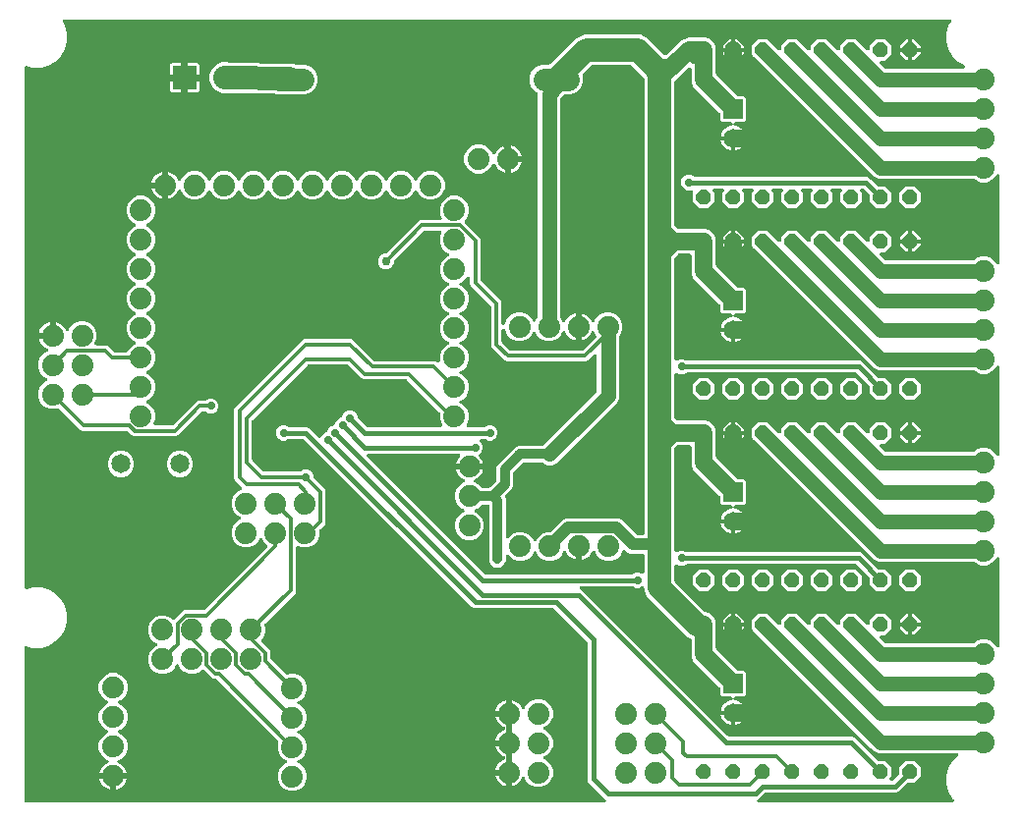
<source format=gbr>
G04 EAGLE Gerber X2 export*
%TF.Part,Single*%
%TF.FileFunction,Copper,L2,Bot,Mixed*%
%TF.FilePolarity,Positive*%
%TF.GenerationSoftware,Autodesk,EAGLE,9.1.0*%
%TF.CreationDate,2018-11-01T15:44:49Z*%
G75*
%MOMM*%
%FSLAX34Y34*%
%LPD*%
%AMOC8*
5,1,8,0,0,1.08239X$1,22.5*%
G01*
%ADD10C,1.879600*%
%ADD11R,2.032000X2.032000*%
%ADD12C,2.032000*%
%ADD13C,1.651000*%
%ADD14R,1.651000X1.651000*%
%ADD15C,1.981200*%
%ADD16P,1.374635X8X112.500000*%
%ADD17C,1.500000*%
%ADD18C,0.756400*%
%ADD19C,0.706400*%
%ADD20C,0.304800*%
%ADD21C,2.000000*%
%ADD22C,0.406400*%
%ADD23C,1.270000*%
%ADD24C,1.016000*%
%ADD25C,0.812800*%

G36*
X358847Y100590D02*
X358847Y100590D01*
X358897Y100588D01*
X359020Y100610D01*
X359143Y100625D01*
X359191Y100642D01*
X359240Y100651D01*
X359354Y100700D01*
X359471Y100742D01*
X359514Y100769D01*
X359560Y100790D01*
X359659Y100864D01*
X359764Y100931D01*
X359799Y100967D01*
X359839Y100997D01*
X359920Y101092D01*
X360006Y101182D01*
X360032Y101225D01*
X360065Y101263D01*
X360121Y101374D01*
X360185Y101481D01*
X360200Y101529D01*
X360223Y101574D01*
X360253Y101694D01*
X360291Y101813D01*
X360295Y101863D01*
X360307Y101912D01*
X360309Y102036D01*
X360319Y102160D01*
X360312Y102210D01*
X360313Y102260D01*
X360286Y102382D01*
X360268Y102505D01*
X360249Y102552D01*
X360238Y102601D01*
X360185Y102713D01*
X360139Y102829D01*
X360110Y102870D01*
X360088Y102916D01*
X360011Y103013D01*
X359940Y103115D01*
X359903Y103149D01*
X359871Y103188D01*
X359773Y103265D01*
X359681Y103348D01*
X359637Y103373D01*
X359598Y103404D01*
X359380Y103515D01*
X359072Y103643D01*
X344943Y117772D01*
X344169Y119639D01*
X344169Y238565D01*
X344155Y238690D01*
X344148Y238816D01*
X344135Y238863D01*
X344129Y238911D01*
X344087Y239030D01*
X344052Y239151D01*
X344028Y239193D01*
X344012Y239239D01*
X343943Y239345D01*
X343882Y239455D01*
X343842Y239502D01*
X343823Y239532D01*
X343788Y239565D01*
X343723Y239642D01*
X315842Y267523D01*
X315743Y267602D01*
X315649Y267686D01*
X315606Y267710D01*
X315569Y267740D01*
X315454Y267794D01*
X315344Y267855D01*
X315297Y267868D01*
X315254Y267889D01*
X315130Y267915D01*
X315008Y267950D01*
X314948Y267955D01*
X314913Y267962D01*
X314865Y267961D01*
X314765Y267969D01*
X246639Y267969D01*
X244772Y268743D01*
X99942Y413573D01*
X99843Y413652D01*
X99749Y413736D01*
X99706Y413760D01*
X99669Y413790D01*
X99554Y413844D01*
X99444Y413905D01*
X99397Y413918D01*
X99354Y413939D01*
X99230Y413965D01*
X99108Y414000D01*
X99048Y414005D01*
X99013Y414012D01*
X98965Y414011D01*
X98865Y414019D01*
X87407Y414019D01*
X87281Y414005D01*
X87155Y413998D01*
X87109Y413985D01*
X87061Y413979D01*
X86942Y413937D01*
X86820Y413902D01*
X86778Y413878D01*
X86732Y413862D01*
X86626Y413793D01*
X86516Y413732D01*
X86470Y413692D01*
X86440Y413673D01*
X86406Y413638D01*
X86330Y413573D01*
X86278Y413521D01*
X83859Y412519D01*
X81241Y412519D01*
X78822Y413521D01*
X76971Y415372D01*
X75969Y417791D01*
X75969Y420409D01*
X76971Y422828D01*
X78822Y424679D01*
X81241Y425681D01*
X83859Y425681D01*
X86278Y424679D01*
X86330Y424627D01*
X86429Y424548D01*
X86523Y424464D01*
X86565Y424440D01*
X86603Y424410D01*
X86717Y424356D01*
X86828Y424295D01*
X86874Y424282D01*
X86918Y424261D01*
X87041Y424235D01*
X87163Y424200D01*
X87224Y424195D01*
X87259Y424188D01*
X87307Y424189D01*
X87407Y424181D01*
X102611Y424181D01*
X103945Y423628D01*
X104478Y423407D01*
X112386Y415499D01*
X112503Y415406D01*
X112619Y415309D01*
X112640Y415298D01*
X112659Y415283D01*
X112795Y415218D01*
X112929Y415150D01*
X112952Y415144D01*
X112974Y415134D01*
X113121Y415102D01*
X113267Y415066D01*
X113291Y415065D01*
X113315Y415060D01*
X113465Y415063D01*
X113616Y415061D01*
X113639Y415066D01*
X113663Y415066D01*
X113809Y415103D01*
X113956Y415135D01*
X113978Y415145D01*
X114001Y415151D01*
X114135Y415220D01*
X114271Y415285D01*
X114290Y415300D01*
X114311Y415311D01*
X114426Y415408D01*
X114543Y415502D01*
X114558Y415521D01*
X114577Y415537D01*
X114666Y415658D01*
X114759Y415776D01*
X114772Y415802D01*
X114784Y415817D01*
X114803Y415860D01*
X114871Y415993D01*
X115071Y416478D01*
X116922Y418329D01*
X119521Y419405D01*
X119631Y419467D01*
X119745Y419521D01*
X119783Y419551D01*
X119825Y419574D01*
X119919Y419659D01*
X120018Y419738D01*
X120047Y419776D01*
X120083Y419809D01*
X120155Y419913D01*
X120233Y420012D01*
X120261Y420066D01*
X120281Y420095D01*
X120299Y420140D01*
X120345Y420229D01*
X121421Y422828D01*
X123272Y424679D01*
X125871Y425755D01*
X125981Y425817D01*
X126095Y425871D01*
X126133Y425901D01*
X126175Y425924D01*
X126269Y426009D01*
X126368Y426088D01*
X126397Y426126D01*
X126433Y426159D01*
X126505Y426263D01*
X126583Y426362D01*
X126611Y426416D01*
X126631Y426445D01*
X126649Y426490D01*
X126695Y426579D01*
X127771Y429178D01*
X129622Y431029D01*
X132221Y432105D01*
X132331Y432167D01*
X132445Y432221D01*
X132483Y432251D01*
X132525Y432274D01*
X132619Y432359D01*
X132718Y432438D01*
X132747Y432476D01*
X132783Y432509D01*
X132855Y432613D01*
X132933Y432712D01*
X132961Y432766D01*
X132981Y432795D01*
X132999Y432840D01*
X133045Y432929D01*
X134121Y435528D01*
X135972Y437379D01*
X138391Y438381D01*
X141009Y438381D01*
X143428Y437379D01*
X145279Y435528D01*
X146281Y433109D01*
X146281Y433035D01*
X146295Y432910D01*
X146302Y432784D01*
X146315Y432737D01*
X146321Y432689D01*
X146363Y432570D01*
X146398Y432449D01*
X146422Y432407D01*
X146438Y432361D01*
X146507Y432255D01*
X146568Y432145D01*
X146608Y432098D01*
X146627Y432068D01*
X146662Y432035D01*
X146727Y431958D01*
X154058Y424627D01*
X154157Y424548D01*
X154251Y424464D01*
X154294Y424440D01*
X154331Y424410D01*
X154446Y424356D01*
X154556Y424295D01*
X154603Y424282D01*
X154646Y424261D01*
X154770Y424235D01*
X154892Y424200D01*
X154952Y424195D01*
X154987Y424188D01*
X155035Y424189D01*
X155135Y424181D01*
X217698Y424181D01*
X217847Y424198D01*
X217997Y424210D01*
X218020Y424218D01*
X218044Y424221D01*
X218185Y424271D01*
X218329Y424317D01*
X218349Y424330D01*
X218372Y424338D01*
X218499Y424420D01*
X218627Y424497D01*
X218645Y424514D01*
X218665Y424527D01*
X218770Y424635D01*
X218877Y424740D01*
X218890Y424760D01*
X218907Y424778D01*
X218984Y424907D01*
X219065Y425033D01*
X219074Y425056D01*
X219086Y425077D01*
X219132Y425220D01*
X219182Y425362D01*
X219185Y425386D01*
X219192Y425409D01*
X219204Y425558D01*
X219221Y425708D01*
X219218Y425732D01*
X219220Y425756D01*
X219198Y425905D01*
X219180Y426054D01*
X219171Y426082D01*
X219168Y426101D01*
X219151Y426145D01*
X219105Y426287D01*
X217264Y430731D01*
X217264Y435859D01*
X217276Y435927D01*
X217271Y436025D01*
X217276Y436123D01*
X217262Y436198D01*
X217258Y436275D01*
X217231Y436369D01*
X217214Y436466D01*
X217183Y436536D01*
X217162Y436610D01*
X217114Y436695D01*
X217075Y436785D01*
X217029Y436847D01*
X216992Y436914D01*
X216895Y437027D01*
X216867Y437065D01*
X216852Y437077D01*
X216833Y437100D01*
X189052Y464881D01*
X188953Y464960D01*
X188859Y465044D01*
X188817Y465068D01*
X188779Y465098D01*
X188665Y465152D01*
X188554Y465213D01*
X188508Y465226D01*
X188464Y465247D01*
X188341Y465273D01*
X188219Y465308D01*
X188158Y465313D01*
X188123Y465320D01*
X188075Y465319D01*
X187975Y465327D01*
X151490Y465327D01*
X149810Y466023D01*
X138252Y477581D01*
X138153Y477660D01*
X138059Y477744D01*
X138017Y477768D01*
X137979Y477798D01*
X137865Y477852D01*
X137754Y477913D01*
X137708Y477926D01*
X137664Y477947D01*
X137541Y477973D01*
X137419Y478008D01*
X137358Y478013D01*
X137323Y478020D01*
X137275Y478019D01*
X137175Y478027D01*
X104125Y478027D01*
X103999Y478013D01*
X103873Y478006D01*
X103827Y477993D01*
X103779Y477987D01*
X103660Y477945D01*
X103538Y477910D01*
X103496Y477886D01*
X103451Y477870D01*
X103344Y477801D01*
X103234Y477740D01*
X103188Y477700D01*
X103158Y477681D01*
X103124Y477646D01*
X103048Y477581D01*
X55819Y430352D01*
X55740Y430253D01*
X55656Y430159D01*
X55632Y430117D01*
X55602Y430079D01*
X55548Y429965D01*
X55487Y429854D01*
X55474Y429808D01*
X55453Y429764D01*
X55427Y429641D01*
X55392Y429519D01*
X55387Y429458D01*
X55380Y429423D01*
X55381Y429375D01*
X55373Y429275D01*
X55373Y396225D01*
X55387Y396099D01*
X55394Y395973D01*
X55407Y395927D01*
X55413Y395879D01*
X55455Y395760D01*
X55490Y395638D01*
X55514Y395596D01*
X55530Y395551D01*
X55599Y395444D01*
X55660Y395334D01*
X55700Y395288D01*
X55719Y395258D01*
X55754Y395224D01*
X55819Y395148D01*
X64948Y386019D01*
X65047Y385940D01*
X65141Y385856D01*
X65183Y385832D01*
X65221Y385802D01*
X65335Y385748D01*
X65446Y385687D01*
X65492Y385674D01*
X65536Y385653D01*
X65659Y385627D01*
X65781Y385592D01*
X65842Y385587D01*
X65877Y385580D01*
X65925Y385581D01*
X66025Y385573D01*
X96235Y385573D01*
X96361Y385587D01*
X96487Y385594D01*
X96533Y385607D01*
X96581Y385613D01*
X96700Y385655D01*
X96822Y385690D01*
X96864Y385714D01*
X96910Y385730D01*
X97016Y385799D01*
X97126Y385860D01*
X97172Y385900D01*
X97202Y385919D01*
X97236Y385954D01*
X97312Y386019D01*
X97872Y386579D01*
X100291Y387581D01*
X102909Y387581D01*
X105328Y386579D01*
X107179Y384728D01*
X108181Y382309D01*
X108181Y381517D01*
X108195Y381391D01*
X108202Y381265D01*
X108215Y381219D01*
X108221Y381171D01*
X108263Y381052D01*
X108298Y380930D01*
X108322Y380888D01*
X108338Y380843D01*
X108407Y380736D01*
X108468Y380626D01*
X108508Y380580D01*
X108527Y380550D01*
X108562Y380516D01*
X108627Y380440D01*
X118177Y370890D01*
X118873Y369210D01*
X118873Y341990D01*
X118177Y340310D01*
X113986Y336119D01*
X113907Y336020D01*
X113823Y335926D01*
X113799Y335884D01*
X113769Y335846D01*
X113715Y335732D01*
X113654Y335621D01*
X113641Y335575D01*
X113620Y335531D01*
X113594Y335408D01*
X113559Y335286D01*
X113554Y335225D01*
X113547Y335190D01*
X113548Y335142D01*
X113540Y335042D01*
X113540Y330449D01*
X111645Y325875D01*
X108144Y322373D01*
X103569Y320478D01*
X98617Y320478D01*
X95579Y321737D01*
X95434Y321778D01*
X95291Y321824D01*
X95267Y321826D01*
X95244Y321833D01*
X95093Y321840D01*
X94944Y321852D01*
X94920Y321848D01*
X94896Y321850D01*
X94748Y321823D01*
X94599Y321800D01*
X94577Y321791D01*
X94553Y321787D01*
X94415Y321727D01*
X94275Y321672D01*
X94255Y321658D01*
X94233Y321648D01*
X94112Y321558D01*
X93989Y321473D01*
X93973Y321455D01*
X93953Y321440D01*
X93856Y321325D01*
X93756Y321214D01*
X93744Y321193D01*
X93728Y321174D01*
X93660Y321041D01*
X93587Y320909D01*
X93581Y320885D01*
X93570Y320864D01*
X93533Y320718D01*
X93492Y320573D01*
X93490Y320544D01*
X93485Y320526D01*
X93485Y320479D01*
X93473Y320330D01*
X93473Y282935D01*
X92777Y281255D01*
X66630Y255108D01*
X66582Y255048D01*
X66528Y254995D01*
X66474Y254912D01*
X66413Y254835D01*
X66381Y254766D01*
X66339Y254702D01*
X66306Y254609D01*
X66264Y254520D01*
X66248Y254445D01*
X66223Y254373D01*
X66212Y254275D01*
X66191Y254179D01*
X66192Y254103D01*
X66184Y254027D01*
X66195Y253929D01*
X66197Y253831D01*
X66216Y253757D01*
X66225Y253681D01*
X66270Y253539D01*
X66282Y253493D01*
X66291Y253476D01*
X66300Y253448D01*
X66937Y251911D01*
X66937Y246959D01*
X65042Y242384D01*
X63702Y241045D01*
X63686Y241024D01*
X63666Y241007D01*
X63578Y240888D01*
X63486Y240772D01*
X63474Y240748D01*
X63459Y240727D01*
X63400Y240591D01*
X63337Y240457D01*
X63331Y240431D01*
X63321Y240407D01*
X63294Y240261D01*
X63263Y240116D01*
X63264Y240090D01*
X63259Y240064D01*
X63267Y239915D01*
X63269Y239768D01*
X63276Y239742D01*
X63277Y239716D01*
X63318Y239574D01*
X63354Y239430D01*
X63366Y239406D01*
X63374Y239381D01*
X63446Y239252D01*
X63514Y239120D01*
X63531Y239100D01*
X63544Y239077D01*
X63702Y238891D01*
X70812Y231780D01*
X71509Y230100D01*
X71509Y224839D01*
X71523Y224713D01*
X71530Y224587D01*
X71543Y224541D01*
X71548Y224493D01*
X71591Y224374D01*
X71626Y224252D01*
X71650Y224210D01*
X71666Y224165D01*
X71735Y224058D01*
X71796Y223948D01*
X71836Y223902D01*
X71855Y223872D01*
X71890Y223838D01*
X71955Y223762D01*
X84318Y211398D01*
X84378Y211351D01*
X84431Y211296D01*
X84514Y211243D01*
X84591Y211182D01*
X84660Y211149D01*
X84725Y211108D01*
X84817Y211075D01*
X84906Y211033D01*
X84981Y211017D01*
X85053Y210991D01*
X85151Y210980D01*
X85247Y210959D01*
X85323Y210961D01*
X85400Y210952D01*
X85497Y210964D01*
X85596Y210965D01*
X85670Y210984D01*
X85746Y210993D01*
X85888Y211039D01*
X85934Y211050D01*
X85951Y211059D01*
X85978Y211068D01*
X87516Y211705D01*
X92467Y211705D01*
X97042Y209810D01*
X100543Y206309D01*
X102438Y201734D01*
X102438Y196782D01*
X100543Y192208D01*
X97042Y188706D01*
X95253Y187966D01*
X95166Y187917D01*
X95074Y187877D01*
X95014Y187832D01*
X94949Y187796D01*
X94875Y187729D01*
X94794Y187669D01*
X94746Y187612D01*
X94691Y187562D01*
X94633Y187479D01*
X94569Y187403D01*
X94535Y187337D01*
X94493Y187275D01*
X94456Y187182D01*
X94410Y187093D01*
X94392Y187020D01*
X94365Y186951D01*
X94350Y186852D01*
X94326Y186754D01*
X94325Y186680D01*
X94314Y186606D01*
X94322Y186506D01*
X94321Y186406D01*
X94337Y186333D01*
X94343Y186259D01*
X94374Y186163D01*
X94395Y186065D01*
X94427Y185998D01*
X94450Y185927D01*
X94502Y185841D01*
X94545Y185751D01*
X94591Y185692D01*
X94630Y185629D01*
X94699Y185557D01*
X94762Y185478D01*
X94821Y185432D01*
X94872Y185379D01*
X94957Y185325D01*
X95036Y185262D01*
X95125Y185217D01*
X95166Y185191D01*
X95199Y185179D01*
X95253Y185151D01*
X97042Y184410D01*
X100543Y180909D01*
X102438Y176334D01*
X102438Y171382D01*
X100543Y166808D01*
X97042Y163306D01*
X95253Y162566D01*
X95166Y162517D01*
X95074Y162477D01*
X95014Y162432D01*
X94949Y162396D01*
X94875Y162329D01*
X94794Y162269D01*
X94746Y162212D01*
X94691Y162162D01*
X94633Y162079D01*
X94569Y162003D01*
X94535Y161937D01*
X94493Y161875D01*
X94456Y161782D01*
X94410Y161693D01*
X94392Y161620D01*
X94365Y161551D01*
X94350Y161452D01*
X94326Y161354D01*
X94325Y161280D01*
X94314Y161206D01*
X94322Y161106D01*
X94321Y161006D01*
X94337Y160933D01*
X94343Y160859D01*
X94374Y160763D01*
X94395Y160665D01*
X94427Y160598D01*
X94450Y160527D01*
X94502Y160441D01*
X94545Y160351D01*
X94591Y160292D01*
X94630Y160229D01*
X94699Y160157D01*
X94762Y160078D01*
X94821Y160032D01*
X94872Y159979D01*
X94957Y159925D01*
X95036Y159862D01*
X95125Y159817D01*
X95166Y159791D01*
X95199Y159779D01*
X95253Y159751D01*
X97042Y159010D01*
X100543Y155509D01*
X102438Y150934D01*
X102438Y145982D01*
X100543Y141408D01*
X97042Y137906D01*
X95253Y137166D01*
X95166Y137117D01*
X95074Y137077D01*
X95014Y137032D01*
X94949Y136996D01*
X94875Y136929D01*
X94794Y136869D01*
X94746Y136812D01*
X94691Y136762D01*
X94633Y136679D01*
X94569Y136603D01*
X94535Y136537D01*
X94493Y136475D01*
X94456Y136382D01*
X94410Y136293D01*
X94392Y136220D01*
X94365Y136151D01*
X94350Y136052D01*
X94326Y135954D01*
X94325Y135880D01*
X94314Y135806D01*
X94322Y135706D01*
X94321Y135606D01*
X94337Y135533D01*
X94343Y135459D01*
X94374Y135363D01*
X94395Y135265D01*
X94427Y135198D01*
X94450Y135127D01*
X94502Y135041D01*
X94545Y134951D01*
X94591Y134892D01*
X94630Y134829D01*
X94699Y134757D01*
X94762Y134678D01*
X94821Y134632D01*
X94872Y134579D01*
X94957Y134525D01*
X95036Y134462D01*
X95125Y134417D01*
X95166Y134391D01*
X95199Y134379D01*
X95253Y134351D01*
X97042Y133610D01*
X100543Y130109D01*
X102438Y125534D01*
X102438Y120582D01*
X100543Y116008D01*
X97042Y112506D01*
X92467Y110611D01*
X87516Y110611D01*
X82941Y112506D01*
X79440Y116008D01*
X77545Y120582D01*
X77545Y125534D01*
X79440Y130109D01*
X82941Y133610D01*
X84730Y134351D01*
X84818Y134400D01*
X84910Y134440D01*
X84969Y134484D01*
X85034Y134520D01*
X85109Y134588D01*
X85189Y134648D01*
X85237Y134704D01*
X85293Y134754D01*
X85350Y134837D01*
X85415Y134914D01*
X85448Y134980D01*
X85491Y135041D01*
X85528Y135135D01*
X85573Y135224D01*
X85591Y135296D01*
X85619Y135365D01*
X85633Y135465D01*
X85657Y135562D01*
X85659Y135636D01*
X85669Y135710D01*
X85661Y135810D01*
X85662Y135911D01*
X85647Y135983D01*
X85640Y136057D01*
X85610Y136153D01*
X85588Y136251D01*
X85556Y136318D01*
X85533Y136389D01*
X85482Y136475D01*
X85438Y136566D01*
X85392Y136624D01*
X85354Y136688D01*
X85284Y136760D01*
X85221Y136838D01*
X85163Y136884D01*
X85111Y136938D01*
X85026Y136992D01*
X84948Y137054D01*
X84858Y137100D01*
X84818Y137126D01*
X84784Y137138D01*
X84730Y137166D01*
X82941Y137906D01*
X79440Y141408D01*
X77545Y145982D01*
X77545Y150934D01*
X78182Y152471D01*
X78203Y152545D01*
X78233Y152615D01*
X78250Y152712D01*
X78277Y152807D01*
X78281Y152883D01*
X78295Y152958D01*
X78290Y153056D01*
X78294Y153155D01*
X78281Y153230D01*
X78277Y153306D01*
X78250Y153401D01*
X78232Y153498D01*
X78201Y153568D01*
X78180Y153641D01*
X78132Y153727D01*
X78093Y153817D01*
X78047Y153878D01*
X78010Y153945D01*
X77913Y154059D01*
X77885Y154097D01*
X77870Y154109D01*
X77852Y154131D01*
X25413Y206570D01*
X25314Y206648D01*
X25220Y206733D01*
X25178Y206756D01*
X25140Y206786D01*
X25026Y206840D01*
X24915Y206902D01*
X24869Y206915D01*
X24825Y206935D01*
X24702Y206962D01*
X24580Y206996D01*
X24519Y207001D01*
X24484Y207009D01*
X24436Y207008D01*
X24336Y207016D01*
X23025Y207016D01*
X21344Y207712D01*
X14234Y214822D01*
X14213Y214839D01*
X14196Y214859D01*
X14077Y214947D01*
X13961Y215039D01*
X13937Y215050D01*
X13916Y215066D01*
X13780Y215125D01*
X13646Y215188D01*
X13620Y215194D01*
X13596Y215204D01*
X13450Y215230D01*
X13305Y215261D01*
X13279Y215261D01*
X13253Y215266D01*
X13105Y215258D01*
X12957Y215255D01*
X12931Y215249D01*
X12905Y215248D01*
X12763Y215207D01*
X12619Y215170D01*
X12595Y215158D01*
X12570Y215151D01*
X12441Y215079D01*
X12309Y215011D01*
X12289Y214994D01*
X12266Y214981D01*
X12080Y214822D01*
X10740Y213483D01*
X6166Y211588D01*
X1214Y211588D01*
X-2655Y213191D01*
X-2656Y213191D01*
X-3361Y213483D01*
X-6862Y216984D01*
X-7603Y218773D01*
X-7652Y218861D01*
X-7692Y218953D01*
X-7736Y219013D01*
X-7772Y219078D01*
X-7840Y219152D01*
X-7900Y219233D01*
X-7956Y219281D01*
X-8006Y219336D01*
X-8089Y219393D01*
X-8166Y219458D01*
X-8232Y219492D01*
X-8293Y219534D01*
X-8386Y219571D01*
X-8476Y219616D01*
X-8548Y219634D01*
X-8617Y219662D01*
X-8717Y219676D01*
X-8814Y219701D01*
X-8888Y219702D01*
X-8962Y219713D01*
X-9062Y219704D01*
X-9163Y219706D01*
X-9235Y219690D01*
X-9309Y219684D01*
X-9405Y219653D01*
X-9503Y219631D01*
X-9570Y219599D01*
X-9641Y219577D01*
X-9727Y219525D01*
X-9818Y219482D01*
X-9876Y219435D01*
X-9940Y219397D01*
X-10012Y219327D01*
X-10090Y219264D01*
X-10136Y219206D01*
X-10190Y219154D01*
X-10244Y219070D01*
X-10306Y218991D01*
X-10352Y218901D01*
X-10378Y218861D01*
X-10390Y218827D01*
X-10418Y218773D01*
X-11158Y216984D01*
X-14660Y213483D01*
X-19234Y211588D01*
X-24186Y211588D01*
X-28761Y213483D01*
X-32262Y216984D01*
X-34157Y221559D01*
X-34157Y226511D01*
X-32262Y231085D01*
X-28761Y234587D01*
X-26972Y235327D01*
X-26884Y235376D01*
X-26792Y235416D01*
X-26732Y235461D01*
X-26667Y235497D01*
X-26593Y235564D01*
X-26512Y235624D01*
X-26464Y235681D01*
X-26409Y235731D01*
X-26352Y235814D01*
X-26287Y235890D01*
X-26253Y235956D01*
X-26211Y236018D01*
X-26174Y236111D01*
X-26129Y236200D01*
X-26111Y236273D01*
X-26083Y236342D01*
X-26069Y236441D01*
X-26044Y236539D01*
X-26043Y236613D01*
X-26032Y236687D01*
X-26041Y236787D01*
X-26039Y236887D01*
X-26055Y236960D01*
X-26061Y237034D01*
X-26092Y237130D01*
X-26114Y237228D01*
X-26146Y237295D01*
X-26168Y237366D01*
X-26220Y237452D01*
X-26263Y237542D01*
X-26310Y237600D01*
X-26348Y237664D01*
X-26418Y237736D01*
X-26481Y237815D01*
X-26539Y237861D01*
X-26591Y237914D01*
X-26675Y237968D01*
X-26754Y238031D01*
X-26844Y238076D01*
X-26884Y238102D01*
X-26918Y238114D01*
X-26972Y238142D01*
X-28761Y238883D01*
X-32262Y242384D01*
X-34157Y246959D01*
X-34157Y251911D01*
X-32262Y256485D01*
X-28761Y259987D01*
X-24186Y261882D01*
X-19234Y261882D01*
X-14660Y259987D01*
X-13320Y258647D01*
X-13300Y258631D01*
X-13283Y258611D01*
X-13163Y258523D01*
X-13047Y258431D01*
X-13024Y258419D01*
X-13002Y258404D01*
X-12866Y258345D01*
X-12732Y258282D01*
X-12706Y258276D01*
X-12682Y258266D01*
X-12536Y258239D01*
X-12391Y258208D01*
X-12365Y258209D01*
X-12339Y258204D01*
X-12191Y258212D01*
X-12043Y258214D01*
X-12018Y258221D01*
X-11991Y258222D01*
X-11849Y258263D01*
X-11705Y258299D01*
X-11682Y258311D01*
X-11657Y258318D01*
X-11527Y258391D01*
X-11395Y258459D01*
X-11375Y258476D01*
X-11352Y258489D01*
X-11166Y258647D01*
X-4056Y265757D01*
X-2375Y266454D01*
X13611Y266454D01*
X13736Y266468D01*
X13863Y266475D01*
X13909Y266488D01*
X13957Y266493D01*
X14076Y266536D01*
X14197Y266571D01*
X14240Y266595D01*
X14285Y266611D01*
X14392Y266680D01*
X14502Y266741D01*
X14548Y266781D01*
X14578Y266800D01*
X14612Y266835D01*
X14688Y266900D01*
X68325Y320537D01*
X68341Y320557D01*
X68361Y320574D01*
X68449Y320694D01*
X68542Y320810D01*
X68553Y320833D01*
X68568Y320855D01*
X68627Y320991D01*
X68690Y321125D01*
X68696Y321150D01*
X68706Y321175D01*
X68733Y321321D01*
X68764Y321466D01*
X68763Y321492D01*
X68768Y321518D01*
X68760Y321666D01*
X68758Y321814D01*
X68751Y321839D01*
X68750Y321866D01*
X68709Y322008D01*
X68673Y322152D01*
X68661Y322175D01*
X68654Y322200D01*
X68581Y322330D01*
X68513Y322462D01*
X68496Y322482D01*
X68483Y322505D01*
X68325Y322691D01*
X65141Y325875D01*
X64400Y327663D01*
X64352Y327751D01*
X64312Y327843D01*
X64267Y327903D01*
X64231Y327968D01*
X64164Y328042D01*
X64104Y328123D01*
X64047Y328171D01*
X63997Y328226D01*
X63914Y328283D01*
X63838Y328348D01*
X63771Y328382D01*
X63710Y328424D01*
X63617Y328461D01*
X63527Y328507D01*
X63455Y328525D01*
X63386Y328552D01*
X63287Y328567D01*
X63189Y328591D01*
X63115Y328592D01*
X63041Y328603D01*
X62941Y328594D01*
X62841Y328596D01*
X62768Y328580D01*
X62694Y328574D01*
X62598Y328543D01*
X62500Y328522D01*
X62433Y328490D01*
X62362Y328467D01*
X62276Y328415D01*
X62185Y328372D01*
X62127Y328326D01*
X62064Y328287D01*
X61992Y328217D01*
X61913Y328155D01*
X61867Y328096D01*
X61814Y328044D01*
X61759Y327960D01*
X61697Y327881D01*
X61651Y327792D01*
X61625Y327751D01*
X61613Y327717D01*
X61586Y327663D01*
X60845Y325875D01*
X57344Y322373D01*
X52769Y320478D01*
X47817Y320478D01*
X43242Y322373D01*
X39741Y325875D01*
X37846Y330449D01*
X37846Y335401D01*
X39741Y339976D01*
X43242Y343477D01*
X45031Y344218D01*
X45119Y344267D01*
X45211Y344307D01*
X45271Y344351D01*
X45336Y344387D01*
X45410Y344455D01*
X45491Y344515D01*
X45539Y344571D01*
X45594Y344621D01*
X45651Y344704D01*
X45716Y344781D01*
X45750Y344847D01*
X45792Y344908D01*
X45829Y345001D01*
X45875Y345091D01*
X45893Y345163D01*
X45920Y345232D01*
X45935Y345332D01*
X45959Y345429D01*
X45960Y345503D01*
X45971Y345577D01*
X45962Y345677D01*
X45964Y345777D01*
X45948Y345850D01*
X45942Y345924D01*
X45911Y346020D01*
X45890Y346118D01*
X45858Y346185D01*
X45835Y346256D01*
X45783Y346342D01*
X45740Y346433D01*
X45693Y346491D01*
X45655Y346555D01*
X45585Y346627D01*
X45522Y346705D01*
X45464Y346751D01*
X45412Y346805D01*
X45328Y346859D01*
X45249Y346921D01*
X45159Y346967D01*
X45119Y346993D01*
X45085Y347005D01*
X45031Y347032D01*
X43242Y347773D01*
X39741Y351275D01*
X37846Y355849D01*
X37846Y360801D01*
X39741Y365376D01*
X43242Y368877D01*
X45990Y370015D01*
X46121Y370088D01*
X46255Y370157D01*
X46273Y370173D01*
X46294Y370184D01*
X46406Y370285D01*
X46520Y370383D01*
X46535Y370402D01*
X46552Y370418D01*
X46638Y370542D01*
X46727Y370663D01*
X46737Y370685D01*
X46751Y370705D01*
X46806Y370845D01*
X46865Y370983D01*
X46870Y371007D01*
X46878Y371029D01*
X46900Y371178D01*
X46927Y371326D01*
X46926Y371350D01*
X46929Y371374D01*
X46917Y371524D01*
X46909Y371674D01*
X46902Y371697D01*
X46900Y371721D01*
X46854Y371865D01*
X46813Y372009D01*
X46801Y372030D01*
X46793Y372053D01*
X46716Y372182D01*
X46642Y372313D01*
X46623Y372335D01*
X46614Y372352D01*
X46581Y372385D01*
X46484Y372499D01*
X40573Y378410D01*
X39877Y380090D01*
X39877Y439060D01*
X40573Y440740D01*
X99010Y499177D01*
X100690Y499873D01*
X140610Y499873D01*
X142290Y499177D01*
X160198Y481269D01*
X160297Y481190D01*
X160391Y481106D01*
X160433Y481082D01*
X160471Y481052D01*
X160585Y480998D01*
X160696Y480937D01*
X160742Y480924D01*
X160786Y480903D01*
X160909Y480877D01*
X161031Y480842D01*
X161092Y480837D01*
X161127Y480830D01*
X161175Y480831D01*
X161275Y480823D01*
X212978Y480823D01*
X214658Y480127D01*
X214685Y480100D01*
X214725Y480068D01*
X214759Y480031D01*
X214861Y479960D01*
X214958Y479883D01*
X215004Y479862D01*
X215046Y479833D01*
X215161Y479787D01*
X215273Y479734D01*
X215323Y479724D01*
X215370Y479705D01*
X215493Y479687D01*
X215614Y479661D01*
X215665Y479662D01*
X215715Y479654D01*
X215838Y479665D01*
X215962Y479667D01*
X216012Y479679D01*
X216062Y479683D01*
X216180Y479722D01*
X216300Y479752D01*
X216346Y479775D01*
X216394Y479791D01*
X216500Y479855D01*
X216610Y479911D01*
X216649Y479944D01*
X216692Y479971D01*
X216781Y480057D01*
X216876Y480137D01*
X216906Y480178D01*
X216942Y480213D01*
X217009Y480318D01*
X217083Y480418D01*
X217103Y480464D01*
X217130Y480507D01*
X217172Y480624D01*
X217221Y480738D01*
X217230Y480787D01*
X217247Y480835D01*
X217260Y480959D01*
X217282Y481081D01*
X217280Y481131D01*
X217285Y481182D01*
X217271Y481305D01*
X217265Y481429D01*
X217264Y481430D01*
X217264Y486483D01*
X219159Y491058D01*
X222660Y494559D01*
X224449Y495300D01*
X224537Y495349D01*
X224629Y495389D01*
X224689Y495433D01*
X224754Y495469D01*
X224828Y495537D01*
X224909Y495597D01*
X224957Y495653D01*
X225012Y495703D01*
X225069Y495786D01*
X225134Y495863D01*
X225168Y495929D01*
X225210Y495990D01*
X225247Y496084D01*
X225292Y496173D01*
X225310Y496245D01*
X225338Y496314D01*
X225352Y496414D01*
X225377Y496511D01*
X225378Y496585D01*
X225389Y496659D01*
X225380Y496759D01*
X225382Y496860D01*
X225366Y496932D01*
X225360Y497006D01*
X225329Y497102D01*
X225307Y497200D01*
X225275Y497267D01*
X225253Y497338D01*
X225201Y497424D01*
X225158Y497515D01*
X225111Y497573D01*
X225073Y497637D01*
X225003Y497709D01*
X224940Y497787D01*
X224882Y497833D01*
X224830Y497887D01*
X224746Y497941D01*
X224667Y498003D01*
X224577Y498049D01*
X224537Y498075D01*
X224503Y498087D01*
X224449Y498115D01*
X222660Y498855D01*
X219159Y502357D01*
X217264Y506931D01*
X217264Y511883D01*
X219159Y516458D01*
X222660Y519959D01*
X224449Y520700D01*
X224537Y520749D01*
X224629Y520789D01*
X224689Y520833D01*
X224754Y520869D01*
X224828Y520937D01*
X224909Y520997D01*
X224957Y521053D01*
X225012Y521103D01*
X225069Y521186D01*
X225134Y521263D01*
X225168Y521329D01*
X225210Y521390D01*
X225247Y521484D01*
X225292Y521573D01*
X225310Y521645D01*
X225338Y521714D01*
X225352Y521814D01*
X225377Y521911D01*
X225378Y521985D01*
X225389Y522059D01*
X225380Y522159D01*
X225382Y522260D01*
X225366Y522332D01*
X225360Y522406D01*
X225329Y522502D01*
X225307Y522600D01*
X225275Y522667D01*
X225253Y522738D01*
X225201Y522824D01*
X225158Y522915D01*
X225111Y522973D01*
X225073Y523037D01*
X225003Y523109D01*
X224940Y523187D01*
X224882Y523233D01*
X224830Y523287D01*
X224746Y523341D01*
X224667Y523403D01*
X224577Y523449D01*
X224537Y523475D01*
X224503Y523487D01*
X224449Y523515D01*
X222660Y524255D01*
X219159Y527757D01*
X217264Y532331D01*
X217264Y537283D01*
X219159Y541858D01*
X222660Y545359D01*
X224449Y546100D01*
X224537Y546149D01*
X224629Y546189D01*
X224689Y546233D01*
X224754Y546269D01*
X224828Y546337D01*
X224909Y546397D01*
X224957Y546453D01*
X225012Y546503D01*
X225069Y546586D01*
X225134Y546663D01*
X225168Y546729D01*
X225210Y546790D01*
X225247Y546884D01*
X225292Y546973D01*
X225310Y547045D01*
X225338Y547114D01*
X225352Y547214D01*
X225377Y547311D01*
X225378Y547385D01*
X225389Y547459D01*
X225380Y547559D01*
X225382Y547660D01*
X225366Y547732D01*
X225360Y547806D01*
X225329Y547902D01*
X225307Y548000D01*
X225275Y548067D01*
X225253Y548138D01*
X225201Y548224D01*
X225158Y548315D01*
X225111Y548373D01*
X225073Y548437D01*
X225003Y548509D01*
X224940Y548587D01*
X224882Y548633D01*
X224830Y548687D01*
X224746Y548741D01*
X224667Y548803D01*
X224577Y548849D01*
X224537Y548875D01*
X224503Y548887D01*
X224449Y548915D01*
X222660Y549655D01*
X219159Y553157D01*
X217264Y557731D01*
X217264Y562683D01*
X219159Y567258D01*
X222660Y570759D01*
X224449Y571500D01*
X224537Y571549D01*
X224629Y571589D01*
X224689Y571633D01*
X224754Y571669D01*
X224828Y571737D01*
X224909Y571797D01*
X224957Y571853D01*
X225012Y571903D01*
X225069Y571986D01*
X225134Y572063D01*
X225168Y572129D01*
X225210Y572190D01*
X225247Y572284D01*
X225292Y572373D01*
X225310Y572445D01*
X225338Y572514D01*
X225352Y572614D01*
X225377Y572711D01*
X225378Y572785D01*
X225389Y572859D01*
X225380Y572959D01*
X225382Y573060D01*
X225366Y573132D01*
X225360Y573206D01*
X225329Y573302D01*
X225307Y573400D01*
X225275Y573467D01*
X225253Y573538D01*
X225201Y573624D01*
X225158Y573715D01*
X225111Y573773D01*
X225073Y573837D01*
X225003Y573909D01*
X224940Y573987D01*
X224882Y574033D01*
X224830Y574087D01*
X224746Y574141D01*
X224667Y574203D01*
X224577Y574249D01*
X224537Y574275D01*
X224503Y574287D01*
X224449Y574315D01*
X222660Y575055D01*
X219159Y578557D01*
X217264Y583131D01*
X217264Y588083D01*
X218627Y591374D01*
X218669Y591519D01*
X218715Y591662D01*
X218716Y591686D01*
X218723Y591710D01*
X218730Y591860D01*
X218742Y592010D01*
X218739Y592033D01*
X218740Y592058D01*
X218713Y592205D01*
X218691Y592354D01*
X218682Y592377D01*
X218678Y592400D01*
X218618Y592538D01*
X218562Y592678D01*
X218548Y592698D01*
X218539Y592720D01*
X218449Y592841D01*
X218363Y592964D01*
X218345Y592980D01*
X218331Y593000D01*
X218216Y593097D01*
X218104Y593198D01*
X218083Y593209D01*
X218065Y593225D01*
X217931Y593293D01*
X217799Y593366D01*
X217776Y593373D01*
X217754Y593384D01*
X217609Y593420D01*
X217464Y593461D01*
X217435Y593463D01*
X217416Y593468D01*
X217369Y593469D01*
X217220Y593481D01*
X204338Y593481D01*
X204213Y593466D01*
X204087Y593460D01*
X204040Y593446D01*
X203992Y593441D01*
X203873Y593398D01*
X203752Y593363D01*
X203710Y593340D01*
X203664Y593323D01*
X203558Y593255D01*
X203448Y593193D01*
X203401Y593154D01*
X203371Y593134D01*
X203338Y593099D01*
X203261Y593034D01*
X177965Y567738D01*
X177897Y567652D01*
X177871Y567625D01*
X177865Y567615D01*
X177802Y567545D01*
X177778Y567503D01*
X177748Y567465D01*
X177694Y567351D01*
X177633Y567240D01*
X177620Y567194D01*
X177599Y567150D01*
X177573Y567027D01*
X177538Y566905D01*
X177533Y566844D01*
X177526Y566809D01*
X177527Y566761D01*
X177519Y566661D01*
X177519Y565569D01*
X176479Y563059D01*
X174557Y561137D01*
X172047Y560097D01*
X169329Y560097D01*
X166819Y561137D01*
X164897Y563059D01*
X163857Y565569D01*
X163857Y568287D01*
X164897Y570797D01*
X166819Y572719D01*
X169329Y573759D01*
X170421Y573759D01*
X170547Y573773D01*
X170673Y573780D01*
X170719Y573793D01*
X170767Y573799D01*
X170886Y573841D01*
X171008Y573876D01*
X171050Y573900D01*
X171095Y573916D01*
X171202Y573985D01*
X171312Y574046D01*
X171358Y574086D01*
X171388Y574105D01*
X171422Y574140D01*
X171498Y574205D01*
X199223Y601930D01*
X200904Y602626D01*
X217431Y602626D01*
X217579Y602643D01*
X217730Y602656D01*
X217753Y602663D01*
X217777Y602666D01*
X217918Y602717D01*
X218061Y602763D01*
X218082Y602775D01*
X218105Y602783D01*
X218231Y602865D01*
X218360Y602942D01*
X218377Y602959D01*
X218398Y602972D01*
X218503Y603081D01*
X218610Y603185D01*
X218623Y603206D01*
X218640Y603223D01*
X218717Y603352D01*
X218798Y603479D01*
X218806Y603501D01*
X218819Y603522D01*
X218864Y603665D01*
X218915Y603807D01*
X218918Y603831D01*
X218925Y603854D01*
X218937Y604004D01*
X218954Y604153D01*
X218951Y604177D01*
X218953Y604202D01*
X218931Y604350D01*
X218913Y604499D01*
X218904Y604527D01*
X218901Y604546D01*
X218884Y604590D01*
X218838Y604732D01*
X217264Y608531D01*
X217264Y613483D01*
X219159Y618058D01*
X222660Y621559D01*
X227235Y623454D01*
X232187Y623454D01*
X236761Y621559D01*
X240263Y618058D01*
X242158Y613483D01*
X242158Y608531D01*
X240263Y603957D01*
X238923Y602617D01*
X238907Y602597D01*
X238887Y602580D01*
X238799Y602460D01*
X238707Y602344D01*
X238695Y602321D01*
X238680Y602299D01*
X238621Y602163D01*
X238558Y602029D01*
X238552Y602003D01*
X238542Y601979D01*
X238515Y601833D01*
X238484Y601688D01*
X238485Y601662D01*
X238480Y601636D01*
X238488Y601488D01*
X238490Y601340D01*
X238497Y601315D01*
X238498Y601288D01*
X238539Y601146D01*
X238575Y601002D01*
X238587Y600979D01*
X238595Y600954D01*
X238667Y600824D01*
X238735Y600692D01*
X238752Y600672D01*
X238765Y600649D01*
X238923Y600463D01*
X250026Y589360D01*
X251527Y587860D01*
X252223Y586179D01*
X252223Y551325D01*
X252237Y551199D01*
X252244Y551073D01*
X252257Y551027D01*
X252263Y550979D01*
X252305Y550860D01*
X252340Y550738D01*
X252364Y550696D01*
X252380Y550651D01*
X252449Y550544D01*
X252510Y550434D01*
X252550Y550388D01*
X252569Y550358D01*
X252604Y550324D01*
X252669Y550248D01*
X269707Y533210D01*
X270403Y531530D01*
X270403Y513831D01*
X270408Y513781D01*
X270406Y513731D01*
X270428Y513608D01*
X270443Y513485D01*
X270460Y513438D01*
X270469Y513388D01*
X270518Y513274D01*
X270560Y513157D01*
X270587Y513115D01*
X270607Y513068D01*
X270682Y512968D01*
X270749Y512864D01*
X270785Y512829D01*
X270815Y512789D01*
X270910Y512708D01*
X271000Y512622D01*
X271043Y512596D01*
X271081Y512563D01*
X271192Y512507D01*
X271299Y512443D01*
X271347Y512428D01*
X271392Y512405D01*
X271512Y512375D01*
X271631Y512337D01*
X271681Y512333D01*
X271730Y512321D01*
X271854Y512319D01*
X271978Y512309D01*
X272028Y512316D01*
X272078Y512316D01*
X272200Y512342D01*
X272323Y512360D01*
X272370Y512379D01*
X272419Y512390D01*
X272531Y512443D01*
X272647Y512489D01*
X272688Y512518D01*
X272734Y512540D01*
X272831Y512617D01*
X272933Y512688D01*
X272967Y512725D01*
X273006Y512757D01*
X273083Y512855D01*
X273166Y512947D01*
X273191Y512991D01*
X273222Y513031D01*
X273333Y513248D01*
X275198Y517751D01*
X278699Y521252D01*
X283274Y523147D01*
X288226Y523147D01*
X292801Y521252D01*
X296302Y517751D01*
X297043Y515962D01*
X297091Y515874D01*
X297131Y515782D01*
X297176Y515722D01*
X297212Y515657D01*
X297280Y515583D01*
X297339Y515502D01*
X297396Y515454D01*
X297446Y515399D01*
X297529Y515342D01*
X297605Y515277D01*
X297672Y515243D01*
X297733Y515201D01*
X297826Y515164D01*
X297916Y515118D01*
X297988Y515100D01*
X298057Y515073D01*
X298156Y515058D01*
X298254Y515034D01*
X298328Y515033D01*
X298402Y515022D01*
X298502Y515031D01*
X298602Y515029D01*
X298675Y515045D01*
X298749Y515051D01*
X298845Y515082D01*
X298943Y515103D01*
X299010Y515135D01*
X299081Y515158D01*
X299167Y515210D01*
X299258Y515253D01*
X299316Y515300D01*
X299379Y515338D01*
X299452Y515408D01*
X299530Y515471D01*
X299576Y515529D01*
X299629Y515581D01*
X299684Y515665D01*
X299746Y515744D01*
X299792Y515834D01*
X299818Y515874D01*
X299830Y515908D01*
X299857Y515962D01*
X300598Y517750D01*
X301305Y518457D01*
X301376Y518547D01*
X301381Y518552D01*
X301384Y518557D01*
X301468Y518650D01*
X301492Y518693D01*
X301522Y518730D01*
X301576Y518845D01*
X301637Y518955D01*
X301650Y519002D01*
X301671Y519045D01*
X301697Y519169D01*
X301732Y519291D01*
X301737Y519351D01*
X301744Y519386D01*
X301743Y519434D01*
X301751Y519535D01*
X301751Y711280D01*
X301743Y711356D01*
X301744Y711433D01*
X301723Y711529D01*
X301711Y711626D01*
X301686Y711698D01*
X301669Y711773D01*
X301627Y711862D01*
X301594Y711955D01*
X301552Y712019D01*
X301520Y712088D01*
X301458Y712165D01*
X301405Y712247D01*
X301350Y712300D01*
X301302Y712360D01*
X301225Y712421D01*
X301154Y712490D01*
X301089Y712529D01*
X301029Y712576D01*
X300896Y712644D01*
X300855Y712668D01*
X300837Y712674D01*
X300811Y712687D01*
X300256Y712917D01*
X296612Y716562D01*
X294639Y721323D01*
X294639Y726477D01*
X296612Y731238D01*
X300256Y734882D01*
X305017Y736855D01*
X311370Y736855D01*
X311496Y736869D01*
X311622Y736876D01*
X311668Y736889D01*
X311716Y736895D01*
X311835Y736937D01*
X311957Y736972D01*
X311999Y736996D01*
X312044Y737012D01*
X312151Y737081D01*
X312261Y737142D01*
X312307Y737182D01*
X312337Y737201D01*
X312371Y737236D01*
X312447Y737301D01*
X332794Y757647D01*
X332794Y757648D01*
X333986Y758840D01*
X342457Y762349D01*
X389946Y762349D01*
X394742Y760362D01*
X409577Y745527D01*
X409676Y745448D01*
X409770Y745364D01*
X409812Y745340D01*
X409850Y745310D01*
X409964Y745256D01*
X410075Y745195D01*
X410121Y745182D01*
X410165Y745161D01*
X410288Y745135D01*
X410410Y745100D01*
X410471Y745095D01*
X410506Y745088D01*
X410554Y745089D01*
X410654Y745081D01*
X412032Y745081D01*
X412157Y745095D01*
X412283Y745102D01*
X412330Y745115D01*
X412378Y745121D01*
X412497Y745163D01*
X412618Y745198D01*
X412660Y745222D01*
X412706Y745238D01*
X412812Y745307D01*
X412922Y745368D01*
X412969Y745408D01*
X412999Y745427D01*
X413032Y745462D01*
X413109Y745527D01*
X423110Y755528D01*
X424302Y756720D01*
X431855Y759849D01*
X446598Y759849D01*
X450475Y758243D01*
X453443Y755275D01*
X455049Y751398D01*
X455049Y728700D01*
X455063Y728575D01*
X455070Y728449D01*
X455083Y728402D01*
X455089Y728354D01*
X455131Y728235D01*
X455166Y728114D01*
X455190Y728072D01*
X455206Y728026D01*
X455275Y727920D01*
X455336Y727810D01*
X455376Y727763D01*
X455395Y727733D01*
X455430Y727700D01*
X455495Y727623D01*
X473068Y710050D01*
X473167Y709971D01*
X473261Y709887D01*
X473303Y709863D01*
X473341Y709833D01*
X473455Y709779D01*
X473566Y709718D01*
X473613Y709705D01*
X473656Y709684D01*
X473780Y709658D01*
X473902Y709623D01*
X473962Y709618D01*
X473997Y709611D01*
X474045Y709612D01*
X474145Y709604D01*
X479418Y709604D01*
X481204Y707818D01*
X481204Y688782D01*
X479418Y686996D01*
X471791Y686996D01*
X471736Y686990D01*
X471681Y686992D01*
X471563Y686970D01*
X471445Y686956D01*
X471393Y686938D01*
X471339Y686928D01*
X471229Y686879D01*
X471117Y686839D01*
X471070Y686809D01*
X471020Y686787D01*
X470924Y686715D01*
X470824Y686650D01*
X470786Y686610D01*
X470741Y686577D01*
X470665Y686485D01*
X470582Y686399D01*
X470553Y686352D01*
X470518Y686310D01*
X470464Y686203D01*
X470403Y686100D01*
X470386Y686048D01*
X470361Y685998D01*
X470333Y685882D01*
X470297Y685768D01*
X470292Y685713D01*
X470279Y685660D01*
X470278Y685540D01*
X470269Y685421D01*
X470277Y685366D01*
X470276Y685311D01*
X470303Y685194D01*
X470320Y685076D01*
X470341Y685025D01*
X470353Y684971D01*
X470405Y684864D01*
X470449Y684752D01*
X470481Y684707D01*
X470505Y684657D01*
X470580Y684564D01*
X470648Y684466D01*
X470689Y684429D01*
X470724Y684386D01*
X470818Y684313D01*
X470907Y684233D01*
X470955Y684206D01*
X470999Y684172D01*
X471107Y684122D01*
X471212Y684064D01*
X471265Y684049D01*
X471315Y684026D01*
X471536Y683973D01*
X471547Y683969D01*
X471550Y683969D01*
X471553Y683969D01*
X472428Y683830D01*
X474044Y683305D01*
X475558Y682533D01*
X476933Y681534D01*
X478134Y680333D01*
X479133Y678958D01*
X479905Y677444D01*
X480430Y675828D01*
X480553Y675049D01*
X470126Y675049D01*
X470100Y675046D01*
X470074Y675048D01*
X469929Y675027D01*
X469918Y675030D01*
X469674Y675049D01*
X459247Y675049D01*
X459370Y675828D01*
X459895Y677444D01*
X460667Y678958D01*
X461666Y680333D01*
X462867Y681534D01*
X464242Y682533D01*
X465756Y683305D01*
X467372Y683830D01*
X468247Y683969D01*
X468300Y683983D01*
X468355Y683990D01*
X468468Y684030D01*
X468583Y684062D01*
X468631Y684089D01*
X468683Y684107D01*
X468784Y684172D01*
X468889Y684229D01*
X468930Y684266D01*
X468976Y684296D01*
X469059Y684382D01*
X469148Y684462D01*
X469180Y684507D01*
X469218Y684547D01*
X469280Y684650D01*
X469348Y684747D01*
X469369Y684799D01*
X469397Y684846D01*
X469434Y684960D01*
X469478Y685071D01*
X469487Y685125D01*
X469503Y685178D01*
X469513Y685297D01*
X469531Y685415D01*
X469527Y685470D01*
X469531Y685525D01*
X469514Y685644D01*
X469504Y685763D01*
X469488Y685815D01*
X469480Y685870D01*
X469435Y685981D01*
X469399Y686095D01*
X469371Y686143D01*
X469351Y686194D01*
X469283Y686292D01*
X469222Y686395D01*
X469183Y686435D01*
X469152Y686480D01*
X469063Y686560D01*
X468980Y686646D01*
X468934Y686676D01*
X468893Y686713D01*
X468789Y686771D01*
X468688Y686836D01*
X468636Y686855D01*
X468588Y686882D01*
X468473Y686914D01*
X468361Y686955D01*
X468306Y686962D01*
X468253Y686977D01*
X468026Y686995D01*
X468015Y686996D01*
X468012Y686996D01*
X468009Y686996D01*
X460382Y686996D01*
X458596Y688782D01*
X458596Y694055D01*
X458582Y694180D01*
X458575Y694306D01*
X458562Y694353D01*
X458556Y694401D01*
X458514Y694520D01*
X458479Y694641D01*
X458455Y694683D01*
X458439Y694729D01*
X458370Y694835D01*
X458309Y694945D01*
X458269Y694992D01*
X458250Y695022D01*
X458215Y695055D01*
X458150Y695132D01*
X435557Y717725D01*
X433951Y721602D01*
X433951Y732856D01*
X433940Y732956D01*
X433938Y733056D01*
X433920Y733128D01*
X433911Y733202D01*
X433878Y733296D01*
X433853Y733394D01*
X433819Y733460D01*
X433794Y733530D01*
X433739Y733614D01*
X433693Y733704D01*
X433645Y733760D01*
X433605Y733823D01*
X433533Y733893D01*
X433468Y733969D01*
X433408Y734013D01*
X433354Y734065D01*
X433268Y734117D01*
X433187Y734176D01*
X433119Y734206D01*
X433055Y734244D01*
X432959Y734274D01*
X432867Y734314D01*
X432794Y734327D01*
X432723Y734350D01*
X432623Y734358D01*
X432524Y734376D01*
X432450Y734372D01*
X432376Y734378D01*
X432276Y734363D01*
X432176Y734358D01*
X432105Y734337D01*
X432031Y734326D01*
X431938Y734289D01*
X431841Y734261D01*
X431776Y734225D01*
X431707Y734198D01*
X431625Y734140D01*
X431537Y734091D01*
X431461Y734026D01*
X431421Y733999D01*
X431397Y733972D01*
X431351Y733933D01*
X419895Y722477D01*
X419816Y722378D01*
X419732Y722284D01*
X419708Y722242D01*
X419678Y722204D01*
X419624Y722090D01*
X419563Y721979D01*
X419550Y721932D01*
X419529Y721889D01*
X419503Y721765D01*
X419468Y721643D01*
X419463Y721583D01*
X419456Y721548D01*
X419457Y721500D01*
X419449Y721400D01*
X419449Y598367D01*
X419463Y598242D01*
X419470Y598116D01*
X419483Y598069D01*
X419489Y598021D01*
X419531Y597902D01*
X419566Y597781D01*
X419590Y597739D01*
X419606Y597693D01*
X419675Y597587D01*
X419736Y597477D01*
X419776Y597430D01*
X419795Y597400D01*
X419830Y597367D01*
X419895Y597290D01*
X421990Y595195D01*
X422089Y595116D01*
X422183Y595032D01*
X422226Y595008D01*
X422263Y594978D01*
X422378Y594924D01*
X422488Y594863D01*
X422535Y594850D01*
X422578Y594829D01*
X422702Y594803D01*
X422824Y594768D01*
X422884Y594763D01*
X422919Y594756D01*
X422967Y594757D01*
X423067Y594749D01*
X446598Y594749D01*
X450475Y593143D01*
X453443Y590175D01*
X455049Y586298D01*
X455049Y563600D01*
X455063Y563475D01*
X455070Y563349D01*
X455083Y563302D01*
X455089Y563254D01*
X455131Y563135D01*
X455166Y563014D01*
X455190Y562972D01*
X455206Y562926D01*
X455275Y562820D01*
X455336Y562710D01*
X455376Y562663D01*
X455395Y562633D01*
X455430Y562600D01*
X455495Y562523D01*
X473068Y544950D01*
X473167Y544871D01*
X473261Y544787D01*
X473303Y544763D01*
X473341Y544733D01*
X473455Y544679D01*
X473566Y544618D01*
X473613Y544605D01*
X473656Y544584D01*
X473780Y544558D01*
X473902Y544523D01*
X473962Y544518D01*
X473997Y544511D01*
X474045Y544512D01*
X474145Y544504D01*
X479418Y544504D01*
X481204Y542718D01*
X481204Y523682D01*
X479418Y521896D01*
X471791Y521896D01*
X471736Y521890D01*
X471681Y521892D01*
X471564Y521870D01*
X471445Y521856D01*
X471393Y521838D01*
X471339Y521828D01*
X471229Y521779D01*
X471117Y521739D01*
X471070Y521709D01*
X471020Y521687D01*
X470924Y521615D01*
X470824Y521550D01*
X470786Y521510D01*
X470742Y521477D01*
X470665Y521385D01*
X470582Y521299D01*
X470553Y521252D01*
X470518Y521210D01*
X470464Y521103D01*
X470403Y521000D01*
X470386Y520948D01*
X470361Y520898D01*
X470333Y520782D01*
X470297Y520668D01*
X470292Y520613D01*
X470279Y520560D01*
X470278Y520440D01*
X470269Y520321D01*
X470277Y520266D01*
X470276Y520211D01*
X470303Y520094D01*
X470320Y519976D01*
X470341Y519925D01*
X470353Y519871D01*
X470405Y519763D01*
X470449Y519652D01*
X470481Y519607D01*
X470505Y519557D01*
X470580Y519464D01*
X470648Y519366D01*
X470689Y519329D01*
X470724Y519286D01*
X470818Y519213D01*
X470907Y519133D01*
X470955Y519106D01*
X470999Y519072D01*
X471107Y519022D01*
X471212Y518964D01*
X471265Y518949D01*
X471315Y518926D01*
X471536Y518873D01*
X471547Y518869D01*
X471550Y518869D01*
X471553Y518869D01*
X472428Y518730D01*
X474044Y518205D01*
X475558Y517433D01*
X476933Y516434D01*
X478134Y515233D01*
X479133Y513858D01*
X479905Y512344D01*
X480430Y510728D01*
X480553Y509949D01*
X470126Y509949D01*
X470100Y509946D01*
X470074Y509948D01*
X469929Y509927D01*
X469918Y509930D01*
X469674Y509949D01*
X459247Y509949D01*
X459370Y510728D01*
X459895Y512344D01*
X460667Y513858D01*
X461666Y515233D01*
X462867Y516434D01*
X464242Y517433D01*
X465756Y518205D01*
X467372Y518730D01*
X468247Y518869D01*
X468300Y518883D01*
X468355Y518890D01*
X468468Y518930D01*
X468583Y518962D01*
X468631Y518989D01*
X468683Y519007D01*
X468784Y519072D01*
X468889Y519129D01*
X468930Y519166D01*
X468976Y519196D01*
X469059Y519282D01*
X469148Y519362D01*
X469180Y519407D01*
X469218Y519447D01*
X469280Y519549D01*
X469348Y519647D01*
X469369Y519699D01*
X469397Y519746D01*
X469433Y519860D01*
X469478Y519971D01*
X469487Y520025D01*
X469503Y520078D01*
X469513Y520197D01*
X469531Y520315D01*
X469527Y520370D01*
X469531Y520425D01*
X469514Y520544D01*
X469504Y520663D01*
X469488Y520715D01*
X469480Y520770D01*
X469435Y520881D01*
X469399Y520995D01*
X469371Y521043D01*
X469351Y521094D01*
X469283Y521192D01*
X469222Y521295D01*
X469183Y521335D01*
X469152Y521380D01*
X469063Y521460D01*
X468980Y521546D01*
X468934Y521576D01*
X468893Y521613D01*
X468788Y521671D01*
X468688Y521736D01*
X468636Y521755D01*
X468588Y521782D01*
X468473Y521814D01*
X468361Y521855D01*
X468306Y521862D01*
X468253Y521877D01*
X468026Y521895D01*
X468015Y521896D01*
X468012Y521896D01*
X468009Y521896D01*
X460382Y521896D01*
X458596Y523682D01*
X458596Y528955D01*
X458582Y529080D01*
X458575Y529206D01*
X458562Y529253D01*
X458556Y529301D01*
X458514Y529420D01*
X458479Y529541D01*
X458455Y529583D01*
X458439Y529629D01*
X458370Y529735D01*
X458309Y529845D01*
X458269Y529892D01*
X458250Y529922D01*
X458215Y529955D01*
X458150Y530032D01*
X435557Y552625D01*
X433951Y556502D01*
X433951Y572128D01*
X433948Y572154D01*
X433950Y572180D01*
X433928Y572327D01*
X433911Y572474D01*
X433903Y572499D01*
X433899Y572525D01*
X433844Y572663D01*
X433794Y572802D01*
X433780Y572824D01*
X433770Y572849D01*
X433685Y572970D01*
X433605Y573095D01*
X433586Y573113D01*
X433571Y573135D01*
X433461Y573234D01*
X433354Y573337D01*
X433332Y573351D01*
X433312Y573368D01*
X433182Y573440D01*
X433055Y573516D01*
X433030Y573524D01*
X433007Y573537D01*
X432864Y573577D01*
X432723Y573622D01*
X432697Y573624D01*
X432672Y573632D01*
X432428Y573651D01*
X423467Y573651D01*
X423342Y573637D01*
X423216Y573630D01*
X423169Y573617D01*
X423121Y573611D01*
X423002Y573569D01*
X422881Y573534D01*
X422839Y573510D01*
X422793Y573494D01*
X422687Y573425D01*
X422577Y573364D01*
X422530Y573324D01*
X422500Y573305D01*
X422467Y573270D01*
X422390Y573205D01*
X419895Y570710D01*
X419816Y570611D01*
X419732Y570517D01*
X419708Y570474D01*
X419678Y570437D01*
X419624Y570322D01*
X419563Y570212D01*
X419550Y570165D01*
X419529Y570122D01*
X419503Y569998D01*
X419468Y569876D01*
X419463Y569816D01*
X419456Y569781D01*
X419457Y569733D01*
X419449Y569633D01*
X419449Y483167D01*
X419466Y483018D01*
X419478Y482868D01*
X419486Y482845D01*
X419489Y482821D01*
X419539Y482679D01*
X419585Y482536D01*
X419598Y482515D01*
X419606Y482493D01*
X419688Y482366D01*
X419765Y482237D01*
X419782Y482220D01*
X419795Y482200D01*
X419904Y482095D01*
X420008Y481987D01*
X420028Y481974D01*
X420046Y481958D01*
X420175Y481880D01*
X420301Y481799D01*
X420324Y481791D01*
X420345Y481779D01*
X420488Y481733D01*
X420630Y481683D01*
X420654Y481680D01*
X420677Y481672D01*
X420826Y481660D01*
X420976Y481644D01*
X421000Y481646D01*
X421024Y481644D01*
X421173Y481667D01*
X421322Y481684D01*
X421350Y481693D01*
X421369Y481696D01*
X421413Y481714D01*
X421555Y481760D01*
X424141Y482831D01*
X426759Y482831D01*
X429178Y481829D01*
X429230Y481777D01*
X429329Y481698D01*
X429423Y481614D01*
X429465Y481590D01*
X429503Y481560D01*
X429617Y481506D01*
X429728Y481445D01*
X429774Y481432D01*
X429818Y481411D01*
X429941Y481385D01*
X430063Y481350D01*
X430124Y481345D01*
X430159Y481338D01*
X430207Y481339D01*
X430307Y481331D01*
X578861Y481331D01*
X580728Y480557D01*
X594240Y467045D01*
X594339Y466966D01*
X594433Y466882D01*
X594476Y466858D01*
X594513Y466828D01*
X594628Y466774D01*
X594738Y466713D01*
X594785Y466700D01*
X594828Y466679D01*
X594952Y466653D01*
X595074Y466618D01*
X595134Y466613D01*
X595169Y466606D01*
X595217Y466607D01*
X595317Y466599D01*
X600793Y466599D01*
X606299Y461093D01*
X606299Y453307D01*
X600793Y447801D01*
X593007Y447801D01*
X587501Y453307D01*
X587501Y458783D01*
X587487Y458908D01*
X587480Y459034D01*
X587467Y459081D01*
X587461Y459129D01*
X587419Y459248D01*
X587384Y459369D01*
X587360Y459411D01*
X587344Y459457D01*
X587275Y459563D01*
X587214Y459673D01*
X587174Y459720D01*
X587155Y459750D01*
X587120Y459783D01*
X587055Y459860D01*
X576192Y470723D01*
X576093Y470802D01*
X575999Y470886D01*
X575956Y470910D01*
X575919Y470940D01*
X575804Y470994D01*
X575694Y471055D01*
X575647Y471068D01*
X575604Y471089D01*
X575480Y471115D01*
X575358Y471150D01*
X575298Y471155D01*
X575263Y471162D01*
X575215Y471161D01*
X575115Y471169D01*
X430307Y471169D01*
X430181Y471155D01*
X430055Y471148D01*
X430009Y471135D01*
X429961Y471129D01*
X429842Y471087D01*
X429720Y471052D01*
X429678Y471028D01*
X429632Y471012D01*
X429526Y470943D01*
X429416Y470882D01*
X429370Y470842D01*
X429340Y470823D01*
X429306Y470788D01*
X429230Y470723D01*
X429178Y470671D01*
X426759Y469669D01*
X424141Y469669D01*
X421555Y470740D01*
X421410Y470782D01*
X421267Y470828D01*
X421243Y470829D01*
X421220Y470836D01*
X421069Y470843D01*
X420920Y470856D01*
X420896Y470852D01*
X420872Y470853D01*
X420724Y470826D01*
X420575Y470804D01*
X420553Y470795D01*
X420529Y470791D01*
X420391Y470731D01*
X420251Y470675D01*
X420231Y470661D01*
X420209Y470652D01*
X420088Y470562D01*
X419965Y470476D01*
X419949Y470458D01*
X419929Y470444D01*
X419832Y470329D01*
X419732Y470217D01*
X419720Y470196D01*
X419704Y470178D01*
X419636Y470044D01*
X419563Y469912D01*
X419557Y469889D01*
X419546Y469868D01*
X419509Y469722D01*
X419468Y469577D01*
X419466Y469548D01*
X419461Y469529D01*
X419461Y469482D01*
X419449Y469333D01*
X419449Y432367D01*
X419463Y432242D01*
X419470Y432116D01*
X419483Y432069D01*
X419489Y432021D01*
X419531Y431902D01*
X419566Y431781D01*
X419590Y431739D01*
X419606Y431693D01*
X419675Y431587D01*
X419736Y431477D01*
X419776Y431430D01*
X419795Y431400D01*
X419830Y431367D01*
X419895Y431290D01*
X421090Y430095D01*
X421189Y430016D01*
X421283Y429932D01*
X421326Y429908D01*
X421363Y429878D01*
X421478Y429824D01*
X421588Y429763D01*
X421635Y429750D01*
X421678Y429729D01*
X421802Y429703D01*
X421924Y429668D01*
X421984Y429663D01*
X422019Y429656D01*
X422067Y429657D01*
X422167Y429649D01*
X446598Y429649D01*
X450475Y428043D01*
X453443Y425075D01*
X455049Y421198D01*
X455049Y398500D01*
X455063Y398375D01*
X455070Y398249D01*
X455083Y398202D01*
X455089Y398154D01*
X455131Y398035D01*
X455166Y397914D01*
X455190Y397872D01*
X455206Y397826D01*
X455275Y397720D01*
X455336Y397610D01*
X455376Y397563D01*
X455395Y397533D01*
X455430Y397500D01*
X455495Y397423D01*
X473068Y379850D01*
X473167Y379771D01*
X473261Y379687D01*
X473303Y379663D01*
X473341Y379633D01*
X473455Y379579D01*
X473566Y379518D01*
X473613Y379505D01*
X473656Y379484D01*
X473780Y379458D01*
X473902Y379423D01*
X473962Y379418D01*
X473997Y379411D01*
X474045Y379412D01*
X474145Y379404D01*
X479418Y379404D01*
X481204Y377618D01*
X481204Y358582D01*
X479418Y356796D01*
X471791Y356796D01*
X471736Y356790D01*
X471681Y356792D01*
X471563Y356770D01*
X471445Y356756D01*
X471393Y356738D01*
X471339Y356728D01*
X471229Y356679D01*
X471117Y356639D01*
X471070Y356609D01*
X471020Y356587D01*
X470925Y356515D01*
X470824Y356450D01*
X470785Y356410D01*
X470741Y356377D01*
X470665Y356285D01*
X470582Y356199D01*
X470553Y356152D01*
X470518Y356110D01*
X470464Y356003D01*
X470403Y355900D01*
X470386Y355848D01*
X470361Y355798D01*
X470333Y355682D01*
X470297Y355568D01*
X470292Y355513D01*
X470279Y355460D01*
X470278Y355340D01*
X470269Y355221D01*
X470277Y355166D01*
X470276Y355111D01*
X470303Y354994D01*
X470320Y354876D01*
X470341Y354825D01*
X470353Y354771D01*
X470405Y354663D01*
X470449Y354552D01*
X470480Y354507D01*
X470505Y354457D01*
X470580Y354364D01*
X470648Y354266D01*
X470689Y354229D01*
X470724Y354186D01*
X470818Y354113D01*
X470907Y354033D01*
X470955Y354006D01*
X470999Y353972D01*
X471107Y353922D01*
X471212Y353864D01*
X471265Y353849D01*
X471315Y353826D01*
X471536Y353773D01*
X471547Y353769D01*
X471550Y353769D01*
X471553Y353769D01*
X472428Y353630D01*
X474044Y353105D01*
X475558Y352333D01*
X476933Y351334D01*
X478134Y350133D01*
X479133Y348758D01*
X479905Y347244D01*
X480430Y345628D01*
X480553Y344849D01*
X470126Y344849D01*
X470100Y344846D01*
X470074Y344848D01*
X469929Y344827D01*
X469918Y344830D01*
X469674Y344849D01*
X459247Y344849D01*
X459370Y345628D01*
X459895Y347244D01*
X460667Y348758D01*
X461666Y350133D01*
X462867Y351334D01*
X464242Y352333D01*
X465756Y353105D01*
X467372Y353630D01*
X468247Y353769D01*
X468300Y353783D01*
X468355Y353790D01*
X468468Y353830D01*
X468583Y353862D01*
X468631Y353889D01*
X468683Y353907D01*
X468784Y353972D01*
X468889Y354029D01*
X468930Y354066D01*
X468976Y354096D01*
X469059Y354182D01*
X469148Y354262D01*
X469180Y354307D01*
X469218Y354347D01*
X469280Y354450D01*
X469348Y354547D01*
X469369Y354599D01*
X469397Y354646D01*
X469434Y354760D01*
X469478Y354871D01*
X469487Y354925D01*
X469503Y354978D01*
X469513Y355097D01*
X469531Y355215D01*
X469527Y355270D01*
X469531Y355325D01*
X469514Y355444D01*
X469504Y355563D01*
X469488Y355615D01*
X469480Y355670D01*
X469435Y355781D01*
X469399Y355895D01*
X469371Y355942D01*
X469351Y355994D01*
X469283Y356092D01*
X469222Y356195D01*
X469183Y356235D01*
X469152Y356280D01*
X469063Y356360D01*
X468980Y356446D01*
X468934Y356476D01*
X468893Y356513D01*
X468789Y356571D01*
X468688Y356636D01*
X468637Y356655D01*
X468588Y356682D01*
X468473Y356714D01*
X468361Y356755D01*
X468306Y356762D01*
X468253Y356777D01*
X468026Y356795D01*
X468015Y356796D01*
X468012Y356796D01*
X468009Y356796D01*
X460382Y356796D01*
X458596Y358582D01*
X458596Y363855D01*
X458582Y363980D01*
X458575Y364106D01*
X458562Y364153D01*
X458556Y364201D01*
X458514Y364320D01*
X458479Y364441D01*
X458455Y364483D01*
X458439Y364529D01*
X458370Y364635D01*
X458309Y364745D01*
X458269Y364792D01*
X458250Y364822D01*
X458215Y364855D01*
X458150Y364932D01*
X435557Y387525D01*
X433951Y391402D01*
X433951Y407028D01*
X433948Y407054D01*
X433950Y407080D01*
X433928Y407227D01*
X433911Y407374D01*
X433903Y407399D01*
X433899Y407425D01*
X433844Y407563D01*
X433794Y407702D01*
X433780Y407724D01*
X433770Y407749D01*
X433685Y407870D01*
X433605Y407995D01*
X433586Y408013D01*
X433571Y408035D01*
X433461Y408134D01*
X433354Y408237D01*
X433332Y408251D01*
X433312Y408268D01*
X433182Y408340D01*
X433055Y408416D01*
X433030Y408424D01*
X433007Y408437D01*
X432864Y408477D01*
X432723Y408522D01*
X432697Y408524D01*
X432672Y408532D01*
X432428Y408551D01*
X422367Y408551D01*
X422242Y408537D01*
X422116Y408530D01*
X422069Y408517D01*
X422021Y408511D01*
X421902Y408469D01*
X421781Y408434D01*
X421739Y408410D01*
X421693Y408394D01*
X421587Y408325D01*
X421477Y408264D01*
X421430Y408224D01*
X421400Y408205D01*
X421367Y408170D01*
X421290Y408105D01*
X419895Y406710D01*
X419816Y406611D01*
X419732Y406517D01*
X419708Y406474D01*
X419678Y406437D01*
X419624Y406322D01*
X419563Y406212D01*
X419550Y406165D01*
X419529Y406122D01*
X419503Y405998D01*
X419468Y405876D01*
X419463Y405816D01*
X419456Y405781D01*
X419457Y405733D01*
X419449Y405633D01*
X419449Y318067D01*
X419466Y317918D01*
X419478Y317768D01*
X419486Y317745D01*
X419489Y317721D01*
X419539Y317579D01*
X419585Y317436D01*
X419598Y317415D01*
X419606Y317393D01*
X419688Y317266D01*
X419765Y317137D01*
X419782Y317120D01*
X419795Y317100D01*
X419904Y316995D01*
X420008Y316887D01*
X420028Y316874D01*
X420046Y316858D01*
X420175Y316780D01*
X420301Y316699D01*
X420324Y316691D01*
X420345Y316679D01*
X420488Y316633D01*
X420630Y316583D01*
X420654Y316580D01*
X420677Y316572D01*
X420826Y316560D01*
X420976Y316544D01*
X421000Y316546D01*
X421024Y316544D01*
X421173Y316567D01*
X421322Y316584D01*
X421350Y316593D01*
X421369Y316596D01*
X421413Y316614D01*
X421555Y316660D01*
X424141Y317731D01*
X426759Y317731D01*
X429178Y316729D01*
X429230Y316677D01*
X429329Y316598D01*
X429423Y316514D01*
X429465Y316490D01*
X429503Y316460D01*
X429617Y316406D01*
X429728Y316345D01*
X429774Y316332D01*
X429818Y316311D01*
X429941Y316285D01*
X430063Y316250D01*
X430124Y316245D01*
X430159Y316238D01*
X430207Y316239D01*
X430307Y316231D01*
X578861Y316231D01*
X580728Y315457D01*
X594240Y301945D01*
X594339Y301866D01*
X594433Y301782D01*
X594476Y301758D01*
X594513Y301728D01*
X594628Y301674D01*
X594738Y301613D01*
X594785Y301600D01*
X594828Y301579D01*
X594952Y301553D01*
X595074Y301518D01*
X595134Y301513D01*
X595169Y301506D01*
X595217Y301507D01*
X595317Y301499D01*
X600793Y301499D01*
X606299Y295993D01*
X606299Y288207D01*
X600793Y282701D01*
X593007Y282701D01*
X587501Y288207D01*
X587501Y293683D01*
X587487Y293808D01*
X587480Y293934D01*
X587467Y293981D01*
X587461Y294029D01*
X587419Y294148D01*
X587384Y294269D01*
X587360Y294311D01*
X587344Y294357D01*
X587275Y294463D01*
X587214Y294573D01*
X587174Y294620D01*
X587155Y294650D01*
X587120Y294683D01*
X587055Y294760D01*
X576192Y305623D01*
X576093Y305702D01*
X575999Y305786D01*
X575956Y305810D01*
X575919Y305840D01*
X575804Y305894D01*
X575694Y305955D01*
X575647Y305968D01*
X575604Y305989D01*
X575480Y306015D01*
X575358Y306050D01*
X575298Y306055D01*
X575263Y306062D01*
X575215Y306061D01*
X575115Y306069D01*
X430307Y306069D01*
X430181Y306055D01*
X430055Y306048D01*
X430009Y306035D01*
X429961Y306029D01*
X429842Y305987D01*
X429720Y305952D01*
X429678Y305928D01*
X429632Y305912D01*
X429526Y305843D01*
X429416Y305782D01*
X429370Y305742D01*
X429340Y305723D01*
X429306Y305688D01*
X429230Y305623D01*
X429178Y305571D01*
X426759Y304569D01*
X424141Y304569D01*
X421555Y305640D01*
X421410Y305682D01*
X421267Y305728D01*
X421243Y305729D01*
X421220Y305736D01*
X421069Y305743D01*
X420920Y305756D01*
X420896Y305752D01*
X420872Y305753D01*
X420724Y305726D01*
X420575Y305704D01*
X420553Y305695D01*
X420529Y305691D01*
X420391Y305631D01*
X420251Y305575D01*
X420231Y305561D01*
X420209Y305552D01*
X420088Y305462D01*
X419965Y305376D01*
X419949Y305358D01*
X419929Y305344D01*
X419832Y305229D01*
X419732Y305117D01*
X419720Y305096D01*
X419704Y305078D01*
X419636Y304944D01*
X419563Y304812D01*
X419557Y304789D01*
X419546Y304768D01*
X419509Y304622D01*
X419468Y304477D01*
X419466Y304448D01*
X419461Y304429D01*
X419461Y304382D01*
X419449Y304233D01*
X419449Y291786D01*
X419463Y291660D01*
X419470Y291534D01*
X419483Y291488D01*
X419489Y291440D01*
X419531Y291321D01*
X419566Y291199D01*
X419590Y291157D01*
X419606Y291112D01*
X419675Y291005D01*
X419736Y290895D01*
X419776Y290849D01*
X419795Y290819D01*
X419830Y290785D01*
X419895Y290709D01*
X445609Y264995D01*
X445708Y264916D01*
X445802Y264832D01*
X445844Y264808D01*
X445882Y264778D01*
X445996Y264724D01*
X446107Y264663D01*
X446153Y264650D01*
X446197Y264629D01*
X446320Y264603D01*
X446442Y264568D01*
X446503Y264563D01*
X446538Y264556D01*
X446579Y264557D01*
X450475Y262943D01*
X453443Y259975D01*
X455049Y256098D01*
X455049Y233400D01*
X455063Y233275D01*
X455070Y233149D01*
X455083Y233102D01*
X455089Y233054D01*
X455131Y232935D01*
X455166Y232814D01*
X455190Y232772D01*
X455206Y232726D01*
X455275Y232620D01*
X455336Y232510D01*
X455376Y232463D01*
X455395Y232433D01*
X455430Y232400D01*
X455495Y232323D01*
X473068Y214750D01*
X473167Y214671D01*
X473261Y214587D01*
X473303Y214563D01*
X473341Y214533D01*
X473455Y214479D01*
X473566Y214418D01*
X473613Y214405D01*
X473656Y214384D01*
X473780Y214358D01*
X473902Y214323D01*
X473962Y214318D01*
X473997Y214311D01*
X474045Y214312D01*
X474145Y214304D01*
X479418Y214304D01*
X481204Y212518D01*
X481204Y193482D01*
X479418Y191696D01*
X471791Y191696D01*
X471736Y191690D01*
X471681Y191692D01*
X471563Y191670D01*
X471445Y191656D01*
X471393Y191638D01*
X471339Y191628D01*
X471229Y191579D01*
X471117Y191539D01*
X471070Y191509D01*
X471020Y191487D01*
X470924Y191415D01*
X470824Y191350D01*
X470785Y191310D01*
X470741Y191277D01*
X470665Y191185D01*
X470582Y191099D01*
X470553Y191052D01*
X470518Y191010D01*
X470464Y190903D01*
X470403Y190800D01*
X470386Y190748D01*
X470361Y190698D01*
X470333Y190582D01*
X470297Y190468D01*
X470292Y190413D01*
X470279Y190360D01*
X470278Y190240D01*
X470269Y190121D01*
X470277Y190066D01*
X470276Y190011D01*
X470303Y189894D01*
X470320Y189776D01*
X470341Y189725D01*
X470353Y189671D01*
X470405Y189563D01*
X470449Y189452D01*
X470480Y189407D01*
X470504Y189357D01*
X470580Y189264D01*
X470648Y189166D01*
X470689Y189129D01*
X470724Y189086D01*
X470818Y189013D01*
X470907Y188933D01*
X470955Y188906D01*
X470999Y188872D01*
X471107Y188822D01*
X471212Y188764D01*
X471265Y188749D01*
X471315Y188726D01*
X471536Y188673D01*
X471547Y188669D01*
X471550Y188669D01*
X471553Y188669D01*
X472428Y188530D01*
X474044Y188005D01*
X475558Y187233D01*
X476933Y186234D01*
X478134Y185033D01*
X479133Y183658D01*
X479905Y182144D01*
X480430Y180528D01*
X480553Y179749D01*
X470126Y179749D01*
X470100Y179746D01*
X470074Y179748D01*
X469929Y179727D01*
X469918Y179730D01*
X469674Y179749D01*
X459247Y179749D01*
X459370Y180528D01*
X459895Y182144D01*
X460667Y183658D01*
X461666Y185033D01*
X462867Y186234D01*
X464242Y187233D01*
X465756Y188005D01*
X467372Y188530D01*
X468247Y188669D01*
X468301Y188683D01*
X468355Y188690D01*
X468468Y188730D01*
X468583Y188762D01*
X468631Y188789D01*
X468683Y188807D01*
X468784Y188872D01*
X468889Y188929D01*
X468930Y188966D01*
X468976Y188996D01*
X469059Y189082D01*
X469148Y189162D01*
X469180Y189207D01*
X469218Y189247D01*
X469280Y189349D01*
X469348Y189447D01*
X469369Y189499D01*
X469397Y189546D01*
X469434Y189660D01*
X469478Y189771D01*
X469487Y189825D01*
X469503Y189878D01*
X469513Y189997D01*
X469531Y190115D01*
X469527Y190170D01*
X469531Y190225D01*
X469514Y190344D01*
X469505Y190463D01*
X469488Y190515D01*
X469480Y190570D01*
X469436Y190681D01*
X469400Y190795D01*
X469371Y190842D01*
X469351Y190894D01*
X469283Y190992D01*
X469222Y191095D01*
X469184Y191135D01*
X469152Y191180D01*
X469063Y191260D01*
X468981Y191346D01*
X468934Y191376D01*
X468893Y191413D01*
X468789Y191471D01*
X468688Y191536D01*
X468637Y191555D01*
X468588Y191582D01*
X468473Y191614D01*
X468361Y191655D01*
X468306Y191662D01*
X468253Y191677D01*
X468026Y191695D01*
X468015Y191696D01*
X468012Y191696D01*
X468009Y191696D01*
X460382Y191696D01*
X458596Y193482D01*
X458596Y198755D01*
X458582Y198880D01*
X458575Y199006D01*
X458562Y199053D01*
X458556Y199101D01*
X458514Y199220D01*
X458479Y199341D01*
X458455Y199383D01*
X458439Y199429D01*
X458370Y199535D01*
X458309Y199645D01*
X458269Y199692D01*
X458250Y199722D01*
X458215Y199755D01*
X458150Y199832D01*
X435557Y222425D01*
X433951Y226302D01*
X433951Y240598D01*
X433943Y240673D01*
X433944Y240750D01*
X433923Y240846D01*
X433911Y240944D01*
X433886Y241016D01*
X433869Y241090D01*
X433827Y241179D01*
X433794Y241272D01*
X433752Y241336D01*
X433720Y241405D01*
X433658Y241482D01*
X433605Y241565D01*
X433550Y241618D01*
X433502Y241677D01*
X433425Y241738D01*
X433354Y241807D01*
X433289Y241846D01*
X433229Y241893D01*
X433095Y241962D01*
X433055Y241986D01*
X433037Y241991D01*
X433011Y242005D01*
X430758Y242938D01*
X395338Y278358D01*
X393351Y283154D01*
X393351Y285183D01*
X393334Y285332D01*
X393322Y285482D01*
X393314Y285505D01*
X393311Y285529D01*
X393261Y285671D01*
X393215Y285814D01*
X393202Y285835D01*
X393194Y285857D01*
X393112Y285984D01*
X393035Y286113D01*
X393018Y286130D01*
X393005Y286150D01*
X392896Y286255D01*
X392792Y286363D01*
X392772Y286376D01*
X392754Y286392D01*
X392625Y286470D01*
X392499Y286551D01*
X392476Y286559D01*
X392455Y286571D01*
X392312Y286617D01*
X392170Y286667D01*
X392146Y286670D01*
X392123Y286678D01*
X391974Y286690D01*
X391824Y286706D01*
X391800Y286704D01*
X391776Y286706D01*
X391627Y286683D01*
X391478Y286666D01*
X391450Y286657D01*
X391431Y286654D01*
X391387Y286636D01*
X391245Y286590D01*
X388659Y285519D01*
X386041Y285519D01*
X383622Y286521D01*
X383570Y286573D01*
X383471Y286652D01*
X383377Y286736D01*
X383335Y286760D01*
X383297Y286790D01*
X383183Y286844D01*
X383072Y286905D01*
X383026Y286918D01*
X382982Y286939D01*
X382859Y286965D01*
X382737Y287000D01*
X382676Y287005D01*
X382641Y287012D01*
X382593Y287011D01*
X382493Y287019D01*
X339090Y287019D01*
X339040Y287014D01*
X338990Y287016D01*
X338867Y286994D01*
X338744Y286979D01*
X338696Y286962D01*
X338647Y286953D01*
X338533Y286904D01*
X338416Y286862D01*
X338373Y286835D01*
X338327Y286815D01*
X338227Y286740D01*
X338123Y286673D01*
X338088Y286637D01*
X338047Y286607D01*
X337967Y286512D01*
X337881Y286422D01*
X337855Y286379D01*
X337822Y286341D01*
X337766Y286230D01*
X337702Y286123D01*
X337686Y286075D01*
X337663Y286030D01*
X337633Y285910D01*
X337596Y285791D01*
X337592Y285741D01*
X337579Y285692D01*
X337578Y285568D01*
X337568Y285444D01*
X337575Y285394D01*
X337574Y285344D01*
X337601Y285222D01*
X337619Y285099D01*
X337638Y285052D01*
X337649Y285003D01*
X337702Y284891D01*
X337748Y284775D01*
X337777Y284734D01*
X337798Y284688D01*
X337876Y284591D01*
X337947Y284489D01*
X337984Y284455D01*
X338016Y284416D01*
X338113Y284339D01*
X338206Y284256D01*
X338250Y284231D01*
X338289Y284200D01*
X338507Y284089D01*
X339428Y283707D01*
X465208Y157927D01*
X465307Y157848D01*
X465401Y157764D01*
X465444Y157740D01*
X465481Y157710D01*
X465596Y157656D01*
X465706Y157595D01*
X465753Y157582D01*
X465796Y157561D01*
X465920Y157535D01*
X466042Y157500D01*
X466102Y157495D01*
X466137Y157488D01*
X466185Y157489D01*
X466285Y157481D01*
X572511Y157481D01*
X574378Y156707D01*
X594240Y136845D01*
X594339Y136766D01*
X594433Y136682D01*
X594476Y136658D01*
X594513Y136628D01*
X594628Y136574D01*
X594738Y136513D01*
X594785Y136500D01*
X594828Y136479D01*
X594952Y136453D01*
X595074Y136418D01*
X595134Y136413D01*
X595169Y136406D01*
X595217Y136407D01*
X595317Y136399D01*
X600793Y136399D01*
X606299Y130893D01*
X606299Y123107D01*
X605173Y121981D01*
X605110Y121902D01*
X605041Y121830D01*
X605002Y121766D01*
X604956Y121708D01*
X604913Y121617D01*
X604862Y121531D01*
X604839Y121460D01*
X604807Y121393D01*
X604786Y121295D01*
X604756Y121199D01*
X604750Y121125D01*
X604734Y121052D01*
X604736Y120952D01*
X604728Y120852D01*
X604739Y120778D01*
X604740Y120704D01*
X604764Y120607D01*
X604779Y120507D01*
X604807Y120438D01*
X604825Y120366D01*
X604871Y120277D01*
X604908Y120183D01*
X604950Y120122D01*
X604985Y120056D01*
X605050Y119980D01*
X605107Y119897D01*
X605162Y119847D01*
X605210Y119791D01*
X605291Y119731D01*
X605366Y119664D01*
X605431Y119628D01*
X605491Y119583D01*
X605583Y119544D01*
X605671Y119495D01*
X605742Y119475D01*
X605811Y119445D01*
X605909Y119428D01*
X606006Y119400D01*
X606106Y119392D01*
X606154Y119384D01*
X606189Y119386D01*
X606250Y119381D01*
X606865Y119381D01*
X606990Y119395D01*
X607116Y119402D01*
X607163Y119415D01*
X607211Y119421D01*
X607330Y119463D01*
X607451Y119498D01*
X607493Y119522D01*
X607539Y119538D01*
X607645Y119607D01*
X607755Y119668D01*
X607802Y119708D01*
X607832Y119727D01*
X607865Y119762D01*
X607942Y119827D01*
X612455Y124340D01*
X612534Y124439D01*
X612618Y124533D01*
X612642Y124576D01*
X612672Y124613D01*
X612726Y124727D01*
X612787Y124838D01*
X612800Y124885D01*
X612821Y124928D01*
X612847Y125052D01*
X612882Y125174D01*
X612887Y125234D01*
X612894Y125269D01*
X612893Y125317D01*
X612901Y125417D01*
X612901Y130893D01*
X618407Y136399D01*
X626193Y136399D01*
X631699Y130893D01*
X631699Y123107D01*
X626193Y117601D01*
X620717Y117601D01*
X620592Y117587D01*
X620466Y117580D01*
X620419Y117567D01*
X620371Y117561D01*
X620252Y117519D01*
X620131Y117484D01*
X620089Y117460D01*
X620043Y117444D01*
X619937Y117375D01*
X619827Y117314D01*
X619780Y117274D01*
X619750Y117255D01*
X619717Y117220D01*
X619640Y117155D01*
X612478Y109993D01*
X610611Y109219D01*
X498035Y109219D01*
X497910Y109205D01*
X497784Y109198D01*
X497737Y109185D01*
X497689Y109179D01*
X497570Y109137D01*
X497449Y109102D01*
X497407Y109078D01*
X497361Y109062D01*
X497255Y108993D01*
X497145Y108932D01*
X497098Y108892D01*
X497068Y108873D01*
X497035Y108838D01*
X496958Y108773D01*
X491828Y103643D01*
X491520Y103515D01*
X491476Y103491D01*
X491429Y103474D01*
X491324Y103406D01*
X491216Y103346D01*
X491178Y103312D01*
X491136Y103285D01*
X491049Y103195D01*
X490957Y103112D01*
X490929Y103070D01*
X490894Y103034D01*
X490830Y102928D01*
X490759Y102825D01*
X490741Y102778D01*
X490715Y102735D01*
X490677Y102617D01*
X490631Y102501D01*
X490624Y102451D01*
X490609Y102403D01*
X490599Y102279D01*
X490581Y102156D01*
X490585Y102106D01*
X490581Y102056D01*
X490599Y101933D01*
X490609Y101809D01*
X490625Y101761D01*
X490632Y101711D01*
X490678Y101596D01*
X490717Y101477D01*
X490743Y101434D01*
X490761Y101387D01*
X490832Y101285D01*
X490896Y101179D01*
X490931Y101142D01*
X490960Y101101D01*
X491052Y101018D01*
X491139Y100929D01*
X491181Y100901D01*
X491219Y100868D01*
X491328Y100808D01*
X491432Y100740D01*
X491480Y100723D01*
X491524Y100699D01*
X491644Y100665D01*
X491761Y100624D01*
X491811Y100618D01*
X491859Y100604D01*
X492103Y100585D01*
X658741Y100585D01*
X658841Y100596D01*
X658941Y100598D01*
X659013Y100616D01*
X659087Y100625D01*
X659182Y100659D01*
X659279Y100683D01*
X659345Y100717D01*
X659415Y100742D01*
X659500Y100797D01*
X659589Y100843D01*
X659646Y100891D01*
X659708Y100931D01*
X659778Y101003D01*
X659854Y101068D01*
X659899Y101128D01*
X659950Y101182D01*
X660002Y101268D01*
X660062Y101349D01*
X660091Y101417D01*
X660129Y101481D01*
X660160Y101576D01*
X660200Y101669D01*
X660213Y101742D01*
X660235Y101813D01*
X660243Y101913D01*
X660261Y102012D01*
X660257Y102086D01*
X660263Y102160D01*
X660248Y102260D01*
X660243Y102360D01*
X660223Y102431D01*
X660212Y102505D01*
X660174Y102598D01*
X660147Y102695D01*
X660110Y102760D01*
X660083Y102829D01*
X660026Y102911D01*
X659977Y102999D01*
X659911Y103075D01*
X659884Y103115D01*
X659858Y103139D01*
X659818Y103185D01*
X659066Y103937D01*
X655622Y109902D01*
X653839Y116556D01*
X653839Y123444D01*
X655622Y130098D01*
X659066Y136063D01*
X663404Y140401D01*
X663466Y140479D01*
X663536Y140552D01*
X663575Y140616D01*
X663621Y140674D01*
X663664Y140765D01*
X663715Y140851D01*
X663738Y140922D01*
X663770Y140989D01*
X663791Y141087D01*
X663821Y141183D01*
X663827Y141257D01*
X663843Y141330D01*
X663841Y141430D01*
X663849Y141530D01*
X663838Y141604D01*
X663837Y141678D01*
X663813Y141775D01*
X663798Y141875D01*
X663770Y141944D01*
X663752Y142016D01*
X663706Y142106D01*
X663669Y142199D01*
X663627Y142260D01*
X663592Y142326D01*
X663527Y142403D01*
X663470Y142485D01*
X663415Y142535D01*
X663367Y142591D01*
X663286Y142651D01*
X663211Y142718D01*
X663146Y142754D01*
X663086Y142799D01*
X662994Y142838D01*
X662906Y142887D01*
X662835Y142907D01*
X662766Y142937D01*
X662667Y142954D01*
X662571Y142982D01*
X662471Y142990D01*
X662423Y142998D01*
X662388Y142996D01*
X662327Y143001D01*
X595031Y143001D01*
X591576Y144432D01*
X588718Y147290D01*
X487118Y248890D01*
X485901Y250107D01*
X485901Y257893D01*
X487118Y259110D01*
X490190Y262182D01*
X491407Y263399D01*
X499193Y263399D01*
X500410Y262182D01*
X508701Y253891D01*
X508779Y253829D01*
X508852Y253759D01*
X508916Y253720D01*
X508974Y253674D01*
X509065Y253631D01*
X509151Y253580D01*
X509222Y253557D01*
X509289Y253525D01*
X509387Y253504D01*
X509483Y253474D01*
X509557Y253468D01*
X509630Y253452D01*
X509730Y253454D01*
X509830Y253446D01*
X509904Y253457D01*
X509978Y253458D01*
X510075Y253482D01*
X510175Y253497D01*
X510244Y253525D01*
X510316Y253543D01*
X510406Y253589D01*
X510499Y253626D01*
X510560Y253668D01*
X510626Y253703D01*
X510703Y253768D01*
X510785Y253825D01*
X510835Y253880D01*
X510891Y253928D01*
X510951Y254009D01*
X511018Y254084D01*
X511054Y254149D01*
X511099Y254209D01*
X511138Y254301D01*
X511187Y254389D01*
X511207Y254460D01*
X511237Y254529D01*
X511254Y254627D01*
X511282Y254724D01*
X511290Y254824D01*
X511298Y254872D01*
X511296Y254907D01*
X511301Y254968D01*
X511301Y257893D01*
X512518Y259110D01*
X515590Y262182D01*
X516807Y263399D01*
X524593Y263399D01*
X525810Y262182D01*
X534101Y253891D01*
X534179Y253829D01*
X534252Y253759D01*
X534316Y253720D01*
X534374Y253674D01*
X534465Y253631D01*
X534551Y253580D01*
X534622Y253557D01*
X534689Y253525D01*
X534787Y253504D01*
X534883Y253474D01*
X534957Y253468D01*
X535030Y253452D01*
X535130Y253454D01*
X535230Y253446D01*
X535304Y253457D01*
X535378Y253458D01*
X535475Y253482D01*
X535575Y253497D01*
X535644Y253525D01*
X535716Y253543D01*
X535806Y253589D01*
X535899Y253626D01*
X535960Y253668D01*
X536026Y253703D01*
X536103Y253768D01*
X536185Y253825D01*
X536235Y253880D01*
X536291Y253928D01*
X536351Y254009D01*
X536418Y254084D01*
X536454Y254149D01*
X536499Y254209D01*
X536538Y254301D01*
X536587Y254389D01*
X536607Y254460D01*
X536637Y254529D01*
X536654Y254627D01*
X536682Y254724D01*
X536690Y254824D01*
X536698Y254872D01*
X536696Y254907D01*
X536701Y254968D01*
X536701Y257893D01*
X537918Y259110D01*
X540990Y262182D01*
X542207Y263399D01*
X549993Y263399D01*
X551210Y262182D01*
X559501Y253891D01*
X559579Y253829D01*
X559652Y253759D01*
X559716Y253720D01*
X559774Y253674D01*
X559865Y253631D01*
X559951Y253580D01*
X560022Y253557D01*
X560089Y253525D01*
X560187Y253504D01*
X560283Y253474D01*
X560357Y253468D01*
X560430Y253452D01*
X560530Y253454D01*
X560630Y253446D01*
X560704Y253457D01*
X560778Y253458D01*
X560875Y253482D01*
X560975Y253497D01*
X561044Y253525D01*
X561116Y253543D01*
X561206Y253589D01*
X561299Y253626D01*
X561360Y253668D01*
X561426Y253703D01*
X561503Y253768D01*
X561585Y253825D01*
X561635Y253880D01*
X561691Y253928D01*
X561751Y254009D01*
X561818Y254084D01*
X561854Y254149D01*
X561899Y254209D01*
X561938Y254301D01*
X561987Y254389D01*
X562007Y254460D01*
X562037Y254529D01*
X562054Y254627D01*
X562082Y254724D01*
X562090Y254824D01*
X562098Y254872D01*
X562096Y254907D01*
X562101Y254968D01*
X562101Y257893D01*
X563318Y259110D01*
X566390Y262182D01*
X567607Y263399D01*
X575393Y263399D01*
X576610Y262182D01*
X584901Y253891D01*
X584979Y253829D01*
X585052Y253759D01*
X585116Y253720D01*
X585174Y253674D01*
X585265Y253631D01*
X585351Y253580D01*
X585422Y253557D01*
X585489Y253525D01*
X585587Y253504D01*
X585683Y253474D01*
X585757Y253468D01*
X585830Y253452D01*
X585930Y253454D01*
X586030Y253446D01*
X586104Y253457D01*
X586178Y253458D01*
X586275Y253482D01*
X586375Y253497D01*
X586444Y253525D01*
X586516Y253543D01*
X586606Y253589D01*
X586699Y253626D01*
X586760Y253668D01*
X586826Y253703D01*
X586903Y253768D01*
X586985Y253825D01*
X587035Y253880D01*
X587091Y253928D01*
X587151Y254009D01*
X587218Y254084D01*
X587254Y254149D01*
X587299Y254209D01*
X587338Y254301D01*
X587387Y254389D01*
X587407Y254460D01*
X587437Y254529D01*
X587454Y254627D01*
X587482Y254724D01*
X587490Y254824D01*
X587498Y254872D01*
X587496Y254907D01*
X587501Y254968D01*
X587501Y257893D01*
X593007Y263399D01*
X600793Y263399D01*
X606299Y257893D01*
X606299Y250107D01*
X600793Y244601D01*
X597868Y244601D01*
X597768Y244590D01*
X597668Y244588D01*
X597596Y244570D01*
X597522Y244561D01*
X597427Y244528D01*
X597330Y244503D01*
X597264Y244469D01*
X597194Y244444D01*
X597109Y244389D01*
X597020Y244343D01*
X596963Y244295D01*
X596901Y244255D01*
X596831Y244183D01*
X596755Y244118D01*
X596710Y244058D01*
X596659Y244004D01*
X596607Y243918D01*
X596547Y243837D01*
X596518Y243769D01*
X596480Y243705D01*
X596449Y243609D01*
X596409Y243517D01*
X596396Y243444D01*
X596374Y243373D01*
X596366Y243273D01*
X596348Y243174D01*
X596352Y243100D01*
X596346Y243026D01*
X596361Y242926D01*
X596366Y242826D01*
X596386Y242755D01*
X596397Y242681D01*
X596434Y242588D01*
X596462Y242491D01*
X596499Y242426D01*
X596526Y242357D01*
X596583Y242275D01*
X596632Y242187D01*
X596698Y242111D01*
X596725Y242071D01*
X596751Y242047D01*
X596791Y242001D01*
X600347Y238445D01*
X600446Y238366D01*
X600540Y238282D01*
X600582Y238258D01*
X600620Y238228D01*
X600734Y238174D01*
X600845Y238113D01*
X600891Y238100D01*
X600935Y238079D01*
X601058Y238053D01*
X601180Y238018D01*
X601241Y238013D01*
X601276Y238006D01*
X601324Y238007D01*
X601424Y237999D01*
X676965Y237999D01*
X677091Y238013D01*
X677217Y238020D01*
X677264Y238033D01*
X677312Y238039D01*
X677431Y238081D01*
X677552Y238116D01*
X677594Y238140D01*
X677640Y238156D01*
X677746Y238225D01*
X677856Y238286D01*
X677903Y238326D01*
X677933Y238345D01*
X677966Y238380D01*
X678043Y238445D01*
X678749Y239152D01*
X683324Y241047D01*
X688276Y241047D01*
X692851Y239152D01*
X696352Y235651D01*
X696585Y235088D01*
X696609Y235044D01*
X696626Y234997D01*
X696694Y234892D01*
X696754Y234784D01*
X696788Y234746D01*
X696815Y234704D01*
X696905Y234618D01*
X696988Y234525D01*
X697030Y234497D01*
X697066Y234462D01*
X697173Y234398D01*
X697275Y234327D01*
X697322Y234309D01*
X697365Y234283D01*
X697483Y234245D01*
X697599Y234199D01*
X697649Y234192D01*
X697697Y234177D01*
X697821Y234167D01*
X697944Y234149D01*
X697994Y234153D01*
X698044Y234149D01*
X698167Y234167D01*
X698291Y234178D01*
X698339Y234193D01*
X698389Y234200D01*
X698505Y234246D01*
X698623Y234285D01*
X698666Y234311D01*
X698713Y234329D01*
X698815Y234400D01*
X698921Y234464D01*
X698958Y234499D01*
X698999Y234528D01*
X699082Y234620D01*
X699171Y234707D01*
X699199Y234749D01*
X699232Y234787D01*
X699293Y234896D01*
X699360Y235000D01*
X699376Y235048D01*
X699401Y235092D01*
X699435Y235212D01*
X699476Y235329D01*
X699482Y235379D01*
X699496Y235427D01*
X699515Y235671D01*
X699515Y310429D01*
X699510Y310479D01*
X699512Y310529D01*
X699490Y310652D01*
X699475Y310775D01*
X699458Y310823D01*
X699449Y310872D01*
X699400Y310986D01*
X699358Y311103D01*
X699331Y311146D01*
X699310Y311192D01*
X699236Y311292D01*
X699169Y311396D01*
X699133Y311431D01*
X699103Y311471D01*
X699008Y311552D01*
X698918Y311638D01*
X698875Y311664D01*
X698837Y311697D01*
X698726Y311753D01*
X698619Y311817D01*
X698571Y311832D01*
X698526Y311855D01*
X698406Y311885D01*
X698287Y311923D01*
X698237Y311927D01*
X698188Y311939D01*
X698064Y311941D01*
X697940Y311951D01*
X697890Y311944D01*
X697840Y311945D01*
X697718Y311918D01*
X697595Y311900D01*
X697548Y311881D01*
X697499Y311870D01*
X697387Y311817D01*
X697271Y311771D01*
X697230Y311742D01*
X697184Y311720D01*
X697087Y311643D01*
X696985Y311572D01*
X696951Y311535D01*
X696912Y311503D01*
X696835Y311405D01*
X696752Y311313D01*
X696727Y311269D01*
X696696Y311229D01*
X696585Y311012D01*
X696352Y310449D01*
X692851Y306948D01*
X688276Y305053D01*
X683324Y305053D01*
X678749Y306948D01*
X678043Y307655D01*
X677944Y307734D01*
X677850Y307818D01*
X677807Y307842D01*
X677770Y307872D01*
X677655Y307926D01*
X677545Y307987D01*
X677498Y308000D01*
X677454Y308021D01*
X677331Y308047D01*
X677209Y308082D01*
X677148Y308087D01*
X677114Y308094D01*
X677066Y308093D01*
X676965Y308101D01*
X595031Y308101D01*
X591576Y309532D01*
X487118Y413990D01*
X485901Y415207D01*
X485901Y422993D01*
X487118Y424210D01*
X490190Y427282D01*
X491407Y428499D01*
X499193Y428499D01*
X500410Y427282D01*
X508701Y418991D01*
X508779Y418929D01*
X508852Y418859D01*
X508916Y418820D01*
X508974Y418774D01*
X509065Y418731D01*
X509151Y418680D01*
X509222Y418657D01*
X509289Y418625D01*
X509387Y418604D01*
X509483Y418574D01*
X509557Y418568D01*
X509630Y418552D01*
X509730Y418554D01*
X509830Y418546D01*
X509904Y418557D01*
X509978Y418558D01*
X510075Y418582D01*
X510175Y418597D01*
X510244Y418625D01*
X510316Y418643D01*
X510406Y418689D01*
X510499Y418726D01*
X510560Y418768D01*
X510626Y418803D01*
X510703Y418868D01*
X510785Y418925D01*
X510835Y418980D01*
X510891Y419028D01*
X510951Y419109D01*
X511018Y419184D01*
X511054Y419249D01*
X511099Y419309D01*
X511138Y419401D01*
X511187Y419489D01*
X511207Y419560D01*
X511237Y419629D01*
X511254Y419727D01*
X511282Y419824D01*
X511290Y419924D01*
X511298Y419972D01*
X511296Y420007D01*
X511301Y420068D01*
X511301Y422993D01*
X512518Y424210D01*
X515585Y427276D01*
X515585Y427277D01*
X515590Y427282D01*
X516807Y428499D01*
X524593Y428499D01*
X525810Y427282D01*
X534101Y418991D01*
X534179Y418929D01*
X534252Y418859D01*
X534316Y418820D01*
X534374Y418774D01*
X534465Y418731D01*
X534551Y418680D01*
X534622Y418657D01*
X534689Y418625D01*
X534787Y418604D01*
X534883Y418574D01*
X534957Y418568D01*
X535030Y418552D01*
X535130Y418554D01*
X535230Y418546D01*
X535304Y418557D01*
X535378Y418558D01*
X535475Y418582D01*
X535575Y418597D01*
X535644Y418625D01*
X535716Y418643D01*
X535806Y418689D01*
X535899Y418726D01*
X535960Y418768D01*
X536026Y418803D01*
X536103Y418868D01*
X536185Y418925D01*
X536235Y418980D01*
X536291Y419028D01*
X536351Y419109D01*
X536418Y419184D01*
X536454Y419249D01*
X536499Y419309D01*
X536538Y419401D01*
X536587Y419489D01*
X536607Y419560D01*
X536637Y419629D01*
X536654Y419727D01*
X536682Y419824D01*
X536690Y419924D01*
X536698Y419972D01*
X536696Y420007D01*
X536701Y420068D01*
X536701Y422993D01*
X537918Y424210D01*
X540985Y427276D01*
X540985Y427277D01*
X540990Y427282D01*
X542207Y428499D01*
X549993Y428499D01*
X551210Y427282D01*
X559501Y418991D01*
X559579Y418929D01*
X559652Y418859D01*
X559716Y418820D01*
X559774Y418774D01*
X559865Y418731D01*
X559951Y418680D01*
X560022Y418657D01*
X560089Y418625D01*
X560187Y418604D01*
X560283Y418574D01*
X560357Y418568D01*
X560430Y418552D01*
X560530Y418554D01*
X560630Y418546D01*
X560704Y418557D01*
X560778Y418558D01*
X560875Y418582D01*
X560975Y418597D01*
X561044Y418625D01*
X561116Y418643D01*
X561206Y418689D01*
X561299Y418726D01*
X561360Y418768D01*
X561426Y418803D01*
X561503Y418868D01*
X561585Y418925D01*
X561635Y418980D01*
X561691Y419028D01*
X561751Y419109D01*
X561818Y419184D01*
X561854Y419249D01*
X561899Y419309D01*
X561938Y419401D01*
X561987Y419489D01*
X562007Y419560D01*
X562037Y419629D01*
X562054Y419727D01*
X562082Y419824D01*
X562090Y419924D01*
X562098Y419972D01*
X562096Y420007D01*
X562101Y420068D01*
X562101Y422993D01*
X563318Y424210D01*
X566385Y427276D01*
X566385Y427277D01*
X566390Y427282D01*
X567607Y428499D01*
X575393Y428499D01*
X576610Y427282D01*
X584901Y418991D01*
X584979Y418929D01*
X585052Y418859D01*
X585116Y418820D01*
X585174Y418774D01*
X585265Y418731D01*
X585351Y418680D01*
X585422Y418657D01*
X585489Y418625D01*
X585587Y418604D01*
X585683Y418574D01*
X585757Y418568D01*
X585830Y418552D01*
X585930Y418554D01*
X586030Y418546D01*
X586104Y418557D01*
X586178Y418558D01*
X586275Y418582D01*
X586375Y418597D01*
X586444Y418625D01*
X586516Y418643D01*
X586606Y418689D01*
X586699Y418726D01*
X586760Y418768D01*
X586826Y418803D01*
X586903Y418868D01*
X586985Y418925D01*
X587035Y418980D01*
X587091Y419028D01*
X587151Y419109D01*
X587218Y419184D01*
X587254Y419249D01*
X587299Y419309D01*
X587338Y419401D01*
X587387Y419489D01*
X587407Y419560D01*
X587437Y419629D01*
X587454Y419727D01*
X587482Y419824D01*
X587490Y419924D01*
X587498Y419972D01*
X587496Y420007D01*
X587501Y420068D01*
X587501Y422993D01*
X593007Y428499D01*
X600793Y428499D01*
X606299Y422993D01*
X606299Y415207D01*
X600793Y409701D01*
X597868Y409701D01*
X597768Y409690D01*
X597668Y409688D01*
X597596Y409670D01*
X597522Y409661D01*
X597427Y409628D01*
X597330Y409603D01*
X597264Y409569D01*
X597194Y409544D01*
X597109Y409489D01*
X597020Y409443D01*
X596963Y409395D01*
X596901Y409355D01*
X596831Y409283D01*
X596755Y409218D01*
X596710Y409158D01*
X596659Y409104D01*
X596607Y409018D01*
X596547Y408937D01*
X596518Y408869D01*
X596480Y408805D01*
X596449Y408709D01*
X596409Y408617D01*
X596396Y408544D01*
X596374Y408473D01*
X596366Y408373D01*
X596348Y408274D01*
X596352Y408200D01*
X596346Y408126D01*
X596361Y408026D01*
X596366Y407926D01*
X596386Y407855D01*
X596397Y407781D01*
X596434Y407688D01*
X596462Y407591D01*
X596499Y407526D01*
X596526Y407457D01*
X596583Y407375D01*
X596632Y407287D01*
X596698Y407211D01*
X596725Y407171D01*
X596751Y407147D01*
X596791Y407101D01*
X600347Y403545D01*
X600446Y403466D01*
X600540Y403382D01*
X600582Y403358D01*
X600620Y403328D01*
X600734Y403274D01*
X600845Y403213D01*
X600891Y403200D01*
X600935Y403179D01*
X601058Y403153D01*
X601180Y403118D01*
X601241Y403113D01*
X601276Y403106D01*
X601324Y403107D01*
X601424Y403099D01*
X676965Y403099D01*
X677091Y403113D01*
X677217Y403120D01*
X677264Y403133D01*
X677312Y403139D01*
X677431Y403181D01*
X677552Y403216D01*
X677594Y403240D01*
X677640Y403256D01*
X677746Y403325D01*
X677856Y403386D01*
X677903Y403426D01*
X677933Y403445D01*
X677966Y403480D01*
X678043Y403545D01*
X678750Y404252D01*
X683324Y406147D01*
X688276Y406147D01*
X692851Y404252D01*
X696352Y400751D01*
X696585Y400188D01*
X696609Y400144D01*
X696626Y400097D01*
X696694Y399992D01*
X696754Y399884D01*
X696788Y399846D01*
X696815Y399804D01*
X696905Y399718D01*
X696988Y399625D01*
X697030Y399597D01*
X697066Y399562D01*
X697173Y399498D01*
X697275Y399427D01*
X697322Y399409D01*
X697365Y399383D01*
X697483Y399345D01*
X697599Y399299D01*
X697649Y399292D01*
X697697Y399277D01*
X697821Y399267D01*
X697944Y399249D01*
X697994Y399253D01*
X698044Y399249D01*
X698167Y399267D01*
X698291Y399278D01*
X698339Y399293D01*
X698389Y399300D01*
X698505Y399346D01*
X698623Y399385D01*
X698666Y399411D01*
X698713Y399429D01*
X698815Y399500D01*
X698921Y399564D01*
X698958Y399599D01*
X698999Y399628D01*
X699082Y399720D01*
X699171Y399807D01*
X699199Y399849D01*
X699232Y399887D01*
X699293Y399996D01*
X699360Y400100D01*
X699376Y400148D01*
X699401Y400192D01*
X699435Y400312D01*
X699476Y400429D01*
X699482Y400479D01*
X699496Y400527D01*
X699515Y400771D01*
X699515Y475529D01*
X699510Y475579D01*
X699512Y475629D01*
X699490Y475752D01*
X699475Y475875D01*
X699458Y475923D01*
X699449Y475972D01*
X699400Y476086D01*
X699358Y476203D01*
X699331Y476246D01*
X699310Y476292D01*
X699236Y476392D01*
X699169Y476496D01*
X699133Y476531D01*
X699103Y476571D01*
X699008Y476652D01*
X698918Y476738D01*
X698875Y476764D01*
X698837Y476797D01*
X698726Y476853D01*
X698619Y476917D01*
X698571Y476932D01*
X698526Y476955D01*
X698406Y476985D01*
X698287Y477023D01*
X698237Y477027D01*
X698188Y477039D01*
X698064Y477041D01*
X697940Y477051D01*
X697890Y477044D01*
X697840Y477045D01*
X697718Y477018D01*
X697595Y477000D01*
X697548Y476981D01*
X697499Y476970D01*
X697387Y476917D01*
X697271Y476871D01*
X697230Y476842D01*
X697184Y476820D01*
X697087Y476743D01*
X696985Y476672D01*
X696951Y476635D01*
X696912Y476603D01*
X696835Y476505D01*
X696752Y476413D01*
X696727Y476369D01*
X696696Y476329D01*
X696585Y476112D01*
X696352Y475549D01*
X692851Y472048D01*
X688276Y470153D01*
X683324Y470153D01*
X678750Y472048D01*
X678043Y472755D01*
X677943Y472834D01*
X677850Y472918D01*
X677807Y472942D01*
X677770Y472972D01*
X677655Y473026D01*
X677545Y473087D01*
X677498Y473100D01*
X677455Y473121D01*
X677331Y473147D01*
X677209Y473182D01*
X677149Y473187D01*
X677114Y473194D01*
X677066Y473193D01*
X676965Y473201D01*
X595031Y473201D01*
X591576Y474632D01*
X487118Y579090D01*
X485901Y580307D01*
X485901Y588093D01*
X487118Y589310D01*
X490190Y592382D01*
X491407Y593599D01*
X499193Y593599D01*
X500410Y592382D01*
X508701Y584091D01*
X508779Y584029D01*
X508852Y583959D01*
X508916Y583920D01*
X508974Y583874D01*
X509065Y583831D01*
X509151Y583780D01*
X509222Y583757D01*
X509289Y583725D01*
X509387Y583704D01*
X509483Y583674D01*
X509557Y583668D01*
X509630Y583652D01*
X509730Y583654D01*
X509830Y583646D01*
X509904Y583657D01*
X509978Y583658D01*
X510075Y583682D01*
X510175Y583697D01*
X510244Y583725D01*
X510316Y583743D01*
X510406Y583789D01*
X510499Y583826D01*
X510560Y583868D01*
X510626Y583903D01*
X510703Y583968D01*
X510785Y584025D01*
X510835Y584080D01*
X510891Y584128D01*
X510951Y584209D01*
X511018Y584284D01*
X511054Y584349D01*
X511099Y584409D01*
X511138Y584501D01*
X511187Y584589D01*
X511207Y584660D01*
X511237Y584729D01*
X511254Y584827D01*
X511282Y584924D01*
X511290Y585024D01*
X511298Y585072D01*
X511296Y585107D01*
X511301Y585168D01*
X511301Y588093D01*
X512518Y589310D01*
X515590Y592382D01*
X516807Y593599D01*
X524593Y593599D01*
X525810Y592382D01*
X534101Y584091D01*
X534179Y584029D01*
X534252Y583959D01*
X534316Y583920D01*
X534374Y583874D01*
X534465Y583831D01*
X534551Y583780D01*
X534622Y583757D01*
X534689Y583725D01*
X534787Y583704D01*
X534883Y583674D01*
X534957Y583668D01*
X535030Y583652D01*
X535130Y583654D01*
X535230Y583646D01*
X535304Y583657D01*
X535378Y583658D01*
X535475Y583682D01*
X535575Y583697D01*
X535644Y583725D01*
X535716Y583743D01*
X535806Y583789D01*
X535899Y583826D01*
X535960Y583868D01*
X536026Y583903D01*
X536103Y583968D01*
X536185Y584025D01*
X536235Y584080D01*
X536291Y584128D01*
X536351Y584209D01*
X536418Y584284D01*
X536454Y584349D01*
X536499Y584409D01*
X536538Y584501D01*
X536587Y584589D01*
X536607Y584660D01*
X536637Y584729D01*
X536654Y584827D01*
X536682Y584924D01*
X536690Y585024D01*
X536698Y585072D01*
X536696Y585107D01*
X536701Y585168D01*
X536701Y588093D01*
X537918Y589310D01*
X540990Y592382D01*
X542207Y593599D01*
X549993Y593599D01*
X551210Y592382D01*
X559501Y584091D01*
X559579Y584029D01*
X559652Y583959D01*
X559716Y583920D01*
X559774Y583874D01*
X559865Y583831D01*
X559951Y583780D01*
X560022Y583757D01*
X560089Y583725D01*
X560187Y583704D01*
X560283Y583674D01*
X560357Y583668D01*
X560430Y583652D01*
X560530Y583654D01*
X560630Y583646D01*
X560704Y583657D01*
X560778Y583658D01*
X560875Y583682D01*
X560975Y583697D01*
X561044Y583725D01*
X561116Y583743D01*
X561206Y583789D01*
X561299Y583826D01*
X561360Y583868D01*
X561426Y583903D01*
X561503Y583968D01*
X561585Y584025D01*
X561635Y584080D01*
X561691Y584128D01*
X561751Y584209D01*
X561818Y584284D01*
X561854Y584349D01*
X561899Y584409D01*
X561938Y584501D01*
X561987Y584589D01*
X562007Y584660D01*
X562037Y584729D01*
X562054Y584827D01*
X562082Y584924D01*
X562090Y585024D01*
X562098Y585072D01*
X562096Y585107D01*
X562101Y585168D01*
X562101Y588093D01*
X563318Y589310D01*
X566390Y592382D01*
X567607Y593599D01*
X575393Y593599D01*
X576610Y592382D01*
X584901Y584091D01*
X584979Y584029D01*
X585052Y583959D01*
X585116Y583920D01*
X585174Y583874D01*
X585265Y583831D01*
X585351Y583780D01*
X585422Y583757D01*
X585489Y583725D01*
X585587Y583704D01*
X585683Y583674D01*
X585757Y583668D01*
X585830Y583652D01*
X585930Y583654D01*
X586030Y583646D01*
X586104Y583657D01*
X586178Y583658D01*
X586275Y583682D01*
X586375Y583697D01*
X586444Y583725D01*
X586516Y583743D01*
X586606Y583789D01*
X586699Y583826D01*
X586760Y583868D01*
X586826Y583903D01*
X586903Y583968D01*
X586985Y584025D01*
X587035Y584080D01*
X587091Y584128D01*
X587151Y584209D01*
X587218Y584284D01*
X587254Y584349D01*
X587299Y584409D01*
X587338Y584501D01*
X587387Y584589D01*
X587407Y584660D01*
X587437Y584729D01*
X587454Y584827D01*
X587482Y584924D01*
X587490Y585024D01*
X587498Y585072D01*
X587496Y585107D01*
X587501Y585168D01*
X587501Y588093D01*
X593007Y593599D01*
X600793Y593599D01*
X606299Y588093D01*
X606299Y580307D01*
X600793Y574801D01*
X597868Y574801D01*
X597768Y574790D01*
X597668Y574788D01*
X597596Y574770D01*
X597522Y574761D01*
X597427Y574728D01*
X597330Y574703D01*
X597264Y574669D01*
X597194Y574644D01*
X597109Y574589D01*
X597020Y574543D01*
X596963Y574495D01*
X596901Y574455D01*
X596831Y574383D01*
X596755Y574318D01*
X596710Y574258D01*
X596659Y574204D01*
X596607Y574118D01*
X596547Y574037D01*
X596518Y573969D01*
X596480Y573905D01*
X596449Y573809D01*
X596409Y573717D01*
X596396Y573644D01*
X596374Y573573D01*
X596366Y573473D01*
X596348Y573374D01*
X596352Y573300D01*
X596346Y573226D01*
X596361Y573126D01*
X596366Y573026D01*
X596386Y572955D01*
X596397Y572881D01*
X596434Y572788D01*
X596462Y572691D01*
X596499Y572626D01*
X596526Y572557D01*
X596583Y572475D01*
X596632Y572387D01*
X596698Y572311D01*
X596725Y572271D01*
X596751Y572247D01*
X596791Y572201D01*
X600347Y568645D01*
X600446Y568566D01*
X600540Y568482D01*
X600582Y568458D01*
X600620Y568428D01*
X600734Y568374D01*
X600845Y568313D01*
X600891Y568300D01*
X600935Y568279D01*
X601058Y568253D01*
X601180Y568218D01*
X601241Y568213D01*
X601276Y568206D01*
X601324Y568207D01*
X601424Y568199D01*
X676965Y568199D01*
X677091Y568213D01*
X677217Y568220D01*
X677264Y568233D01*
X677312Y568239D01*
X677431Y568281D01*
X677552Y568316D01*
X677594Y568340D01*
X677640Y568356D01*
X677746Y568425D01*
X677856Y568486D01*
X677903Y568526D01*
X677933Y568545D01*
X677954Y568568D01*
X677956Y568569D01*
X677971Y568584D01*
X678043Y568645D01*
X678749Y569352D01*
X683324Y571247D01*
X688276Y571247D01*
X692851Y569352D01*
X696352Y565851D01*
X696585Y565288D01*
X696609Y565244D01*
X696626Y565197D01*
X696694Y565092D01*
X696754Y564984D01*
X696788Y564946D01*
X696815Y564904D01*
X696905Y564818D01*
X696988Y564725D01*
X697030Y564697D01*
X697066Y564662D01*
X697173Y564598D01*
X697275Y564527D01*
X697322Y564509D01*
X697365Y564483D01*
X697483Y564445D01*
X697599Y564399D01*
X697649Y564392D01*
X697697Y564377D01*
X697821Y564367D01*
X697944Y564349D01*
X697994Y564353D01*
X698044Y564349D01*
X698167Y564367D01*
X698291Y564378D01*
X698339Y564393D01*
X698389Y564400D01*
X698505Y564446D01*
X698623Y564485D01*
X698666Y564511D01*
X698713Y564529D01*
X698815Y564600D01*
X698921Y564664D01*
X698958Y564699D01*
X698999Y564728D01*
X699082Y564820D01*
X699171Y564907D01*
X699199Y564949D01*
X699232Y564987D01*
X699293Y565096D01*
X699360Y565200D01*
X699376Y565248D01*
X699401Y565292D01*
X699435Y565412D01*
X699476Y565529D01*
X699482Y565579D01*
X699496Y565627D01*
X699515Y565871D01*
X699515Y640629D01*
X699510Y640679D01*
X699512Y640729D01*
X699490Y640852D01*
X699475Y640975D01*
X699458Y641023D01*
X699449Y641072D01*
X699400Y641186D01*
X699358Y641303D01*
X699331Y641346D01*
X699310Y641392D01*
X699236Y641492D01*
X699169Y641596D01*
X699133Y641631D01*
X699103Y641671D01*
X699008Y641752D01*
X698918Y641838D01*
X698875Y641864D01*
X698837Y641897D01*
X698726Y641953D01*
X698619Y642017D01*
X698571Y642032D01*
X698526Y642055D01*
X698406Y642085D01*
X698287Y642123D01*
X698237Y642127D01*
X698188Y642139D01*
X698064Y642141D01*
X697940Y642151D01*
X697890Y642144D01*
X697840Y642145D01*
X697718Y642118D01*
X697595Y642100D01*
X697548Y642081D01*
X697499Y642070D01*
X697387Y642017D01*
X697271Y641971D01*
X697230Y641942D01*
X697184Y641920D01*
X697087Y641843D01*
X696985Y641772D01*
X696951Y641735D01*
X696912Y641703D01*
X696835Y641605D01*
X696752Y641513D01*
X696727Y641469D01*
X696696Y641429D01*
X696585Y641212D01*
X696352Y640649D01*
X692851Y637148D01*
X688276Y635253D01*
X683324Y635253D01*
X678749Y637148D01*
X678043Y637855D01*
X677944Y637934D01*
X677850Y638018D01*
X677807Y638042D01*
X677770Y638072D01*
X677655Y638126D01*
X677545Y638187D01*
X677498Y638200D01*
X677454Y638221D01*
X677331Y638247D01*
X677209Y638282D01*
X677148Y638287D01*
X677114Y638294D01*
X677066Y638293D01*
X676965Y638301D01*
X595031Y638301D01*
X591576Y639732D01*
X487118Y744190D01*
X485901Y745407D01*
X485901Y753193D01*
X487118Y754410D01*
X490190Y757482D01*
X491407Y758699D01*
X499193Y758699D01*
X500410Y757482D01*
X508701Y749191D01*
X508779Y749129D01*
X508852Y749059D01*
X508916Y749020D01*
X508974Y748974D01*
X509065Y748931D01*
X509151Y748880D01*
X509222Y748857D01*
X509289Y748825D01*
X509387Y748804D01*
X509483Y748774D01*
X509557Y748768D01*
X509630Y748752D01*
X509730Y748754D01*
X509830Y748746D01*
X509904Y748757D01*
X509978Y748758D01*
X510075Y748782D01*
X510175Y748797D01*
X510244Y748825D01*
X510316Y748843D01*
X510406Y748889D01*
X510499Y748926D01*
X510560Y748968D01*
X510626Y749003D01*
X510703Y749068D01*
X510785Y749125D01*
X510835Y749180D01*
X510891Y749228D01*
X510951Y749309D01*
X511018Y749384D01*
X511054Y749449D01*
X511099Y749509D01*
X511138Y749601D01*
X511187Y749689D01*
X511207Y749760D01*
X511237Y749829D01*
X511254Y749927D01*
X511282Y750024D01*
X511290Y750124D01*
X511298Y750172D01*
X511296Y750207D01*
X511301Y750268D01*
X511301Y753193D01*
X512518Y754410D01*
X515590Y757482D01*
X516807Y758699D01*
X524593Y758699D01*
X525810Y757482D01*
X534101Y749191D01*
X534179Y749129D01*
X534252Y749059D01*
X534316Y749020D01*
X534374Y748974D01*
X534465Y748931D01*
X534551Y748880D01*
X534622Y748857D01*
X534689Y748825D01*
X534787Y748804D01*
X534883Y748774D01*
X534957Y748768D01*
X535030Y748752D01*
X535130Y748754D01*
X535230Y748746D01*
X535304Y748757D01*
X535378Y748758D01*
X535475Y748782D01*
X535575Y748797D01*
X535644Y748825D01*
X535716Y748843D01*
X535806Y748889D01*
X535899Y748926D01*
X535960Y748968D01*
X536026Y749003D01*
X536103Y749068D01*
X536185Y749125D01*
X536235Y749180D01*
X536291Y749228D01*
X536351Y749309D01*
X536418Y749384D01*
X536454Y749449D01*
X536499Y749509D01*
X536538Y749601D01*
X536587Y749689D01*
X536607Y749760D01*
X536637Y749829D01*
X536654Y749927D01*
X536682Y750024D01*
X536690Y750124D01*
X536698Y750172D01*
X536696Y750207D01*
X536701Y750268D01*
X536701Y753193D01*
X537918Y754410D01*
X540990Y757482D01*
X542207Y758699D01*
X549993Y758699D01*
X551210Y757482D01*
X559501Y749191D01*
X559579Y749129D01*
X559652Y749059D01*
X559716Y749020D01*
X559774Y748974D01*
X559865Y748931D01*
X559951Y748880D01*
X560022Y748857D01*
X560089Y748825D01*
X560187Y748804D01*
X560283Y748774D01*
X560357Y748768D01*
X560430Y748752D01*
X560530Y748754D01*
X560630Y748746D01*
X560704Y748757D01*
X560778Y748758D01*
X560875Y748782D01*
X560975Y748797D01*
X561044Y748825D01*
X561116Y748843D01*
X561206Y748889D01*
X561299Y748926D01*
X561360Y748968D01*
X561426Y749003D01*
X561503Y749068D01*
X561585Y749125D01*
X561635Y749180D01*
X561691Y749228D01*
X561751Y749309D01*
X561818Y749384D01*
X561854Y749449D01*
X561899Y749509D01*
X561938Y749601D01*
X561987Y749689D01*
X562007Y749760D01*
X562037Y749829D01*
X562054Y749927D01*
X562082Y750024D01*
X562090Y750124D01*
X562098Y750172D01*
X562096Y750207D01*
X562101Y750268D01*
X562101Y753193D01*
X563318Y754410D01*
X566390Y757482D01*
X567607Y758699D01*
X575393Y758699D01*
X576610Y757482D01*
X584901Y749191D01*
X584979Y749129D01*
X585052Y749059D01*
X585116Y749020D01*
X585174Y748974D01*
X585265Y748931D01*
X585351Y748880D01*
X585422Y748857D01*
X585489Y748825D01*
X585587Y748804D01*
X585683Y748774D01*
X585757Y748768D01*
X585830Y748752D01*
X585930Y748754D01*
X586030Y748746D01*
X586104Y748757D01*
X586178Y748758D01*
X586275Y748782D01*
X586375Y748797D01*
X586444Y748825D01*
X586516Y748843D01*
X586606Y748889D01*
X586699Y748926D01*
X586760Y748968D01*
X586826Y749003D01*
X586903Y749068D01*
X586985Y749125D01*
X587035Y749180D01*
X587091Y749228D01*
X587151Y749309D01*
X587218Y749384D01*
X587254Y749449D01*
X587299Y749509D01*
X587338Y749601D01*
X587387Y749689D01*
X587407Y749760D01*
X587437Y749829D01*
X587454Y749927D01*
X587482Y750024D01*
X587490Y750124D01*
X587498Y750172D01*
X587496Y750207D01*
X587501Y750268D01*
X587501Y753193D01*
X593007Y758699D01*
X600793Y758699D01*
X606299Y753193D01*
X606299Y745407D01*
X600793Y739901D01*
X597868Y739901D01*
X597768Y739890D01*
X597668Y739888D01*
X597596Y739870D01*
X597522Y739861D01*
X597427Y739828D01*
X597330Y739803D01*
X597264Y739769D01*
X597194Y739744D01*
X597109Y739689D01*
X597020Y739643D01*
X596963Y739595D01*
X596901Y739555D01*
X596831Y739483D01*
X596755Y739418D01*
X596710Y739358D01*
X596659Y739304D01*
X596607Y739218D01*
X596547Y739137D01*
X596518Y739069D01*
X596480Y739005D01*
X596449Y738909D01*
X596409Y738817D01*
X596396Y738744D01*
X596374Y738673D01*
X596366Y738573D01*
X596348Y738474D01*
X596352Y738400D01*
X596346Y738326D01*
X596361Y738226D01*
X596366Y738126D01*
X596386Y738055D01*
X596397Y737981D01*
X596434Y737888D01*
X596462Y737791D01*
X596499Y737726D01*
X596526Y737657D01*
X596583Y737575D01*
X596632Y737487D01*
X596698Y737411D01*
X596725Y737371D01*
X596751Y737347D01*
X596791Y737301D01*
X600347Y733745D01*
X600446Y733666D01*
X600540Y733582D01*
X600582Y733558D01*
X600620Y733528D01*
X600734Y733474D01*
X600845Y733413D01*
X600891Y733400D01*
X600935Y733379D01*
X601058Y733353D01*
X601180Y733318D01*
X601241Y733313D01*
X601276Y733306D01*
X601324Y733307D01*
X601424Y733299D01*
X668242Y733299D01*
X668366Y733313D01*
X668491Y733319D01*
X668539Y733333D01*
X668588Y733339D01*
X668706Y733381D01*
X668826Y733415D01*
X668869Y733439D01*
X668916Y733456D01*
X669021Y733524D01*
X669130Y733585D01*
X669167Y733618D01*
X669209Y733645D01*
X669296Y733735D01*
X669388Y733819D01*
X669416Y733860D01*
X669451Y733896D01*
X669515Y734003D01*
X669586Y734106D01*
X669604Y734152D01*
X669630Y734195D01*
X669668Y734314D01*
X669714Y734430D01*
X669721Y734479D01*
X669736Y734527D01*
X669746Y734651D01*
X669764Y734775D01*
X669760Y734825D01*
X669764Y734874D01*
X669745Y734998D01*
X669735Y735122D01*
X669720Y735170D01*
X669712Y735219D01*
X669666Y735335D01*
X669628Y735454D01*
X669602Y735497D01*
X669584Y735543D01*
X669512Y735645D01*
X669448Y735752D01*
X669413Y735788D01*
X669385Y735829D01*
X669292Y735913D01*
X669205Y736002D01*
X669153Y736038D01*
X669126Y736062D01*
X669084Y736085D01*
X669003Y736141D01*
X663937Y739066D01*
X659066Y743937D01*
X655622Y749902D01*
X653839Y756556D01*
X653839Y763444D01*
X655622Y770098D01*
X657546Y773430D01*
X657576Y773500D01*
X657615Y773565D01*
X657645Y773659D01*
X657685Y773750D01*
X657698Y773825D01*
X657721Y773897D01*
X657729Y773996D01*
X657747Y774093D01*
X657743Y774169D01*
X657749Y774244D01*
X657735Y774342D01*
X657730Y774441D01*
X657709Y774514D01*
X657698Y774589D01*
X657661Y774681D01*
X657634Y774776D01*
X657597Y774842D01*
X657569Y774913D01*
X657512Y774994D01*
X657464Y775081D01*
X657413Y775137D01*
X657370Y775199D01*
X657297Y775265D01*
X657230Y775339D01*
X657168Y775382D01*
X657111Y775432D01*
X657025Y775480D01*
X656943Y775537D01*
X656873Y775564D01*
X656806Y775601D01*
X656711Y775628D01*
X656619Y775664D01*
X656544Y775675D01*
X656471Y775696D01*
X656320Y775708D01*
X656274Y775715D01*
X656255Y775713D01*
X656227Y775715D01*
X-106227Y775715D01*
X-106302Y775707D01*
X-106378Y775708D01*
X-106475Y775687D01*
X-106573Y775675D01*
X-106645Y775650D01*
X-106719Y775634D01*
X-106808Y775591D01*
X-106901Y775558D01*
X-106965Y775517D01*
X-107033Y775484D01*
X-107111Y775423D01*
X-107194Y775369D01*
X-107247Y775314D01*
X-107306Y775267D01*
X-107368Y775189D01*
X-107436Y775118D01*
X-107475Y775053D01*
X-107522Y774994D01*
X-107564Y774904D01*
X-107615Y774819D01*
X-107638Y774747D01*
X-107671Y774678D01*
X-107691Y774582D01*
X-107721Y774487D01*
X-107728Y774412D01*
X-107743Y774338D01*
X-107741Y774238D01*
X-107749Y774140D01*
X-107738Y774065D01*
X-107737Y773989D01*
X-107712Y773893D01*
X-107698Y773795D01*
X-107670Y773725D01*
X-107651Y773651D01*
X-107586Y773515D01*
X-107569Y773471D01*
X-107558Y773456D01*
X-107546Y773430D01*
X-105622Y770098D01*
X-103839Y763444D01*
X-103839Y756556D01*
X-105622Y749902D01*
X-109066Y743937D01*
X-113937Y739066D01*
X-119902Y735622D01*
X-126556Y733839D01*
X-133444Y733839D01*
X-138798Y735274D01*
X-138848Y735281D01*
X-138897Y735297D01*
X-139020Y735307D01*
X-139143Y735325D01*
X-139193Y735321D01*
X-139244Y735325D01*
X-139367Y735306D01*
X-139490Y735296D01*
X-139538Y735281D01*
X-139589Y735273D01*
X-139704Y735227D01*
X-139822Y735190D01*
X-139865Y735163D01*
X-139913Y735144D01*
X-140014Y735074D01*
X-140120Y735010D01*
X-140157Y734975D01*
X-140199Y734945D01*
X-140282Y734854D01*
X-140371Y734767D01*
X-140398Y734725D01*
X-140432Y734687D01*
X-140492Y734578D01*
X-140559Y734474D01*
X-140576Y734426D01*
X-140601Y734382D01*
X-140634Y734263D01*
X-140676Y734146D01*
X-140682Y734095D01*
X-140696Y734046D01*
X-140715Y733802D01*
X-140715Y286198D01*
X-140709Y286147D01*
X-140712Y286096D01*
X-140690Y285974D01*
X-140675Y285851D01*
X-140658Y285803D01*
X-140649Y285753D01*
X-140600Y285640D01*
X-140558Y285523D01*
X-140530Y285480D01*
X-140510Y285434D01*
X-140436Y285334D01*
X-140369Y285230D01*
X-140332Y285195D01*
X-140302Y285154D01*
X-140207Y285074D01*
X-140118Y284988D01*
X-140074Y284962D01*
X-140035Y284929D01*
X-139925Y284873D01*
X-139819Y284809D01*
X-139771Y284794D01*
X-139725Y284771D01*
X-139605Y284741D01*
X-139487Y284703D01*
X-139436Y284699D01*
X-139387Y284687D01*
X-139263Y284685D01*
X-139140Y284675D01*
X-139089Y284683D01*
X-139038Y284682D01*
X-138798Y284726D01*
X-138795Y284727D01*
X-133444Y286161D01*
X-126556Y286161D01*
X-119902Y284378D01*
X-113937Y280934D01*
X-109066Y276063D01*
X-105622Y270098D01*
X-103839Y263444D01*
X-103839Y256556D01*
X-105622Y249902D01*
X-109066Y243937D01*
X-113937Y239066D01*
X-119902Y235622D01*
X-126556Y233839D01*
X-133444Y233839D01*
X-138798Y235274D01*
X-138848Y235281D01*
X-138897Y235297D01*
X-139020Y235307D01*
X-139143Y235325D01*
X-139193Y235321D01*
X-139244Y235325D01*
X-139367Y235306D01*
X-139490Y235296D01*
X-139538Y235281D01*
X-139589Y235273D01*
X-139704Y235227D01*
X-139822Y235190D01*
X-139865Y235163D01*
X-139913Y235144D01*
X-140014Y235074D01*
X-140120Y235010D01*
X-140157Y234975D01*
X-140199Y234945D01*
X-140282Y234854D01*
X-140371Y234767D01*
X-140398Y234725D01*
X-140432Y234687D01*
X-140492Y234578D01*
X-140559Y234474D01*
X-140576Y234426D01*
X-140601Y234382D01*
X-140634Y234263D01*
X-140676Y234146D01*
X-140682Y234095D01*
X-140696Y234046D01*
X-140715Y233802D01*
X-140715Y102108D01*
X-140712Y102082D01*
X-140714Y102056D01*
X-140692Y101909D01*
X-140675Y101762D01*
X-140667Y101737D01*
X-140663Y101711D01*
X-140608Y101573D01*
X-140558Y101434D01*
X-140544Y101412D01*
X-140534Y101387D01*
X-140449Y101266D01*
X-140369Y101141D01*
X-140350Y101123D01*
X-140335Y101101D01*
X-140225Y101002D01*
X-140118Y100899D01*
X-140096Y100885D01*
X-140076Y100868D01*
X-139946Y100796D01*
X-139819Y100720D01*
X-139794Y100712D01*
X-139771Y100699D01*
X-139628Y100659D01*
X-139487Y100614D01*
X-139461Y100612D01*
X-139436Y100604D01*
X-139192Y100585D01*
X358797Y100585D01*
X358847Y100590D01*
G37*
G36*
X299252Y325631D02*
X299252Y325631D01*
X299352Y325629D01*
X299425Y325645D01*
X299499Y325651D01*
X299595Y325682D01*
X299693Y325703D01*
X299760Y325735D01*
X299831Y325758D01*
X299917Y325810D01*
X300008Y325853D01*
X300066Y325900D01*
X300129Y325938D01*
X300202Y326008D01*
X300280Y326071D01*
X300326Y326129D01*
X300379Y326181D01*
X300434Y326265D01*
X300496Y326344D01*
X300542Y326434D01*
X300568Y326474D01*
X300580Y326508D01*
X300607Y326562D01*
X301348Y328351D01*
X304849Y331852D01*
X309424Y333747D01*
X312220Y333747D01*
X312346Y333761D01*
X312472Y333768D01*
X312518Y333781D01*
X312566Y333787D01*
X312685Y333829D01*
X312807Y333864D01*
X312849Y333888D01*
X312894Y333904D01*
X313001Y333973D01*
X313111Y334034D01*
X313157Y334074D01*
X313187Y334093D01*
X313221Y334128D01*
X313297Y334193D01*
X323297Y344193D01*
X326285Y345431D01*
X370945Y345431D01*
X373933Y344193D01*
X386571Y331555D01*
X386670Y331476D01*
X386764Y331392D01*
X386806Y331368D01*
X386844Y331338D01*
X386958Y331284D01*
X387069Y331223D01*
X387116Y331210D01*
X387159Y331189D01*
X387283Y331163D01*
X387404Y331128D01*
X387465Y331123D01*
X387500Y331116D01*
X387548Y331117D01*
X387648Y331109D01*
X391828Y331109D01*
X391854Y331112D01*
X391880Y331110D01*
X392027Y331132D01*
X392174Y331149D01*
X392199Y331157D01*
X392225Y331161D01*
X392363Y331216D01*
X392502Y331266D01*
X392524Y331280D01*
X392549Y331290D01*
X392670Y331375D01*
X392795Y331455D01*
X392813Y331474D01*
X392835Y331489D01*
X392934Y331599D01*
X393037Y331706D01*
X393051Y331728D01*
X393068Y331748D01*
X393140Y331878D01*
X393216Y332005D01*
X393224Y332030D01*
X393237Y332053D01*
X393277Y332196D01*
X393322Y332337D01*
X393324Y332363D01*
X393332Y332388D01*
X393351Y332632D01*
X393351Y724214D01*
X393337Y724340D01*
X393330Y724466D01*
X393317Y724512D01*
X393311Y724560D01*
X393269Y724679D01*
X393234Y724801D01*
X393210Y724843D01*
X393194Y724888D01*
X393125Y724995D01*
X393064Y725105D01*
X393024Y725151D01*
X393005Y725181D01*
X392970Y725215D01*
X392905Y725291D01*
X392195Y726001D01*
X392195Y726002D01*
X382391Y735805D01*
X382292Y735884D01*
X382198Y735968D01*
X382156Y735992D01*
X382118Y736022D01*
X382004Y736076D01*
X381893Y736137D01*
X381847Y736150D01*
X381803Y736171D01*
X381680Y736197D01*
X381558Y736232D01*
X381497Y736237D01*
X381462Y736244D01*
X381414Y736243D01*
X381314Y736251D01*
X348936Y736251D01*
X348810Y736237D01*
X348684Y736230D01*
X348638Y736217D01*
X348590Y736211D01*
X348471Y736169D01*
X348349Y736134D01*
X348307Y736110D01*
X348262Y736094D01*
X348155Y736025D01*
X348045Y735964D01*
X347999Y735924D01*
X347969Y735905D01*
X347935Y735870D01*
X347859Y735805D01*
X340544Y728491D01*
X340497Y728431D01*
X340442Y728378D01*
X340389Y728295D01*
X340328Y728218D01*
X340295Y728149D01*
X340254Y728084D01*
X340221Y727991D01*
X340179Y727903D01*
X340163Y727828D01*
X340137Y727756D01*
X340126Y727658D01*
X340105Y727562D01*
X340107Y727486D01*
X340098Y727410D01*
X340110Y727312D01*
X340111Y727213D01*
X340130Y727139D01*
X340139Y727063D01*
X340185Y726921D01*
X340196Y726875D01*
X340205Y726858D01*
X340214Y726831D01*
X340361Y726477D01*
X340361Y721323D01*
X338388Y716562D01*
X334744Y712918D01*
X329983Y710945D01*
X324818Y710945D01*
X324692Y710931D01*
X324566Y710924D01*
X324520Y710911D01*
X324472Y710905D01*
X324353Y710863D01*
X324231Y710828D01*
X324189Y710804D01*
X324144Y710788D01*
X324038Y710719D01*
X323927Y710658D01*
X323881Y710618D01*
X323851Y710599D01*
X323817Y710564D01*
X323741Y710499D01*
X320995Y707753D01*
X320916Y707654D01*
X320832Y707560D01*
X320808Y707518D01*
X320778Y707480D01*
X320724Y707366D01*
X320663Y707255D01*
X320650Y707209D01*
X320629Y707165D01*
X320603Y707042D01*
X320568Y706920D01*
X320563Y706859D01*
X320556Y706824D01*
X320557Y706776D01*
X320549Y706676D01*
X320549Y519535D01*
X320563Y519409D01*
X320570Y519283D01*
X320583Y519236D01*
X320589Y519188D01*
X320631Y519069D01*
X320666Y518948D01*
X320690Y518906D01*
X320706Y518860D01*
X320775Y518754D01*
X320836Y518644D01*
X320876Y518597D01*
X320895Y518567D01*
X320930Y518534D01*
X320995Y518457D01*
X321702Y517750D01*
X322698Y515346D01*
X322718Y515310D01*
X322731Y515271D01*
X322802Y515158D01*
X322867Y515041D01*
X322895Y515011D01*
X322916Y514976D01*
X323011Y514882D01*
X323101Y514783D01*
X323135Y514760D01*
X323164Y514731D01*
X323278Y514661D01*
X323388Y514585D01*
X323426Y514570D01*
X323461Y514548D01*
X323588Y514506D01*
X323712Y514457D01*
X323753Y514451D01*
X323791Y514438D01*
X323925Y514425D01*
X324057Y514406D01*
X324098Y514409D01*
X324138Y514406D01*
X324271Y514424D01*
X324404Y514435D01*
X324443Y514447D01*
X324484Y514453D01*
X324608Y514501D01*
X324736Y514542D01*
X324771Y514563D01*
X324809Y514577D01*
X324920Y514652D01*
X325035Y514722D01*
X325064Y514750D01*
X325098Y514773D01*
X325188Y514871D01*
X325285Y514964D01*
X325307Y514999D01*
X325334Y515029D01*
X325463Y515237D01*
X326339Y516957D01*
X327444Y518478D01*
X328772Y519806D01*
X330293Y520911D01*
X331967Y521764D01*
X333754Y522345D01*
X334011Y522385D01*
X334011Y511716D01*
X334014Y511690D01*
X334012Y511664D01*
X334034Y511517D01*
X334051Y511370D01*
X334059Y511345D01*
X334063Y511319D01*
X334118Y511182D01*
X334168Y511042D01*
X334182Y511020D01*
X334192Y510995D01*
X334277Y510874D01*
X334357Y510749D01*
X334376Y510731D01*
X334391Y510709D01*
X334407Y510695D01*
X334325Y510610D01*
X334311Y510587D01*
X334294Y510568D01*
X334222Y510438D01*
X334146Y510311D01*
X334138Y510286D01*
X334125Y510263D01*
X334085Y510120D01*
X334040Y509979D01*
X334037Y509953D01*
X334030Y509928D01*
X334011Y509684D01*
X334011Y499015D01*
X333754Y499055D01*
X331967Y499636D01*
X330293Y500489D01*
X328772Y501594D01*
X327444Y502922D01*
X326339Y504443D01*
X325463Y506163D01*
X325440Y506197D01*
X325424Y506234D01*
X325344Y506342D01*
X325270Y506453D01*
X325240Y506481D01*
X325216Y506514D01*
X325114Y506601D01*
X325016Y506692D01*
X324981Y506713D01*
X324950Y506739D01*
X324831Y506800D01*
X324715Y506868D01*
X324676Y506879D01*
X324640Y506898D01*
X324510Y506930D01*
X324382Y506970D01*
X324341Y506972D01*
X324301Y506982D01*
X324167Y506984D01*
X324034Y506993D01*
X323994Y506987D01*
X323953Y506987D01*
X323822Y506959D01*
X323690Y506937D01*
X323652Y506922D01*
X323612Y506913D01*
X323492Y506856D01*
X323368Y506804D01*
X323334Y506781D01*
X323298Y506763D01*
X323193Y506680D01*
X323084Y506602D01*
X323057Y506571D01*
X323025Y506546D01*
X322943Y506441D01*
X322854Y506340D01*
X322835Y506304D01*
X322809Y506272D01*
X322698Y506054D01*
X321702Y503649D01*
X318201Y500148D01*
X313626Y498253D01*
X308674Y498253D01*
X304099Y500148D01*
X300598Y503649D01*
X299857Y505438D01*
X299809Y505526D01*
X299768Y505618D01*
X299724Y505678D01*
X299688Y505743D01*
X299621Y505817D01*
X299561Y505898D01*
X299504Y505946D01*
X299454Y506001D01*
X299371Y506058D01*
X299295Y506123D01*
X299228Y506157D01*
X299167Y506199D01*
X299074Y506236D01*
X298984Y506282D01*
X298912Y506300D01*
X298843Y506327D01*
X298744Y506342D01*
X298646Y506366D01*
X298572Y506367D01*
X298498Y506378D01*
X298398Y506369D01*
X298298Y506371D01*
X298225Y506355D01*
X298151Y506349D01*
X298055Y506318D01*
X297957Y506297D01*
X297890Y506265D01*
X297819Y506242D01*
X297733Y506190D01*
X297642Y506147D01*
X297584Y506100D01*
X297521Y506062D01*
X297449Y505992D01*
X297370Y505929D01*
X297324Y505871D01*
X297271Y505819D01*
X297216Y505735D01*
X297154Y505656D01*
X297108Y505566D01*
X297082Y505526D01*
X297070Y505492D01*
X297043Y505438D01*
X296302Y503649D01*
X292801Y500148D01*
X288226Y498253D01*
X283274Y498253D01*
X278699Y500148D01*
X275198Y503649D01*
X273333Y508152D01*
X273309Y508196D01*
X273292Y508243D01*
X273224Y508348D01*
X273164Y508456D01*
X273130Y508494D01*
X273103Y508536D01*
X273013Y508622D01*
X272930Y508715D01*
X272888Y508743D01*
X272852Y508778D01*
X272745Y508842D01*
X272643Y508913D01*
X272596Y508931D01*
X272553Y508957D01*
X272435Y508995D01*
X272319Y509041D01*
X272269Y509048D01*
X272221Y509063D01*
X272097Y509073D01*
X271974Y509091D01*
X271924Y509087D01*
X271874Y509091D01*
X271751Y509073D01*
X271627Y509062D01*
X271579Y509047D01*
X271529Y509040D01*
X271414Y508994D01*
X271295Y508955D01*
X271252Y508929D01*
X271205Y508911D01*
X271103Y508840D01*
X270997Y508776D01*
X270960Y508741D01*
X270919Y508712D01*
X270836Y508620D01*
X270747Y508533D01*
X270719Y508490D01*
X270686Y508453D01*
X270626Y508344D01*
X270558Y508240D01*
X270541Y508192D01*
X270517Y508148D01*
X270483Y508028D01*
X270442Y507911D01*
X270436Y507861D01*
X270422Y507813D01*
X270403Y507569D01*
X270403Y498065D01*
X270417Y497939D01*
X270424Y497813D01*
X270437Y497767D01*
X270443Y497719D01*
X270485Y497600D01*
X270520Y497478D01*
X270544Y497436D01*
X270560Y497391D01*
X270629Y497284D01*
X270690Y497174D01*
X270730Y497128D01*
X270749Y497098D01*
X270784Y497064D01*
X270849Y496988D01*
X277358Y490479D01*
X277457Y490400D01*
X277551Y490316D01*
X277593Y490292D01*
X277631Y490262D01*
X277745Y490208D01*
X277856Y490147D01*
X277902Y490134D01*
X277946Y490113D01*
X278069Y490087D01*
X278191Y490052D01*
X278252Y490047D01*
X278287Y490040D01*
X278335Y490041D01*
X278435Y490033D01*
X339865Y490033D01*
X339991Y490047D01*
X340117Y490054D01*
X340163Y490067D01*
X340211Y490073D01*
X340330Y490115D01*
X340452Y490150D01*
X340494Y490174D01*
X340539Y490190D01*
X340646Y490259D01*
X340756Y490320D01*
X340802Y490360D01*
X340832Y490379D01*
X340866Y490414D01*
X340942Y490479D01*
X351678Y501215D01*
X351695Y501236D01*
X351715Y501253D01*
X351803Y501372D01*
X351895Y501488D01*
X351906Y501512D01*
X351922Y501533D01*
X351981Y501669D01*
X352044Y501803D01*
X352049Y501829D01*
X352060Y501853D01*
X352086Y501999D01*
X352117Y502144D01*
X352117Y502170D01*
X352121Y502196D01*
X352114Y502345D01*
X352111Y502492D01*
X352105Y502518D01*
X352104Y502544D01*
X352062Y502686D01*
X352026Y502830D01*
X352014Y502854D01*
X352007Y502879D01*
X351935Y503008D01*
X351867Y503140D01*
X351850Y503160D01*
X351837Y503183D01*
X351678Y503369D01*
X351398Y503649D01*
X350402Y506054D01*
X350382Y506090D01*
X350369Y506129D01*
X350298Y506242D01*
X350233Y506359D01*
X350205Y506389D01*
X350184Y506424D01*
X350089Y506518D01*
X349999Y506617D01*
X349965Y506640D01*
X349936Y506669D01*
X349822Y506739D01*
X349712Y506815D01*
X349674Y506830D01*
X349639Y506852D01*
X349512Y506894D01*
X349388Y506943D01*
X349347Y506949D01*
X349309Y506962D01*
X349175Y506975D01*
X349043Y506994D01*
X349002Y506991D01*
X348962Y506994D01*
X348829Y506976D01*
X348696Y506965D01*
X348657Y506953D01*
X348616Y506947D01*
X348492Y506899D01*
X348364Y506858D01*
X348329Y506837D01*
X348291Y506823D01*
X348180Y506748D01*
X348065Y506678D01*
X348036Y506650D01*
X348002Y506627D01*
X347912Y506529D01*
X347815Y506436D01*
X347793Y506401D01*
X347766Y506371D01*
X347637Y506163D01*
X346761Y504443D01*
X345656Y502922D01*
X344328Y501594D01*
X342807Y500489D01*
X341133Y499636D01*
X339346Y499055D01*
X339089Y499015D01*
X339089Y509684D01*
X339086Y509710D01*
X339088Y509736D01*
X339066Y509883D01*
X339049Y510030D01*
X339041Y510055D01*
X339037Y510081D01*
X338982Y510218D01*
X338932Y510358D01*
X338918Y510380D01*
X338908Y510405D01*
X338823Y510526D01*
X338743Y510651D01*
X338724Y510669D01*
X338709Y510691D01*
X338693Y510705D01*
X338775Y510790D01*
X338789Y510813D01*
X338806Y510832D01*
X338878Y510962D01*
X338954Y511089D01*
X338962Y511114D01*
X338975Y511137D01*
X339015Y511280D01*
X339060Y511421D01*
X339062Y511447D01*
X339070Y511472D01*
X339089Y511716D01*
X339089Y522385D01*
X339346Y522345D01*
X341133Y521764D01*
X342807Y520911D01*
X344328Y519806D01*
X345656Y518478D01*
X346761Y516957D01*
X347637Y515237D01*
X347660Y515203D01*
X347676Y515166D01*
X347756Y515058D01*
X347830Y514947D01*
X347860Y514919D01*
X347884Y514886D01*
X347986Y514799D01*
X348084Y514708D01*
X348119Y514687D01*
X348150Y514661D01*
X348269Y514600D01*
X348385Y514532D01*
X348424Y514521D01*
X348460Y514502D01*
X348590Y514470D01*
X348718Y514430D01*
X348759Y514428D01*
X348799Y514418D01*
X348933Y514416D01*
X349066Y514407D01*
X349106Y514413D01*
X349147Y514413D01*
X349278Y514441D01*
X349410Y514463D01*
X349448Y514478D01*
X349488Y514487D01*
X349608Y514544D01*
X349732Y514596D01*
X349766Y514619D01*
X349802Y514637D01*
X349907Y514720D01*
X350016Y514798D01*
X350043Y514829D01*
X350075Y514854D01*
X350157Y514959D01*
X350246Y515060D01*
X350265Y515096D01*
X350291Y515128D01*
X350402Y515346D01*
X351398Y517751D01*
X354899Y521252D01*
X359474Y523147D01*
X364426Y523147D01*
X369001Y521252D01*
X372502Y517751D01*
X374397Y513176D01*
X374397Y508224D01*
X372502Y503650D01*
X371795Y502943D01*
X371716Y502843D01*
X371632Y502750D01*
X371608Y502707D01*
X371578Y502670D01*
X371524Y502555D01*
X371463Y502445D01*
X371450Y502398D01*
X371429Y502355D01*
X371403Y502231D01*
X371368Y502109D01*
X371363Y502049D01*
X371356Y502014D01*
X371357Y501966D01*
X371349Y501865D01*
X371349Y448981D01*
X369918Y445526D01*
X317224Y392832D01*
X313769Y391401D01*
X310031Y391401D01*
X306576Y392832D01*
X306167Y393241D01*
X306068Y393320D01*
X305974Y393404D01*
X305932Y393428D01*
X305894Y393458D01*
X305780Y393512D01*
X305669Y393573D01*
X305623Y393586D01*
X305579Y393607D01*
X305456Y393633D01*
X305334Y393668D01*
X305273Y393673D01*
X305238Y393680D01*
X305190Y393679D01*
X305090Y393687D01*
X290077Y393687D01*
X289952Y393673D01*
X289825Y393666D01*
X289779Y393653D01*
X289731Y393647D01*
X289612Y393605D01*
X289490Y393570D01*
X289448Y393546D01*
X289403Y393530D01*
X289297Y393461D01*
X289186Y393400D01*
X289140Y393360D01*
X289110Y393341D01*
X289076Y393306D01*
X289000Y393241D01*
X280609Y384850D01*
X280530Y384751D01*
X280446Y384657D01*
X280422Y384615D01*
X280392Y384577D01*
X280338Y384463D01*
X280277Y384352D01*
X280264Y384305D01*
X280243Y384262D01*
X280217Y384138D01*
X280182Y384017D01*
X280177Y383956D01*
X280170Y383921D01*
X280171Y383873D01*
X280163Y383773D01*
X280163Y373235D01*
X279080Y370621D01*
X273751Y365292D01*
X273703Y365232D01*
X273648Y365179D01*
X273595Y365096D01*
X273534Y365019D01*
X273501Y364950D01*
X273460Y364885D01*
X273427Y364793D01*
X273385Y364704D01*
X273369Y364629D01*
X273343Y364557D01*
X273332Y364459D01*
X273312Y364363D01*
X273313Y364287D01*
X273304Y364211D01*
X273316Y364113D01*
X273318Y364014D01*
X273336Y363940D01*
X273345Y363864D01*
X273391Y363722D01*
X273403Y363676D01*
X273411Y363659D01*
X273420Y363632D01*
X273933Y362395D01*
X273933Y330012D01*
X273944Y329913D01*
X273946Y329812D01*
X273964Y329740D01*
X273973Y329666D01*
X274006Y329572D01*
X274031Y329474D01*
X274065Y329408D01*
X274090Y329338D01*
X274145Y329254D01*
X274191Y329165D01*
X274239Y329108D01*
X274279Y329045D01*
X274351Y328976D01*
X274416Y328899D01*
X274476Y328855D01*
X274530Y328803D01*
X274616Y328752D01*
X274697Y328692D01*
X274765Y328662D01*
X274829Y328624D01*
X274925Y328594D01*
X275017Y328554D01*
X275090Y328541D01*
X275161Y328518D01*
X275261Y328510D01*
X275360Y328492D01*
X275434Y328496D01*
X275508Y328490D01*
X275608Y328505D01*
X275708Y328510D01*
X275779Y328531D01*
X275853Y328542D01*
X275946Y328579D01*
X276043Y328607D01*
X276108Y328643D01*
X276177Y328671D01*
X276259Y328728D01*
X276347Y328777D01*
X276423Y328842D01*
X276463Y328869D01*
X276487Y328896D01*
X276533Y328935D01*
X279449Y331852D01*
X284024Y333747D01*
X288976Y333747D01*
X293551Y331852D01*
X297052Y328351D01*
X297793Y326562D01*
X297841Y326474D01*
X297881Y326382D01*
X297926Y326322D01*
X297962Y326257D01*
X298029Y326183D01*
X298089Y326102D01*
X298146Y326054D01*
X298196Y325999D01*
X298279Y325942D01*
X298355Y325877D01*
X298422Y325843D01*
X298483Y325801D01*
X298576Y325764D01*
X298666Y325718D01*
X298738Y325700D01*
X298807Y325673D01*
X298906Y325658D01*
X299004Y325634D01*
X299078Y325633D01*
X299152Y325622D01*
X299252Y325631D01*
G37*
G36*
X382619Y297195D02*
X382619Y297195D01*
X382745Y297202D01*
X382791Y297215D01*
X382839Y297221D01*
X382958Y297263D01*
X383080Y297298D01*
X383122Y297322D01*
X383168Y297338D01*
X383274Y297407D01*
X383384Y297468D01*
X383430Y297508D01*
X383460Y297527D01*
X383494Y297562D01*
X383570Y297627D01*
X383622Y297679D01*
X386041Y298681D01*
X388659Y298681D01*
X391245Y297610D01*
X391390Y297568D01*
X391533Y297522D01*
X391557Y297521D01*
X391580Y297514D01*
X391731Y297507D01*
X391880Y297494D01*
X391904Y297498D01*
X391928Y297497D01*
X392076Y297524D01*
X392225Y297546D01*
X392247Y297555D01*
X392271Y297559D01*
X392409Y297619D01*
X392549Y297675D01*
X392569Y297689D01*
X392591Y297698D01*
X392712Y297788D01*
X392835Y297874D01*
X392851Y297892D01*
X392871Y297906D01*
X392968Y298021D01*
X393068Y298133D01*
X393080Y298154D01*
X393096Y298172D01*
X393164Y298306D01*
X393237Y298438D01*
X393243Y298461D01*
X393254Y298482D01*
X393291Y298628D01*
X393332Y298773D01*
X393334Y298802D01*
X393339Y298821D01*
X393339Y298868D01*
X393351Y299017D01*
X393351Y313328D01*
X393348Y313354D01*
X393350Y313380D01*
X393328Y313527D01*
X393311Y313674D01*
X393303Y313699D01*
X393299Y313725D01*
X393244Y313863D01*
X393194Y314002D01*
X393180Y314024D01*
X393170Y314049D01*
X393085Y314170D01*
X393005Y314295D01*
X392986Y314313D01*
X392971Y314335D01*
X392861Y314434D01*
X392754Y314537D01*
X392732Y314551D01*
X392712Y314568D01*
X392582Y314640D01*
X392455Y314716D01*
X392430Y314724D01*
X392407Y314737D01*
X392264Y314777D01*
X392123Y314822D01*
X392097Y314824D01*
X392072Y314832D01*
X391828Y314851D01*
X382033Y314851D01*
X379046Y316089D01*
X377100Y318035D01*
X376982Y318128D01*
X376867Y318226D01*
X376845Y318237D01*
X376827Y318252D01*
X376690Y318316D01*
X376557Y318384D01*
X376533Y318390D01*
X376511Y318401D01*
X376364Y318432D01*
X376219Y318468D01*
X376194Y318469D01*
X376171Y318474D01*
X376021Y318471D01*
X375870Y318474D01*
X375846Y318468D01*
X375822Y318468D01*
X375677Y318431D01*
X375530Y318399D01*
X375508Y318389D01*
X375484Y318383D01*
X375350Y318314D01*
X375215Y318249D01*
X375196Y318234D01*
X375174Y318223D01*
X375060Y318126D01*
X374942Y318032D01*
X374927Y318013D01*
X374909Y317997D01*
X374820Y317876D01*
X374727Y317759D01*
X374713Y317733D01*
X374702Y317717D01*
X374683Y317674D01*
X374615Y317541D01*
X373252Y314249D01*
X369751Y310748D01*
X365176Y308853D01*
X360224Y308853D01*
X355649Y310748D01*
X352148Y314249D01*
X351152Y316654D01*
X351132Y316690D01*
X351119Y316729D01*
X351048Y316842D01*
X350983Y316959D01*
X350955Y316989D01*
X350934Y317024D01*
X350839Y317118D01*
X350749Y317217D01*
X350715Y317240D01*
X350686Y317269D01*
X350572Y317339D01*
X350462Y317415D01*
X350424Y317430D01*
X350389Y317452D01*
X350262Y317494D01*
X350138Y317543D01*
X350097Y317549D01*
X350059Y317562D01*
X349925Y317575D01*
X349793Y317594D01*
X349752Y317591D01*
X349712Y317594D01*
X349579Y317576D01*
X349446Y317565D01*
X349407Y317553D01*
X349366Y317547D01*
X349242Y317499D01*
X349114Y317458D01*
X349079Y317437D01*
X349041Y317423D01*
X348930Y317348D01*
X348815Y317278D01*
X348786Y317250D01*
X348752Y317227D01*
X348662Y317129D01*
X348565Y317036D01*
X348543Y317001D01*
X348516Y316971D01*
X348387Y316763D01*
X347511Y315043D01*
X346406Y313522D01*
X345078Y312194D01*
X343557Y311089D01*
X341883Y310236D01*
X340096Y309655D01*
X339839Y309615D01*
X339839Y320284D01*
X339836Y320310D01*
X339838Y320336D01*
X339816Y320483D01*
X339799Y320630D01*
X339791Y320655D01*
X339787Y320681D01*
X339732Y320818D01*
X339682Y320958D01*
X339668Y320980D01*
X339658Y321005D01*
X339573Y321126D01*
X339493Y321251D01*
X339474Y321269D01*
X339459Y321291D01*
X339349Y321390D01*
X339242Y321493D01*
X339220Y321507D01*
X339200Y321524D01*
X339070Y321596D01*
X338943Y321672D01*
X338918Y321680D01*
X338895Y321693D01*
X338752Y321733D01*
X338611Y321778D01*
X338585Y321780D01*
X338560Y321787D01*
X338316Y321807D01*
X336284Y321807D01*
X336258Y321804D01*
X336232Y321806D01*
X336085Y321784D01*
X335938Y321767D01*
X335913Y321758D01*
X335887Y321754D01*
X335749Y321700D01*
X335610Y321650D01*
X335588Y321635D01*
X335563Y321626D01*
X335442Y321541D01*
X335317Y321461D01*
X335299Y321442D01*
X335277Y321427D01*
X335178Y321317D01*
X335075Y321210D01*
X335061Y321187D01*
X335044Y321168D01*
X334972Y321038D01*
X334896Y320911D01*
X334888Y320886D01*
X334875Y320863D01*
X334835Y320720D01*
X334790Y320579D01*
X334787Y320553D01*
X334780Y320528D01*
X334761Y320284D01*
X334761Y309615D01*
X334504Y309655D01*
X332717Y310236D01*
X331043Y311089D01*
X329522Y312194D01*
X328194Y313522D01*
X327089Y315043D01*
X326213Y316763D01*
X326190Y316797D01*
X326174Y316834D01*
X326094Y316942D01*
X326020Y317053D01*
X325990Y317081D01*
X325966Y317114D01*
X325864Y317201D01*
X325766Y317292D01*
X325731Y317313D01*
X325700Y317339D01*
X325581Y317400D01*
X325465Y317468D01*
X325426Y317479D01*
X325390Y317498D01*
X325260Y317530D01*
X325132Y317570D01*
X325091Y317572D01*
X325051Y317582D01*
X324917Y317584D01*
X324784Y317593D01*
X324744Y317587D01*
X324703Y317587D01*
X324572Y317559D01*
X324440Y317537D01*
X324402Y317522D01*
X324362Y317513D01*
X324242Y317456D01*
X324118Y317404D01*
X324084Y317381D01*
X324048Y317363D01*
X323943Y317280D01*
X323834Y317202D01*
X323807Y317171D01*
X323775Y317146D01*
X323693Y317041D01*
X323604Y316940D01*
X323585Y316904D01*
X323559Y316872D01*
X323448Y316654D01*
X322452Y314249D01*
X318951Y310748D01*
X314376Y308853D01*
X309424Y308853D01*
X304849Y310748D01*
X301348Y314249D01*
X300607Y316038D01*
X300559Y316126D01*
X300518Y316218D01*
X300474Y316278D01*
X300438Y316343D01*
X300371Y316417D01*
X300311Y316498D01*
X300254Y316546D01*
X300204Y316601D01*
X300121Y316658D01*
X300045Y316723D01*
X299978Y316757D01*
X299917Y316799D01*
X299824Y316836D01*
X299734Y316882D01*
X299662Y316900D01*
X299593Y316927D01*
X299494Y316942D01*
X299396Y316966D01*
X299322Y316967D01*
X299248Y316978D01*
X299148Y316969D01*
X299048Y316971D01*
X298975Y316955D01*
X298901Y316949D01*
X298805Y316918D01*
X298707Y316897D01*
X298640Y316865D01*
X298569Y316842D01*
X298483Y316790D01*
X298392Y316747D01*
X298334Y316700D01*
X298271Y316662D01*
X298199Y316592D01*
X298120Y316529D01*
X298074Y316471D01*
X298021Y316419D01*
X297966Y316335D01*
X297904Y316256D01*
X297858Y316166D01*
X297832Y316126D01*
X297820Y316092D01*
X297793Y316038D01*
X297052Y314249D01*
X293551Y310748D01*
X288976Y308853D01*
X284024Y308853D01*
X279449Y310748D01*
X276533Y313665D01*
X276455Y313727D01*
X276382Y313797D01*
X276318Y313835D01*
X276260Y313881D01*
X276169Y313924D01*
X276083Y313976D01*
X276012Y313998D01*
X275945Y314030D01*
X275847Y314051D01*
X275751Y314082D01*
X275677Y314088D01*
X275604Y314104D01*
X275504Y314102D01*
X275404Y314110D01*
X275330Y314099D01*
X275256Y314098D01*
X275159Y314073D01*
X275059Y314058D01*
X274990Y314031D01*
X274918Y314013D01*
X274829Y313967D01*
X274735Y313929D01*
X274674Y313887D01*
X274608Y313853D01*
X274532Y313788D01*
X274449Y313731D01*
X274399Y313675D01*
X274343Y313627D01*
X274283Y313546D01*
X274216Y313472D01*
X274180Y313407D01*
X274135Y313347D01*
X274096Y313255D01*
X274047Y313167D01*
X274027Y313095D01*
X273997Y313027D01*
X273980Y312928D01*
X273952Y312831D01*
X273944Y312731D01*
X273936Y312684D01*
X273938Y312648D01*
X273933Y312588D01*
X273933Y308815D01*
X272850Y306201D01*
X270849Y304200D01*
X268235Y303117D01*
X265405Y303117D01*
X262791Y304200D01*
X260790Y306201D01*
X259707Y308815D01*
X259707Y356064D01*
X259704Y356090D01*
X259706Y356116D01*
X259684Y356263D01*
X259667Y356410D01*
X259659Y356435D01*
X259655Y356461D01*
X259600Y356599D01*
X259550Y356738D01*
X259536Y356760D01*
X259526Y356785D01*
X259441Y356906D01*
X259361Y357031D01*
X259342Y357049D01*
X259327Y357071D01*
X259217Y357170D01*
X259110Y357273D01*
X259088Y357287D01*
X259068Y357304D01*
X258938Y357376D01*
X258811Y357452D01*
X258786Y357460D01*
X258763Y357473D01*
X258620Y357513D01*
X258479Y357558D01*
X258453Y357560D01*
X258428Y357568D01*
X258184Y357587D01*
X253821Y357587D01*
X253695Y357573D01*
X253569Y357566D01*
X253522Y357553D01*
X253474Y357547D01*
X253355Y357505D01*
X253234Y357470D01*
X253192Y357446D01*
X253146Y357430D01*
X253040Y357361D01*
X252930Y357300D01*
X252883Y357260D01*
X252853Y357241D01*
X252820Y357206D01*
X252743Y357141D01*
X249751Y354148D01*
X247962Y353407D01*
X247874Y353358D01*
X247782Y353318D01*
X247722Y353274D01*
X247657Y353238D01*
X247583Y353171D01*
X247502Y353111D01*
X247454Y353054D01*
X247399Y353004D01*
X247342Y352921D01*
X247277Y352845D01*
X247243Y352778D01*
X247201Y352717D01*
X247164Y352624D01*
X247118Y352534D01*
X247100Y352462D01*
X247073Y352393D01*
X247058Y352294D01*
X247034Y352196D01*
X247033Y352122D01*
X247022Y352048D01*
X247031Y351948D01*
X247029Y351848D01*
X247045Y351775D01*
X247051Y351701D01*
X247082Y351605D01*
X247103Y351507D01*
X247135Y351440D01*
X247158Y351369D01*
X247210Y351283D01*
X247253Y351192D01*
X247300Y351134D01*
X247338Y351071D01*
X247408Y350999D01*
X247471Y350920D01*
X247529Y350874D01*
X247581Y350821D01*
X247665Y350766D01*
X247744Y350704D01*
X247834Y350658D01*
X247874Y350632D01*
X247908Y350620D01*
X247962Y350593D01*
X249751Y349852D01*
X253252Y346351D01*
X255147Y341776D01*
X255147Y336824D01*
X253252Y332249D01*
X249751Y328748D01*
X245176Y326853D01*
X240224Y326853D01*
X235649Y328748D01*
X232148Y332249D01*
X230253Y336824D01*
X230253Y341776D01*
X232148Y346351D01*
X235649Y349852D01*
X237438Y350593D01*
X237526Y350641D01*
X237618Y350681D01*
X237678Y350726D01*
X237743Y350762D01*
X237817Y350829D01*
X237898Y350889D01*
X237946Y350946D01*
X238001Y350996D01*
X238058Y351079D01*
X238123Y351155D01*
X238157Y351222D01*
X238199Y351283D01*
X238236Y351376D01*
X238282Y351466D01*
X238300Y351538D01*
X238327Y351607D01*
X238342Y351706D01*
X238366Y351804D01*
X238367Y351878D01*
X238378Y351952D01*
X238369Y352052D01*
X238371Y352152D01*
X238355Y352225D01*
X238349Y352299D01*
X238318Y352395D01*
X238297Y352493D01*
X238265Y352560D01*
X238242Y352631D01*
X238190Y352717D01*
X238147Y352808D01*
X238100Y352866D01*
X238062Y352929D01*
X237992Y353002D01*
X237929Y353080D01*
X237871Y353126D01*
X237819Y353179D01*
X237735Y353234D01*
X237656Y353296D01*
X237566Y353342D01*
X237526Y353368D01*
X237492Y353380D01*
X237438Y353407D01*
X235649Y354148D01*
X232148Y357649D01*
X230253Y362224D01*
X230253Y367176D01*
X232148Y371751D01*
X235649Y375252D01*
X238054Y376248D01*
X238090Y376268D01*
X238129Y376281D01*
X238242Y376352D01*
X238359Y376417D01*
X238389Y376445D01*
X238424Y376466D01*
X238518Y376561D01*
X238617Y376651D01*
X238640Y376685D01*
X238669Y376714D01*
X238739Y376828D01*
X238815Y376938D01*
X238830Y376976D01*
X238852Y377011D01*
X238894Y377138D01*
X238943Y377262D01*
X238949Y377303D01*
X238962Y377341D01*
X238975Y377475D01*
X238994Y377607D01*
X238991Y377648D01*
X238994Y377688D01*
X238976Y377821D01*
X238965Y377954D01*
X238953Y377993D01*
X238947Y378034D01*
X238899Y378158D01*
X238858Y378286D01*
X238837Y378321D01*
X238823Y378359D01*
X238748Y378470D01*
X238678Y378585D01*
X238650Y378614D01*
X238627Y378648D01*
X238529Y378738D01*
X238436Y378835D01*
X238401Y378857D01*
X238371Y378884D01*
X238163Y379013D01*
X236443Y379889D01*
X234922Y380994D01*
X233594Y382322D01*
X232489Y383843D01*
X231636Y385517D01*
X231055Y387304D01*
X231015Y387561D01*
X241684Y387561D01*
X241710Y387564D01*
X241736Y387562D01*
X241883Y387584D01*
X242030Y387601D01*
X242055Y387609D01*
X242081Y387613D01*
X242218Y387668D01*
X242358Y387718D01*
X242380Y387732D01*
X242405Y387742D01*
X242526Y387827D01*
X242651Y387907D01*
X242669Y387926D01*
X242691Y387941D01*
X242705Y387957D01*
X242790Y387875D01*
X242813Y387861D01*
X242832Y387844D01*
X242962Y387772D01*
X243089Y387696D01*
X243114Y387688D01*
X243137Y387675D01*
X243280Y387635D01*
X243421Y387590D01*
X243447Y387587D01*
X243472Y387580D01*
X243716Y387561D01*
X254385Y387561D01*
X254345Y387304D01*
X253764Y385517D01*
X252911Y383843D01*
X251806Y382322D01*
X250478Y380994D01*
X248957Y379889D01*
X247237Y379013D01*
X247203Y378990D01*
X247166Y378974D01*
X247058Y378894D01*
X246947Y378820D01*
X246919Y378790D01*
X246886Y378766D01*
X246799Y378664D01*
X246708Y378566D01*
X246687Y378531D01*
X246661Y378500D01*
X246600Y378381D01*
X246532Y378265D01*
X246521Y378226D01*
X246502Y378190D01*
X246470Y378060D01*
X246430Y377932D01*
X246428Y377891D01*
X246418Y377851D01*
X246416Y377717D01*
X246407Y377584D01*
X246413Y377544D01*
X246413Y377503D01*
X246441Y377372D01*
X246463Y377240D01*
X246478Y377202D01*
X246487Y377162D01*
X246544Y377042D01*
X246596Y376918D01*
X246619Y376884D01*
X246637Y376848D01*
X246720Y376743D01*
X246798Y376634D01*
X246829Y376607D01*
X246854Y376575D01*
X246959Y376493D01*
X247060Y376404D01*
X247096Y376385D01*
X247128Y376359D01*
X247346Y376248D01*
X249751Y375252D01*
X252743Y372259D01*
X252842Y372180D01*
X252936Y372096D01*
X252979Y372072D01*
X253016Y372042D01*
X253131Y371988D01*
X253241Y371927D01*
X253288Y371914D01*
X253332Y371893D01*
X253455Y371867D01*
X253577Y371832D01*
X253637Y371827D01*
X253672Y371820D01*
X253720Y371821D01*
X253821Y371813D01*
X259523Y371813D01*
X259648Y371827D01*
X259775Y371834D01*
X259821Y371847D01*
X259869Y371853D01*
X259988Y371895D01*
X260110Y371930D01*
X260152Y371954D01*
X260197Y371970D01*
X260303Y372039D01*
X260414Y372100D01*
X260460Y372140D01*
X260490Y372159D01*
X260524Y372194D01*
X260600Y372259D01*
X265491Y377150D01*
X265570Y377249D01*
X265654Y377343D01*
X265678Y377385D01*
X265708Y377423D01*
X265762Y377537D01*
X265823Y377648D01*
X265836Y377694D01*
X265857Y377738D01*
X265883Y377862D01*
X265918Y377983D01*
X265923Y378044D01*
X265930Y378079D01*
X265929Y378127D01*
X265937Y378227D01*
X265937Y388765D01*
X267020Y391379D01*
X282471Y406830D01*
X285085Y407913D01*
X305090Y407913D01*
X305216Y407927D01*
X305342Y407934D01*
X305388Y407947D01*
X305436Y407953D01*
X305555Y407995D01*
X305677Y408030D01*
X305719Y408054D01*
X305764Y408070D01*
X305871Y408139D01*
X305981Y408200D01*
X306027Y408240D01*
X306057Y408259D01*
X306091Y408294D01*
X306167Y408359D01*
X352105Y454297D01*
X352184Y454396D01*
X352268Y454490D01*
X352292Y454532D01*
X352322Y454570D01*
X352376Y454684D01*
X352437Y454795D01*
X352450Y454841D01*
X352471Y454885D01*
X352497Y455008D01*
X352532Y455130D01*
X352537Y455191D01*
X352544Y455226D01*
X352543Y455274D01*
X352551Y455374D01*
X352551Y485477D01*
X352540Y485577D01*
X352538Y485677D01*
X352520Y485749D01*
X352511Y485823D01*
X352478Y485918D01*
X352453Y486015D01*
X352419Y486081D01*
X352394Y486151D01*
X352339Y486236D01*
X352293Y486325D01*
X352245Y486382D01*
X352205Y486444D01*
X352133Y486514D01*
X352068Y486590D01*
X352008Y486635D01*
X351954Y486686D01*
X351868Y486738D01*
X351787Y486798D01*
X351719Y486827D01*
X351655Y486865D01*
X351559Y486896D01*
X351467Y486936D01*
X351394Y486949D01*
X351323Y486971D01*
X351223Y486979D01*
X351124Y486997D01*
X351050Y486993D01*
X350976Y486999D01*
X350876Y486984D01*
X350776Y486979D01*
X350705Y486959D01*
X350631Y486948D01*
X350538Y486911D01*
X350441Y486883D01*
X350376Y486846D01*
X350307Y486819D01*
X350225Y486762D01*
X350137Y486713D01*
X350061Y486647D01*
X350021Y486620D01*
X349997Y486594D01*
X349951Y486554D01*
X344980Y481583D01*
X343300Y480887D01*
X275000Y480887D01*
X273320Y481583D01*
X271819Y483084D01*
X261953Y492950D01*
X261257Y494630D01*
X261257Y528095D01*
X261243Y528221D01*
X261236Y528347D01*
X261223Y528393D01*
X261217Y528441D01*
X261175Y528560D01*
X261140Y528682D01*
X261116Y528724D01*
X261100Y528769D01*
X261031Y528876D01*
X260970Y528986D01*
X260930Y529032D01*
X260911Y529062D01*
X260876Y529096D01*
X260811Y529172D01*
X243773Y546210D01*
X243077Y547890D01*
X243077Y552294D01*
X243066Y552394D01*
X243064Y552494D01*
X243046Y552566D01*
X243037Y552640D01*
X243004Y552735D01*
X242979Y552832D01*
X242945Y552898D01*
X242920Y552968D01*
X242865Y553053D01*
X242819Y553142D01*
X242771Y553198D01*
X242731Y553261D01*
X242659Y553331D01*
X242594Y553407D01*
X242534Y553451D01*
X242480Y553503D01*
X242394Y553555D01*
X242313Y553614D01*
X242245Y553644D01*
X242181Y553682D01*
X242085Y553713D01*
X241993Y553752D01*
X241920Y553766D01*
X241849Y553788D01*
X241749Y553796D01*
X241650Y553814D01*
X241576Y553810D01*
X241502Y553816D01*
X241402Y553801D01*
X241302Y553796D01*
X241231Y553776D01*
X241157Y553765D01*
X241064Y553727D01*
X240967Y553700D01*
X240903Y553663D01*
X240833Y553636D01*
X240751Y553578D01*
X240663Y553529D01*
X240587Y553465D01*
X240547Y553437D01*
X240523Y553410D01*
X240477Y553371D01*
X236761Y549655D01*
X234973Y548915D01*
X234885Y548866D01*
X234793Y548826D01*
X234733Y548781D01*
X234668Y548745D01*
X234594Y548678D01*
X234513Y548618D01*
X234465Y548561D01*
X234410Y548511D01*
X234353Y548428D01*
X234288Y548352D01*
X234254Y548286D01*
X234212Y548224D01*
X234175Y548131D01*
X234129Y548042D01*
X234111Y547969D01*
X234084Y547900D01*
X234069Y547801D01*
X234045Y547703D01*
X234044Y547629D01*
X234033Y547555D01*
X234041Y547455D01*
X234040Y547355D01*
X234056Y547282D01*
X234062Y547208D01*
X234093Y547112D01*
X234114Y547014D01*
X234146Y546947D01*
X234169Y546876D01*
X234221Y546790D01*
X234264Y546700D01*
X234310Y546642D01*
X234349Y546578D01*
X234419Y546506D01*
X234481Y546427D01*
X234540Y546381D01*
X234592Y546328D01*
X234676Y546274D01*
X234755Y546211D01*
X234844Y546166D01*
X234885Y546140D01*
X234919Y546128D01*
X234973Y546100D01*
X236761Y545359D01*
X240263Y541858D01*
X242158Y537283D01*
X242158Y532331D01*
X240263Y527757D01*
X236761Y524255D01*
X234973Y523515D01*
X234885Y523466D01*
X234793Y523426D01*
X234733Y523381D01*
X234668Y523345D01*
X234594Y523278D01*
X234513Y523218D01*
X234465Y523161D01*
X234410Y523111D01*
X234353Y523028D01*
X234288Y522952D01*
X234254Y522886D01*
X234212Y522824D01*
X234175Y522731D01*
X234129Y522642D01*
X234111Y522569D01*
X234084Y522500D01*
X234069Y522401D01*
X234045Y522303D01*
X234044Y522229D01*
X234033Y522155D01*
X234041Y522055D01*
X234040Y521955D01*
X234056Y521882D01*
X234062Y521808D01*
X234093Y521712D01*
X234114Y521614D01*
X234146Y521547D01*
X234169Y521476D01*
X234221Y521390D01*
X234264Y521300D01*
X234310Y521242D01*
X234349Y521178D01*
X234419Y521106D01*
X234481Y521027D01*
X234540Y520981D01*
X234592Y520928D01*
X234676Y520874D01*
X234755Y520811D01*
X234844Y520766D01*
X234885Y520740D01*
X234919Y520728D01*
X234973Y520700D01*
X236761Y519959D01*
X240263Y516458D01*
X242158Y511883D01*
X242158Y506931D01*
X240263Y502357D01*
X236761Y498855D01*
X234973Y498115D01*
X234885Y498066D01*
X234793Y498026D01*
X234733Y497981D01*
X234668Y497945D01*
X234594Y497878D01*
X234513Y497818D01*
X234465Y497761D01*
X234410Y497711D01*
X234353Y497628D01*
X234288Y497552D01*
X234254Y497486D01*
X234212Y497424D01*
X234175Y497331D01*
X234129Y497242D01*
X234111Y497169D01*
X234084Y497100D01*
X234069Y497001D01*
X234045Y496903D01*
X234044Y496829D01*
X234033Y496755D01*
X234041Y496655D01*
X234040Y496555D01*
X234056Y496482D01*
X234062Y496408D01*
X234093Y496312D01*
X234114Y496214D01*
X234146Y496147D01*
X234169Y496076D01*
X234221Y495990D01*
X234264Y495900D01*
X234310Y495842D01*
X234349Y495778D01*
X234419Y495706D01*
X234481Y495627D01*
X234540Y495581D01*
X234592Y495528D01*
X234676Y495474D01*
X234755Y495411D01*
X234844Y495366D01*
X234885Y495340D01*
X234919Y495328D01*
X234973Y495300D01*
X236761Y494559D01*
X240263Y491058D01*
X242158Y486483D01*
X242158Y481531D01*
X240263Y476957D01*
X236761Y473455D01*
X234973Y472715D01*
X234885Y472666D01*
X234793Y472626D01*
X234733Y472581D01*
X234668Y472545D01*
X234594Y472478D01*
X234513Y472418D01*
X234465Y472361D01*
X234410Y472311D01*
X234353Y472228D01*
X234288Y472152D01*
X234254Y472086D01*
X234212Y472024D01*
X234175Y471931D01*
X234129Y471842D01*
X234111Y471769D01*
X234084Y471700D01*
X234069Y471601D01*
X234045Y471503D01*
X234044Y471429D01*
X234033Y471355D01*
X234041Y471255D01*
X234040Y471155D01*
X234056Y471082D01*
X234062Y471008D01*
X234093Y470912D01*
X234114Y470814D01*
X234146Y470747D01*
X234169Y470676D01*
X234221Y470590D01*
X234264Y470500D01*
X234310Y470442D01*
X234349Y470378D01*
X234419Y470306D01*
X234481Y470227D01*
X234540Y470181D01*
X234592Y470128D01*
X234676Y470074D01*
X234755Y470011D01*
X234844Y469966D01*
X234885Y469940D01*
X234919Y469928D01*
X234973Y469900D01*
X236761Y469159D01*
X240263Y465658D01*
X242158Y461083D01*
X242158Y456131D01*
X240263Y451557D01*
X236761Y448055D01*
X234973Y447315D01*
X234885Y447266D01*
X234793Y447226D01*
X234733Y447181D01*
X234668Y447145D01*
X234594Y447078D01*
X234513Y447018D01*
X234465Y446961D01*
X234410Y446911D01*
X234353Y446828D01*
X234288Y446752D01*
X234254Y446686D01*
X234212Y446624D01*
X234175Y446531D01*
X234129Y446442D01*
X234111Y446369D01*
X234084Y446300D01*
X234069Y446201D01*
X234045Y446103D01*
X234044Y446029D01*
X234033Y445955D01*
X234041Y445855D01*
X234040Y445755D01*
X234056Y445682D01*
X234062Y445608D01*
X234093Y445512D01*
X234114Y445414D01*
X234146Y445347D01*
X234169Y445276D01*
X234221Y445190D01*
X234264Y445100D01*
X234310Y445041D01*
X234349Y444978D01*
X234419Y444906D01*
X234481Y444827D01*
X234540Y444781D01*
X234592Y444728D01*
X234676Y444674D01*
X234755Y444611D01*
X234844Y444566D01*
X234885Y444540D01*
X234919Y444528D01*
X234973Y444500D01*
X236761Y443759D01*
X240263Y440258D01*
X242158Y435683D01*
X242158Y430731D01*
X240317Y426287D01*
X240275Y426142D01*
X240229Y425999D01*
X240228Y425975D01*
X240221Y425952D01*
X240214Y425801D01*
X240202Y425652D01*
X240205Y425628D01*
X240204Y425604D01*
X240231Y425456D01*
X240253Y425307D01*
X240262Y425285D01*
X240266Y425261D01*
X240326Y425123D01*
X240382Y424983D01*
X240396Y424963D01*
X240405Y424941D01*
X240495Y424820D01*
X240581Y424697D01*
X240599Y424681D01*
X240613Y424661D01*
X240728Y424564D01*
X240840Y424464D01*
X240861Y424452D01*
X240879Y424436D01*
X241013Y424368D01*
X241145Y424295D01*
X241168Y424289D01*
X241189Y424278D01*
X241335Y424241D01*
X241480Y424200D01*
X241509Y424198D01*
X241528Y424193D01*
X241575Y424193D01*
X241724Y424181D01*
X255493Y424181D01*
X255619Y424195D01*
X255745Y424202D01*
X255791Y424215D01*
X255839Y424221D01*
X255958Y424263D01*
X256080Y424298D01*
X256122Y424322D01*
X256168Y424338D01*
X256274Y424407D01*
X256384Y424468D01*
X256430Y424508D01*
X256460Y424527D01*
X256494Y424562D01*
X256570Y424627D01*
X256622Y424679D01*
X259041Y425681D01*
X261659Y425681D01*
X264078Y424679D01*
X265929Y422828D01*
X266931Y420409D01*
X266931Y417791D01*
X265929Y415372D01*
X264078Y413521D01*
X261659Y412519D01*
X259041Y412519D01*
X256622Y413521D01*
X256570Y413573D01*
X256471Y413652D01*
X256377Y413736D01*
X256335Y413760D01*
X256297Y413790D01*
X256183Y413844D01*
X256072Y413905D01*
X256026Y413918D01*
X255982Y413939D01*
X255859Y413965D01*
X255737Y414000D01*
X255676Y414005D01*
X255641Y414012D01*
X255593Y414011D01*
X255493Y414019D01*
X253015Y414019D01*
X252915Y414008D01*
X252815Y414006D01*
X252742Y413988D01*
X252669Y413979D01*
X252574Y413946D01*
X252477Y413921D01*
X252410Y413887D01*
X252340Y413862D01*
X252256Y413807D01*
X252167Y413761D01*
X252110Y413713D01*
X252048Y413673D01*
X251978Y413601D01*
X251901Y413536D01*
X251857Y413476D01*
X251805Y413422D01*
X251754Y413336D01*
X251694Y413255D01*
X251665Y413187D01*
X251627Y413123D01*
X251596Y413027D01*
X251556Y412935D01*
X251543Y412862D01*
X251520Y412791D01*
X251512Y412691D01*
X251495Y412592D01*
X251498Y412518D01*
X251492Y412444D01*
X251507Y412344D01*
X251512Y412244D01*
X251533Y412173D01*
X251544Y412099D01*
X251581Y412006D01*
X251609Y411909D01*
X251645Y411844D01*
X251673Y411775D01*
X251730Y411693D01*
X251779Y411605D01*
X251844Y411529D01*
X251872Y411489D01*
X251898Y411465D01*
X251938Y411419D01*
X253229Y410128D01*
X254231Y407709D01*
X254231Y405091D01*
X253229Y402672D01*
X251197Y400641D01*
X251181Y400620D01*
X251161Y400603D01*
X251073Y400484D01*
X250981Y400368D01*
X250969Y400344D01*
X250954Y400323D01*
X250895Y400187D01*
X250832Y400053D01*
X250826Y400027D01*
X250816Y400003D01*
X250790Y399856D01*
X250758Y399712D01*
X250759Y399686D01*
X250754Y399660D01*
X250762Y399511D01*
X250764Y399364D01*
X250771Y399338D01*
X250772Y399312D01*
X250813Y399169D01*
X250849Y399026D01*
X250861Y399002D01*
X250869Y398977D01*
X250941Y398848D01*
X251009Y398716D01*
X251026Y398696D01*
X251039Y398673D01*
X251197Y398487D01*
X251806Y397878D01*
X252911Y396357D01*
X253764Y394683D01*
X254345Y392896D01*
X254385Y392639D01*
X243716Y392639D01*
X243690Y392636D01*
X243664Y392638D01*
X243517Y392616D01*
X243370Y392599D01*
X243345Y392591D01*
X243319Y392587D01*
X243182Y392532D01*
X243042Y392482D01*
X243020Y392468D01*
X242995Y392458D01*
X242874Y392373D01*
X242749Y392293D01*
X242731Y392274D01*
X242709Y392259D01*
X242695Y392243D01*
X242610Y392325D01*
X242587Y392339D01*
X242568Y392356D01*
X242438Y392428D01*
X242311Y392504D01*
X242286Y392512D01*
X242263Y392525D01*
X242120Y392565D01*
X241979Y392610D01*
X241953Y392612D01*
X241928Y392620D01*
X241684Y392639D01*
X231015Y392639D01*
X231055Y392896D01*
X231636Y394683D01*
X232489Y396357D01*
X233593Y397877D01*
X234435Y398719D01*
X234497Y398798D01*
X234567Y398870D01*
X234605Y398934D01*
X234652Y398992D01*
X234695Y399083D01*
X234746Y399169D01*
X234769Y399240D01*
X234801Y399307D01*
X234822Y399405D01*
X234852Y399501D01*
X234858Y399575D01*
X234874Y399648D01*
X234872Y399748D01*
X234880Y399848D01*
X234869Y399922D01*
X234868Y399996D01*
X234843Y400093D01*
X234829Y400193D01*
X234801Y400262D01*
X234783Y400334D01*
X234737Y400423D01*
X234700Y400517D01*
X234657Y400578D01*
X234623Y400644D01*
X234558Y400721D01*
X234501Y400803D01*
X234446Y400853D01*
X234397Y400909D01*
X234317Y400969D01*
X234242Y401036D01*
X234177Y401072D01*
X234117Y401117D01*
X234025Y401156D01*
X233937Y401205D01*
X233865Y401225D01*
X233797Y401255D01*
X233698Y401272D01*
X233602Y401300D01*
X233502Y401308D01*
X233454Y401316D01*
X233418Y401314D01*
X233358Y401319D01*
X155643Y401319D01*
X155544Y401308D01*
X155443Y401306D01*
X155371Y401288D01*
X155297Y401279D01*
X155203Y401246D01*
X155105Y401221D01*
X155039Y401187D01*
X154969Y401162D01*
X154885Y401107D01*
X154795Y401061D01*
X154739Y401013D01*
X154676Y400973D01*
X154606Y400901D01*
X154530Y400836D01*
X154486Y400776D01*
X154434Y400722D01*
X154383Y400636D01*
X154323Y400555D01*
X154293Y400487D01*
X154255Y400423D01*
X154225Y400327D01*
X154185Y400235D01*
X154172Y400162D01*
X154149Y400091D01*
X154141Y399991D01*
X154123Y399892D01*
X154127Y399818D01*
X154121Y399744D01*
X154136Y399644D01*
X154141Y399544D01*
X154162Y399473D01*
X154173Y399399D01*
X154210Y399306D01*
X154238Y399209D01*
X154274Y399144D01*
X154301Y399075D01*
X154359Y398993D01*
X154408Y398905D01*
X154473Y398829D01*
X154500Y398789D01*
X154527Y398765D01*
X154566Y398719D01*
X255658Y297627D01*
X255757Y297548D01*
X255851Y297464D01*
X255894Y297440D01*
X255931Y297410D01*
X256046Y297356D01*
X256156Y297295D01*
X256203Y297282D01*
X256246Y297261D01*
X256370Y297235D01*
X256492Y297200D01*
X256552Y297195D01*
X256587Y297188D01*
X256635Y297189D01*
X256735Y297181D01*
X382493Y297181D01*
X382619Y297195D01*
G37*
%LPC*%
G36*
X-46372Y416293D02*
X-46372Y416293D01*
X-48053Y416989D01*
X-51495Y420431D01*
X-51594Y420510D01*
X-51688Y420594D01*
X-51730Y420618D01*
X-51768Y420648D01*
X-51882Y420702D01*
X-51993Y420763D01*
X-52040Y420776D01*
X-52083Y420797D01*
X-52207Y420823D01*
X-52329Y420858D01*
X-52389Y420863D01*
X-52424Y420870D01*
X-52472Y420869D01*
X-52572Y420877D01*
X-90428Y420877D01*
X-92109Y421573D01*
X-110731Y440196D01*
X-110791Y440243D01*
X-110844Y440298D01*
X-110927Y440352D01*
X-111004Y440413D01*
X-111073Y440445D01*
X-111137Y440487D01*
X-111230Y440519D01*
X-111319Y440561D01*
X-111394Y440578D01*
X-111466Y440603D01*
X-111564Y440614D01*
X-111660Y440635D01*
X-111736Y440634D01*
X-111812Y440642D01*
X-111910Y440631D01*
X-112008Y440629D01*
X-112082Y440610D01*
X-112158Y440601D01*
X-112300Y440555D01*
X-112346Y440544D01*
X-112363Y440535D01*
X-112391Y440526D01*
X-113928Y439889D01*
X-118880Y439889D01*
X-123455Y441784D01*
X-126956Y445286D01*
X-128851Y449860D01*
X-128851Y454812D01*
X-126956Y459387D01*
X-123455Y462888D01*
X-121666Y463629D01*
X-121578Y463678D01*
X-121486Y463718D01*
X-121427Y463762D01*
X-121362Y463798D01*
X-121287Y463866D01*
X-121207Y463925D01*
X-121159Y463982D01*
X-121103Y464032D01*
X-121046Y464115D01*
X-120981Y464191D01*
X-120948Y464258D01*
X-120905Y464319D01*
X-120868Y464412D01*
X-120823Y464502D01*
X-120805Y464574D01*
X-120777Y464643D01*
X-120763Y464742D01*
X-120739Y464840D01*
X-120737Y464914D01*
X-120727Y464988D01*
X-120735Y465088D01*
X-120734Y465188D01*
X-120749Y465261D01*
X-120756Y465335D01*
X-120786Y465431D01*
X-120808Y465529D01*
X-120840Y465596D01*
X-120863Y465667D01*
X-120914Y465753D01*
X-120958Y465844D01*
X-121004Y465902D01*
X-121042Y465965D01*
X-121112Y466037D01*
X-121175Y466116D01*
X-121233Y466162D01*
X-121285Y466215D01*
X-121370Y466270D01*
X-121448Y466332D01*
X-121538Y466378D01*
X-121578Y466404D01*
X-121612Y466416D01*
X-121666Y466443D01*
X-123455Y467184D01*
X-126956Y470686D01*
X-128851Y475260D01*
X-128851Y480212D01*
X-126956Y484787D01*
X-123455Y488288D01*
X-121050Y489284D01*
X-121014Y489304D01*
X-120976Y489317D01*
X-120862Y489388D01*
X-120745Y489453D01*
X-120715Y489481D01*
X-120681Y489502D01*
X-120586Y489598D01*
X-120487Y489688D01*
X-120464Y489721D01*
X-120435Y489750D01*
X-120365Y489864D01*
X-120289Y489974D01*
X-120274Y490012D01*
X-120253Y490047D01*
X-120210Y490174D01*
X-120161Y490298D01*
X-120155Y490339D01*
X-120142Y490377D01*
X-120130Y490511D01*
X-120110Y490643D01*
X-120114Y490684D01*
X-120110Y490724D01*
X-120128Y490857D01*
X-120139Y490991D01*
X-120152Y491029D01*
X-120157Y491070D01*
X-120205Y491194D01*
X-120246Y491322D01*
X-120267Y491357D01*
X-120282Y491395D01*
X-120357Y491506D01*
X-120426Y491621D01*
X-120454Y491650D01*
X-120477Y491684D01*
X-120576Y491775D01*
X-120669Y491871D01*
X-120703Y491893D01*
X-120733Y491920D01*
X-120941Y492049D01*
X-122662Y492925D01*
X-124182Y494030D01*
X-125511Y495359D01*
X-126615Y496879D01*
X-127468Y498553D01*
X-128049Y500340D01*
X-128090Y500597D01*
X-117421Y500597D01*
X-117394Y500600D01*
X-117368Y500598D01*
X-117222Y500620D01*
X-117074Y500637D01*
X-117050Y500645D01*
X-117024Y500649D01*
X-116886Y500704D01*
X-116746Y500754D01*
X-116724Y500768D01*
X-116700Y500778D01*
X-116578Y500863D01*
X-116453Y500943D01*
X-116435Y500962D01*
X-116414Y500977D01*
X-116315Y501086D01*
X-116211Y501194D01*
X-116198Y501216D01*
X-116180Y501236D01*
X-116108Y501366D01*
X-116032Y501493D01*
X-116024Y501518D01*
X-116012Y501541D01*
X-115971Y501684D01*
X-115926Y501825D01*
X-115924Y501851D01*
X-115917Y501876D01*
X-115897Y502120D01*
X-115897Y502629D01*
X-115388Y502629D01*
X-115362Y502632D01*
X-115336Y502630D01*
X-115189Y502652D01*
X-115042Y502669D01*
X-115017Y502678D01*
X-114991Y502682D01*
X-114854Y502736D01*
X-114714Y502786D01*
X-114692Y502801D01*
X-114668Y502810D01*
X-114546Y502895D01*
X-114421Y502975D01*
X-114403Y502994D01*
X-114381Y503009D01*
X-114282Y503119D01*
X-114179Y503226D01*
X-114166Y503249D01*
X-114148Y503268D01*
X-114076Y503398D01*
X-114000Y503525D01*
X-113992Y503550D01*
X-113979Y503573D01*
X-113939Y503716D01*
X-113894Y503857D01*
X-113892Y503883D01*
X-113885Y503908D01*
X-113865Y504152D01*
X-113865Y514821D01*
X-113609Y514781D01*
X-111822Y514200D01*
X-110147Y513347D01*
X-108627Y512242D01*
X-107298Y510914D01*
X-106194Y509394D01*
X-105317Y507673D01*
X-105294Y507639D01*
X-105278Y507602D01*
X-105198Y507494D01*
X-105124Y507383D01*
X-105094Y507355D01*
X-105070Y507322D01*
X-104968Y507236D01*
X-104871Y507144D01*
X-104835Y507123D01*
X-104804Y507097D01*
X-104685Y507036D01*
X-104569Y506969D01*
X-104530Y506957D01*
X-104494Y506938D01*
X-104364Y506906D01*
X-104236Y506867D01*
X-104195Y506864D01*
X-104156Y506854D01*
X-104022Y506852D01*
X-103888Y506843D01*
X-103848Y506849D01*
X-103807Y506849D01*
X-103676Y506878D01*
X-103544Y506899D01*
X-103507Y506915D01*
X-103467Y506923D01*
X-103346Y506981D01*
X-103222Y507032D01*
X-103189Y507055D01*
X-103152Y507073D01*
X-103047Y507157D01*
X-102938Y507234D01*
X-102912Y507265D01*
X-102880Y507290D01*
X-102797Y507395D01*
X-102708Y507496D01*
X-102689Y507532D01*
X-102664Y507564D01*
X-102552Y507782D01*
X-101556Y510187D01*
X-98055Y513688D01*
X-93480Y515583D01*
X-88529Y515583D01*
X-83954Y513688D01*
X-80453Y510187D01*
X-78558Y505612D01*
X-78558Y500660D01*
X-80131Y496861D01*
X-80173Y496716D01*
X-80218Y496573D01*
X-80220Y496549D01*
X-80227Y496526D01*
X-80234Y496375D01*
X-80246Y496226D01*
X-80243Y496202D01*
X-80244Y496178D01*
X-80217Y496030D01*
X-80195Y495881D01*
X-80186Y495859D01*
X-80181Y495835D01*
X-80121Y495697D01*
X-80066Y495557D01*
X-80052Y495538D01*
X-80043Y495515D01*
X-79953Y495395D01*
X-79867Y495271D01*
X-79849Y495255D01*
X-79835Y495236D01*
X-79720Y495138D01*
X-79608Y495038D01*
X-79587Y495026D01*
X-79569Y495010D01*
X-79435Y494942D01*
X-79303Y494869D01*
X-79280Y494863D01*
X-79258Y494852D01*
X-79113Y494815D01*
X-78968Y494775D01*
X-78939Y494772D01*
X-78920Y494768D01*
X-78873Y494767D01*
X-78724Y494755D01*
X-70173Y494755D01*
X-68492Y494059D01*
X-63563Y489130D01*
X-63464Y489052D01*
X-63371Y488967D01*
X-63328Y488944D01*
X-63290Y488914D01*
X-63176Y488860D01*
X-63066Y488799D01*
X-63019Y488785D01*
X-62975Y488765D01*
X-62852Y488738D01*
X-62730Y488704D01*
X-62669Y488699D01*
X-62635Y488691D01*
X-62587Y488692D01*
X-62486Y488684D01*
X-52903Y488684D01*
X-52827Y488693D01*
X-52751Y488692D01*
X-52655Y488713D01*
X-52557Y488724D01*
X-52485Y488750D01*
X-52410Y488766D01*
X-52322Y488808D01*
X-52229Y488841D01*
X-52165Y488883D01*
X-52096Y488916D01*
X-52019Y488977D01*
X-51936Y489031D01*
X-51883Y489085D01*
X-51823Y489133D01*
X-51762Y489210D01*
X-51694Y489281D01*
X-51655Y489347D01*
X-51607Y489407D01*
X-51539Y489540D01*
X-51515Y489580D01*
X-51509Y489598D01*
X-51496Y489624D01*
X-50859Y491162D01*
X-47358Y494663D01*
X-45569Y495404D01*
X-45481Y495453D01*
X-45389Y495493D01*
X-45330Y495537D01*
X-45265Y495573D01*
X-45190Y495641D01*
X-45110Y495701D01*
X-45062Y495758D01*
X-45006Y495808D01*
X-44949Y495890D01*
X-44884Y495967D01*
X-44851Y496033D01*
X-44808Y496094D01*
X-44771Y496188D01*
X-44726Y496277D01*
X-44708Y496349D01*
X-44680Y496418D01*
X-44666Y496518D01*
X-44642Y496615D01*
X-44640Y496690D01*
X-44630Y496763D01*
X-44638Y496863D01*
X-44637Y496964D01*
X-44652Y497036D01*
X-44659Y497111D01*
X-44689Y497206D01*
X-44711Y497304D01*
X-44743Y497371D01*
X-44766Y497442D01*
X-44817Y497528D01*
X-44861Y497619D01*
X-44907Y497677D01*
X-44945Y497741D01*
X-45015Y497813D01*
X-45078Y497891D01*
X-45136Y497938D01*
X-45188Y497991D01*
X-45273Y498045D01*
X-45352Y498107D01*
X-45441Y498153D01*
X-45481Y498179D01*
X-45515Y498191D01*
X-45569Y498219D01*
X-47358Y498960D01*
X-50859Y502461D01*
X-52754Y507036D01*
X-52754Y511987D01*
X-50859Y516562D01*
X-47358Y520063D01*
X-45569Y520804D01*
X-45481Y520853D01*
X-45389Y520893D01*
X-45330Y520937D01*
X-45265Y520973D01*
X-45190Y521041D01*
X-45110Y521101D01*
X-45062Y521158D01*
X-45006Y521208D01*
X-44949Y521290D01*
X-44884Y521367D01*
X-44851Y521433D01*
X-44808Y521494D01*
X-44771Y521588D01*
X-44726Y521677D01*
X-44708Y521749D01*
X-44680Y521818D01*
X-44666Y521918D01*
X-44642Y522015D01*
X-44640Y522090D01*
X-44630Y522163D01*
X-44638Y522263D01*
X-44637Y522364D01*
X-44652Y522436D01*
X-44659Y522511D01*
X-44689Y522606D01*
X-44711Y522704D01*
X-44743Y522771D01*
X-44766Y522842D01*
X-44817Y522928D01*
X-44861Y523019D01*
X-44907Y523077D01*
X-44945Y523141D01*
X-45015Y523213D01*
X-45078Y523291D01*
X-45136Y523338D01*
X-45188Y523391D01*
X-45273Y523445D01*
X-45352Y523507D01*
X-45441Y523553D01*
X-45481Y523579D01*
X-45515Y523591D01*
X-45569Y523619D01*
X-47358Y524360D01*
X-50859Y527861D01*
X-52754Y532436D01*
X-52754Y537387D01*
X-50859Y541962D01*
X-47358Y545463D01*
X-45569Y546204D01*
X-45481Y546253D01*
X-45389Y546293D01*
X-45330Y546337D01*
X-45265Y546373D01*
X-45190Y546441D01*
X-45110Y546501D01*
X-45062Y546558D01*
X-45006Y546608D01*
X-44949Y546690D01*
X-44884Y546767D01*
X-44851Y546833D01*
X-44808Y546894D01*
X-44771Y546988D01*
X-44726Y547077D01*
X-44708Y547149D01*
X-44680Y547218D01*
X-44666Y547318D01*
X-44642Y547415D01*
X-44640Y547490D01*
X-44630Y547563D01*
X-44638Y547663D01*
X-44637Y547764D01*
X-44652Y547836D01*
X-44659Y547911D01*
X-44689Y548006D01*
X-44711Y548104D01*
X-44743Y548171D01*
X-44766Y548242D01*
X-44817Y548328D01*
X-44861Y548419D01*
X-44907Y548477D01*
X-44945Y548541D01*
X-45015Y548613D01*
X-45078Y548691D01*
X-45136Y548738D01*
X-45188Y548791D01*
X-45273Y548845D01*
X-45352Y548907D01*
X-45441Y548953D01*
X-45481Y548979D01*
X-45515Y548991D01*
X-45569Y549019D01*
X-47358Y549760D01*
X-50859Y553261D01*
X-52754Y557836D01*
X-52754Y562787D01*
X-50859Y567362D01*
X-47358Y570863D01*
X-45569Y571604D01*
X-45481Y571653D01*
X-45389Y571693D01*
X-45330Y571737D01*
X-45265Y571773D01*
X-45190Y571841D01*
X-45110Y571901D01*
X-45062Y571957D01*
X-45006Y572008D01*
X-44949Y572090D01*
X-44884Y572167D01*
X-44851Y572233D01*
X-44808Y572294D01*
X-44771Y572388D01*
X-44726Y572477D01*
X-44708Y572549D01*
X-44680Y572618D01*
X-44666Y572718D01*
X-44642Y572815D01*
X-44640Y572890D01*
X-44630Y572963D01*
X-44638Y573063D01*
X-44637Y573164D01*
X-44652Y573236D01*
X-44659Y573311D01*
X-44689Y573406D01*
X-44711Y573504D01*
X-44743Y573571D01*
X-44766Y573642D01*
X-44817Y573728D01*
X-44861Y573819D01*
X-44907Y573877D01*
X-44945Y573941D01*
X-45015Y574013D01*
X-45078Y574091D01*
X-45136Y574138D01*
X-45188Y574191D01*
X-45273Y574245D01*
X-45352Y574307D01*
X-45441Y574353D01*
X-45481Y574379D01*
X-45515Y574391D01*
X-45569Y574419D01*
X-47358Y575160D01*
X-50859Y578661D01*
X-52754Y583236D01*
X-52754Y588187D01*
X-50859Y592762D01*
X-47358Y596263D01*
X-45569Y597004D01*
X-45481Y597053D01*
X-45389Y597093D01*
X-45330Y597137D01*
X-45265Y597173D01*
X-45190Y597241D01*
X-45110Y597301D01*
X-45062Y597358D01*
X-45006Y597408D01*
X-44949Y597490D01*
X-44884Y597567D01*
X-44851Y597633D01*
X-44808Y597694D01*
X-44771Y597788D01*
X-44726Y597877D01*
X-44708Y597949D01*
X-44680Y598018D01*
X-44666Y598118D01*
X-44642Y598215D01*
X-44640Y598290D01*
X-44630Y598363D01*
X-44638Y598463D01*
X-44637Y598564D01*
X-44652Y598636D01*
X-44659Y598711D01*
X-44689Y598806D01*
X-44711Y598904D01*
X-44743Y598971D01*
X-44766Y599042D01*
X-44817Y599128D01*
X-44861Y599219D01*
X-44907Y599277D01*
X-44945Y599341D01*
X-45015Y599413D01*
X-45078Y599491D01*
X-45136Y599538D01*
X-45188Y599591D01*
X-45273Y599645D01*
X-45352Y599707D01*
X-45441Y599753D01*
X-45481Y599779D01*
X-45515Y599791D01*
X-45569Y599819D01*
X-47358Y600560D01*
X-50859Y604061D01*
X-52754Y608636D01*
X-52754Y613587D01*
X-50859Y618162D01*
X-47358Y621663D01*
X-42783Y623558D01*
X-37832Y623558D01*
X-33257Y621663D01*
X-29756Y618162D01*
X-27861Y613587D01*
X-27861Y608636D01*
X-29756Y604061D01*
X-33257Y600560D01*
X-35046Y599819D01*
X-35133Y599770D01*
X-35225Y599730D01*
X-35285Y599686D01*
X-35350Y599649D01*
X-35425Y599582D01*
X-35505Y599522D01*
X-35553Y599465D01*
X-35608Y599415D01*
X-35665Y599333D01*
X-35730Y599256D01*
X-35764Y599190D01*
X-35806Y599129D01*
X-35843Y599035D01*
X-35889Y598946D01*
X-35907Y598874D01*
X-35934Y598804D01*
X-35949Y598705D01*
X-35973Y598608D01*
X-35974Y598533D01*
X-35985Y598460D01*
X-35977Y598359D01*
X-35978Y598259D01*
X-35962Y598186D01*
X-35956Y598112D01*
X-35925Y598017D01*
X-35904Y597919D01*
X-35872Y597851D01*
X-35849Y597781D01*
X-35797Y597695D01*
X-35754Y597604D01*
X-35708Y597546D01*
X-35669Y597482D01*
X-35599Y597410D01*
X-35537Y597331D01*
X-35478Y597285D01*
X-35427Y597232D01*
X-35342Y597178D01*
X-35263Y597116D01*
X-35174Y597070D01*
X-35133Y597044D01*
X-35100Y597032D01*
X-35046Y597004D01*
X-33257Y596263D01*
X-29756Y592762D01*
X-27861Y588187D01*
X-27861Y583236D01*
X-29756Y578661D01*
X-33257Y575160D01*
X-35046Y574419D01*
X-35133Y574370D01*
X-35225Y574330D01*
X-35285Y574286D01*
X-35350Y574249D01*
X-35425Y574182D01*
X-35505Y574122D01*
X-35553Y574065D01*
X-35608Y574015D01*
X-35665Y573933D01*
X-35730Y573856D01*
X-35764Y573790D01*
X-35806Y573729D01*
X-35843Y573635D01*
X-35889Y573546D01*
X-35907Y573474D01*
X-35934Y573404D01*
X-35949Y573305D01*
X-35973Y573208D01*
X-35974Y573133D01*
X-35985Y573060D01*
X-35977Y572959D01*
X-35978Y572859D01*
X-35962Y572786D01*
X-35956Y572712D01*
X-35925Y572617D01*
X-35904Y572519D01*
X-35872Y572451D01*
X-35849Y572381D01*
X-35797Y572295D01*
X-35754Y572204D01*
X-35708Y572146D01*
X-35669Y572082D01*
X-35599Y572010D01*
X-35537Y571931D01*
X-35478Y571885D01*
X-35427Y571832D01*
X-35342Y571778D01*
X-35263Y571716D01*
X-35174Y571670D01*
X-35133Y571644D01*
X-35100Y571632D01*
X-35046Y571604D01*
X-33257Y570863D01*
X-29756Y567362D01*
X-27861Y562787D01*
X-27861Y557836D01*
X-29756Y553261D01*
X-33257Y549760D01*
X-35046Y549019D01*
X-35133Y548970D01*
X-35225Y548930D01*
X-35285Y548886D01*
X-35350Y548849D01*
X-35425Y548782D01*
X-35505Y548722D01*
X-35553Y548665D01*
X-35608Y548615D01*
X-35665Y548533D01*
X-35730Y548456D01*
X-35764Y548390D01*
X-35806Y548329D01*
X-35843Y548235D01*
X-35889Y548146D01*
X-35907Y548074D01*
X-35934Y548004D01*
X-35949Y547905D01*
X-35973Y547808D01*
X-35974Y547733D01*
X-35985Y547660D01*
X-35977Y547559D01*
X-35978Y547459D01*
X-35962Y547386D01*
X-35956Y547312D01*
X-35925Y547217D01*
X-35904Y547119D01*
X-35872Y547051D01*
X-35849Y546981D01*
X-35797Y546895D01*
X-35754Y546804D01*
X-35708Y546746D01*
X-35669Y546682D01*
X-35599Y546610D01*
X-35537Y546531D01*
X-35478Y546485D01*
X-35427Y546432D01*
X-35342Y546378D01*
X-35263Y546316D01*
X-35174Y546270D01*
X-35133Y546244D01*
X-35100Y546232D01*
X-35046Y546204D01*
X-33257Y545463D01*
X-29756Y541962D01*
X-27861Y537387D01*
X-27861Y532436D01*
X-29756Y527861D01*
X-33257Y524360D01*
X-35046Y523619D01*
X-35133Y523570D01*
X-35225Y523530D01*
X-35285Y523486D01*
X-35350Y523449D01*
X-35425Y523382D01*
X-35505Y523322D01*
X-35553Y523265D01*
X-35608Y523215D01*
X-35665Y523133D01*
X-35730Y523056D01*
X-35764Y522990D01*
X-35806Y522929D01*
X-35843Y522835D01*
X-35889Y522746D01*
X-35907Y522674D01*
X-35934Y522604D01*
X-35949Y522505D01*
X-35973Y522408D01*
X-35974Y522333D01*
X-35985Y522260D01*
X-35977Y522159D01*
X-35978Y522059D01*
X-35962Y521986D01*
X-35956Y521912D01*
X-35925Y521817D01*
X-35904Y521719D01*
X-35872Y521651D01*
X-35849Y521581D01*
X-35797Y521495D01*
X-35754Y521404D01*
X-35708Y521346D01*
X-35669Y521282D01*
X-35599Y521210D01*
X-35537Y521131D01*
X-35478Y521085D01*
X-35427Y521032D01*
X-35342Y520978D01*
X-35263Y520916D01*
X-35174Y520870D01*
X-35133Y520844D01*
X-35100Y520832D01*
X-35046Y520804D01*
X-33257Y520063D01*
X-29756Y516562D01*
X-27861Y511987D01*
X-27861Y507036D01*
X-29756Y502461D01*
X-33257Y498960D01*
X-35046Y498219D01*
X-35133Y498170D01*
X-35225Y498130D01*
X-35285Y498086D01*
X-35350Y498049D01*
X-35425Y497982D01*
X-35505Y497922D01*
X-35553Y497865D01*
X-35608Y497815D01*
X-35665Y497733D01*
X-35730Y497656D01*
X-35764Y497590D01*
X-35806Y497529D01*
X-35843Y497435D01*
X-35889Y497346D01*
X-35907Y497274D01*
X-35934Y497204D01*
X-35949Y497105D01*
X-35973Y497008D01*
X-35974Y496933D01*
X-35985Y496860D01*
X-35977Y496759D01*
X-35978Y496659D01*
X-35962Y496586D01*
X-35956Y496512D01*
X-35925Y496417D01*
X-35904Y496319D01*
X-35872Y496251D01*
X-35849Y496181D01*
X-35797Y496095D01*
X-35754Y496004D01*
X-35708Y495946D01*
X-35669Y495882D01*
X-35599Y495810D01*
X-35537Y495731D01*
X-35478Y495685D01*
X-35427Y495632D01*
X-35342Y495578D01*
X-35263Y495516D01*
X-35174Y495470D01*
X-35133Y495444D01*
X-35100Y495432D01*
X-35046Y495404D01*
X-33257Y494663D01*
X-29756Y491162D01*
X-27861Y486587D01*
X-27861Y481636D01*
X-29756Y477061D01*
X-33257Y473560D01*
X-35046Y472819D01*
X-35133Y472770D01*
X-35225Y472730D01*
X-35285Y472686D01*
X-35350Y472649D01*
X-35425Y472582D01*
X-35505Y472522D01*
X-35553Y472465D01*
X-35608Y472415D01*
X-35665Y472333D01*
X-35730Y472256D01*
X-35764Y472190D01*
X-35806Y472129D01*
X-35843Y472035D01*
X-35889Y471946D01*
X-35907Y471874D01*
X-35934Y471804D01*
X-35949Y471705D01*
X-35973Y471608D01*
X-35974Y471533D01*
X-35985Y471460D01*
X-35977Y471359D01*
X-35978Y471259D01*
X-35962Y471186D01*
X-35956Y471112D01*
X-35925Y471017D01*
X-35904Y470919D01*
X-35872Y470851D01*
X-35849Y470781D01*
X-35797Y470695D01*
X-35754Y470604D01*
X-35708Y470546D01*
X-35669Y470482D01*
X-35599Y470410D01*
X-35537Y470331D01*
X-35478Y470285D01*
X-35427Y470232D01*
X-35342Y470178D01*
X-35263Y470116D01*
X-35174Y470070D01*
X-35133Y470044D01*
X-35100Y470032D01*
X-35046Y470004D01*
X-33257Y469263D01*
X-29756Y465762D01*
X-27861Y461187D01*
X-27861Y456236D01*
X-29756Y451661D01*
X-33257Y448160D01*
X-35046Y447419D01*
X-35133Y447370D01*
X-35225Y447330D01*
X-35285Y447286D01*
X-35350Y447249D01*
X-35425Y447182D01*
X-35505Y447122D01*
X-35553Y447065D01*
X-35608Y447015D01*
X-35665Y446933D01*
X-35730Y446856D01*
X-35764Y446790D01*
X-35806Y446729D01*
X-35843Y446635D01*
X-35889Y446546D01*
X-35907Y446474D01*
X-35934Y446404D01*
X-35949Y446305D01*
X-35973Y446208D01*
X-35974Y446133D01*
X-35985Y446060D01*
X-35977Y445959D01*
X-35978Y445859D01*
X-35962Y445786D01*
X-35956Y445712D01*
X-35925Y445617D01*
X-35904Y445519D01*
X-35872Y445451D01*
X-35849Y445381D01*
X-35797Y445295D01*
X-35754Y445204D01*
X-35708Y445146D01*
X-35669Y445082D01*
X-35599Y445010D01*
X-35537Y444931D01*
X-35478Y444885D01*
X-35427Y444832D01*
X-35342Y444778D01*
X-35263Y444716D01*
X-35174Y444670D01*
X-35133Y444644D01*
X-35100Y444632D01*
X-35046Y444604D01*
X-33257Y443863D01*
X-29756Y440362D01*
X-27861Y435787D01*
X-27861Y430836D01*
X-29224Y427544D01*
X-29265Y427399D01*
X-29311Y427257D01*
X-29313Y427232D01*
X-29320Y427209D01*
X-29327Y427059D01*
X-29339Y426909D01*
X-29335Y426885D01*
X-29337Y426861D01*
X-29310Y426713D01*
X-29287Y426565D01*
X-29278Y426542D01*
X-29274Y426518D01*
X-29214Y426380D01*
X-29159Y426241D01*
X-29145Y426221D01*
X-29135Y426199D01*
X-29045Y426078D01*
X-28960Y425954D01*
X-28942Y425938D01*
X-28927Y425919D01*
X-28812Y425822D01*
X-28701Y425721D01*
X-28680Y425709D01*
X-28661Y425694D01*
X-28528Y425625D01*
X-28396Y425553D01*
X-28372Y425546D01*
X-28351Y425535D01*
X-28206Y425499D01*
X-28060Y425458D01*
X-28031Y425455D01*
X-28013Y425451D01*
X-27966Y425450D01*
X-27817Y425438D01*
X-13460Y425438D01*
X-13334Y425453D01*
X-13208Y425459D01*
X-13161Y425472D01*
X-13113Y425478D01*
X-12994Y425521D01*
X-12873Y425556D01*
X-12831Y425579D01*
X-12785Y425595D01*
X-12679Y425664D01*
X-12569Y425726D01*
X-12523Y425765D01*
X-12493Y425785D01*
X-12459Y425819D01*
X-12383Y425884D01*
X7912Y446179D01*
X9593Y446875D01*
X14640Y446875D01*
X14765Y446890D01*
X14891Y446896D01*
X14938Y446910D01*
X14986Y446915D01*
X15105Y446958D01*
X15226Y446993D01*
X15268Y447016D01*
X15314Y447033D01*
X15420Y447101D01*
X15530Y447163D01*
X15577Y447202D01*
X15607Y447222D01*
X15640Y447256D01*
X15717Y447321D01*
X16277Y447881D01*
X18695Y448883D01*
X21313Y448883D01*
X23732Y447881D01*
X25583Y446030D01*
X26585Y443612D01*
X26585Y440994D01*
X25583Y438575D01*
X23732Y436724D01*
X21313Y435722D01*
X18695Y435722D01*
X16277Y436724D01*
X15717Y437284D01*
X15618Y437362D01*
X15524Y437447D01*
X15481Y437470D01*
X15444Y437500D01*
X15329Y437554D01*
X15219Y437615D01*
X15172Y437629D01*
X15129Y437649D01*
X15005Y437676D01*
X14883Y437710D01*
X14823Y437715D01*
X14788Y437723D01*
X14740Y437722D01*
X14640Y437730D01*
X13028Y437730D01*
X12902Y437715D01*
X12776Y437709D01*
X12729Y437695D01*
X12681Y437690D01*
X12562Y437647D01*
X12441Y437612D01*
X12399Y437589D01*
X12353Y437572D01*
X12247Y437504D01*
X12137Y437442D01*
X12090Y437403D01*
X12060Y437383D01*
X12027Y437349D01*
X11951Y437284D01*
X-6844Y418489D01*
X-8344Y416989D01*
X-10025Y416293D01*
X-46372Y416293D01*
G37*
%LPD*%
%LPC*%
G36*
X3417Y620165D02*
X3417Y620165D01*
X-1158Y622060D01*
X-4659Y625561D01*
X-5655Y627966D01*
X-5675Y628001D01*
X-5688Y628040D01*
X-5760Y628154D01*
X-5825Y628270D01*
X-5852Y628301D01*
X-5874Y628335D01*
X-5969Y628429D01*
X-6059Y628529D01*
X-6092Y628552D01*
X-6121Y628580D01*
X-6235Y628651D01*
X-6346Y628727D01*
X-6383Y628742D01*
X-6418Y628763D01*
X-6545Y628806D01*
X-6670Y628855D01*
X-6710Y628861D01*
X-6749Y628873D01*
X-6882Y628886D01*
X-7015Y628905D01*
X-7055Y628902D01*
X-7096Y628906D01*
X-7228Y628888D01*
X-7362Y628877D01*
X-7401Y628864D01*
X-7441Y628858D01*
X-7566Y628811D01*
X-7693Y628769D01*
X-7728Y628748D01*
X-7766Y628734D01*
X-7877Y628659D01*
X-7992Y628590D01*
X-8021Y628561D01*
X-8055Y628539D01*
X-8146Y628440D01*
X-8242Y628347D01*
X-8264Y628313D01*
X-8292Y628283D01*
X-8420Y628074D01*
X-9297Y626354D01*
X-10401Y624834D01*
X-11730Y623505D01*
X-13250Y622401D01*
X-14925Y621547D01*
X-16712Y620967D01*
X-16968Y620926D01*
X-16968Y631595D01*
X-16971Y631621D01*
X-16969Y631647D01*
X-16991Y631794D01*
X-17008Y631941D01*
X-17017Y631966D01*
X-17021Y631992D01*
X-17075Y632130D01*
X-17125Y632269D01*
X-17140Y632292D01*
X-17149Y632316D01*
X-17234Y632437D01*
X-17314Y632562D01*
X-17333Y632581D01*
X-17348Y632602D01*
X-17364Y632616D01*
X-17282Y632701D01*
X-17269Y632724D01*
X-17251Y632743D01*
X-17179Y632873D01*
X-17103Y633000D01*
X-17095Y633025D01*
X-17082Y633048D01*
X-17042Y633191D01*
X-16997Y633332D01*
X-16995Y633359D01*
X-16988Y633384D01*
X-16968Y633628D01*
X-16968Y644297D01*
X-16712Y644256D01*
X-14925Y643675D01*
X-13250Y642822D01*
X-11730Y641718D01*
X-10401Y640389D01*
X-9297Y638869D01*
X-8420Y637148D01*
X-8397Y637114D01*
X-8381Y637077D01*
X-8301Y636969D01*
X-8227Y636858D01*
X-8198Y636830D01*
X-8173Y636797D01*
X-8071Y636711D01*
X-7974Y636619D01*
X-7938Y636598D01*
X-7907Y636572D01*
X-7788Y636511D01*
X-7672Y636444D01*
X-7633Y636432D01*
X-7597Y636413D01*
X-7467Y636381D01*
X-7339Y636342D01*
X-7298Y636339D01*
X-7259Y636329D01*
X-7125Y636327D01*
X-6991Y636318D01*
X-6951Y636325D01*
X-6910Y636324D01*
X-6779Y636353D01*
X-6647Y636374D01*
X-6610Y636390D01*
X-6570Y636398D01*
X-6449Y636456D01*
X-6325Y636507D01*
X-6292Y636531D01*
X-6255Y636548D01*
X-6151Y636631D01*
X-6041Y636710D01*
X-6014Y636740D01*
X-5983Y636766D01*
X-5900Y636871D01*
X-5811Y636971D01*
X-5792Y637007D01*
X-5767Y637039D01*
X-5655Y637257D01*
X-4659Y639662D01*
X-1158Y643163D01*
X3417Y645058D01*
X8368Y645058D01*
X12943Y643163D01*
X16444Y639662D01*
X17185Y637873D01*
X17234Y637785D01*
X17274Y637693D01*
X17319Y637634D01*
X17355Y637569D01*
X17422Y637494D01*
X17482Y637414D01*
X17539Y637366D01*
X17589Y637310D01*
X17672Y637253D01*
X17748Y637188D01*
X17814Y637155D01*
X17875Y637112D01*
X17969Y637075D01*
X18058Y637030D01*
X18131Y637012D01*
X18200Y636984D01*
X18299Y636970D01*
X18397Y636946D01*
X18471Y636944D01*
X18544Y636934D01*
X18645Y636942D01*
X18745Y636941D01*
X18818Y636956D01*
X18892Y636963D01*
X18987Y636993D01*
X19085Y637015D01*
X19153Y637047D01*
X19223Y637070D01*
X19310Y637121D01*
X19400Y637165D01*
X19458Y637211D01*
X19522Y637249D01*
X19594Y637319D01*
X19673Y637382D01*
X19719Y637440D01*
X19772Y637492D01*
X19826Y637577D01*
X19889Y637656D01*
X19934Y637745D01*
X19960Y637785D01*
X19972Y637819D01*
X20000Y637873D01*
X20741Y639662D01*
X24242Y643163D01*
X28817Y645058D01*
X33768Y645058D01*
X38343Y643163D01*
X41844Y639662D01*
X42585Y637873D01*
X42634Y637785D01*
X42674Y637693D01*
X42719Y637634D01*
X42755Y637569D01*
X42822Y637494D01*
X42882Y637414D01*
X42939Y637366D01*
X42989Y637310D01*
X43072Y637253D01*
X43148Y637188D01*
X43214Y637155D01*
X43275Y637112D01*
X43369Y637075D01*
X43458Y637030D01*
X43531Y637012D01*
X43600Y636984D01*
X43699Y636970D01*
X43797Y636946D01*
X43871Y636944D01*
X43944Y636934D01*
X44045Y636942D01*
X44145Y636941D01*
X44218Y636956D01*
X44292Y636963D01*
X44387Y636993D01*
X44485Y637015D01*
X44553Y637047D01*
X44623Y637070D01*
X44710Y637121D01*
X44800Y637165D01*
X44858Y637211D01*
X44922Y637249D01*
X44994Y637319D01*
X45073Y637382D01*
X45119Y637440D01*
X45172Y637492D01*
X45226Y637577D01*
X45289Y637656D01*
X45334Y637745D01*
X45360Y637785D01*
X45372Y637819D01*
X45400Y637873D01*
X46141Y639662D01*
X49642Y643163D01*
X54217Y645058D01*
X59168Y645058D01*
X63743Y643163D01*
X67244Y639662D01*
X67985Y637873D01*
X68034Y637785D01*
X68074Y637693D01*
X68119Y637634D01*
X68155Y637569D01*
X68222Y637494D01*
X68282Y637414D01*
X68339Y637366D01*
X68389Y637310D01*
X68472Y637253D01*
X68548Y637188D01*
X68614Y637155D01*
X68675Y637112D01*
X68769Y637075D01*
X68858Y637030D01*
X68931Y637012D01*
X69000Y636984D01*
X69099Y636970D01*
X69197Y636946D01*
X69271Y636944D01*
X69344Y636934D01*
X69445Y636942D01*
X69545Y636941D01*
X69618Y636956D01*
X69692Y636963D01*
X69787Y636993D01*
X69885Y637015D01*
X69953Y637047D01*
X70023Y637070D01*
X70110Y637121D01*
X70200Y637165D01*
X70258Y637211D01*
X70322Y637249D01*
X70394Y637319D01*
X70473Y637382D01*
X70519Y637440D01*
X70572Y637492D01*
X70626Y637577D01*
X70689Y637656D01*
X70734Y637745D01*
X70760Y637785D01*
X70772Y637819D01*
X70800Y637873D01*
X71541Y639662D01*
X75042Y643163D01*
X79617Y645058D01*
X84568Y645058D01*
X89143Y643163D01*
X92644Y639662D01*
X93385Y637873D01*
X93434Y637785D01*
X93474Y637693D01*
X93518Y637634D01*
X93555Y637569D01*
X93622Y637494D01*
X93682Y637414D01*
X93739Y637366D01*
X93789Y637310D01*
X93871Y637253D01*
X93948Y637188D01*
X94014Y637155D01*
X94075Y637112D01*
X94169Y637075D01*
X94258Y637030D01*
X94330Y637012D01*
X94400Y636984D01*
X94499Y636970D01*
X94596Y636946D01*
X94671Y636944D01*
X94744Y636934D01*
X94845Y636942D01*
X94945Y636941D01*
X95018Y636956D01*
X95092Y636963D01*
X95187Y636993D01*
X95285Y637015D01*
X95353Y637047D01*
X95423Y637070D01*
X95509Y637121D01*
X95600Y637165D01*
X95658Y637211D01*
X95722Y637249D01*
X95794Y637319D01*
X95873Y637382D01*
X95919Y637440D01*
X95972Y637492D01*
X96026Y637577D01*
X96088Y637655D01*
X96134Y637745D01*
X96160Y637785D01*
X96172Y637819D01*
X96200Y637873D01*
X96941Y639662D01*
X100442Y643163D01*
X105017Y645058D01*
X109968Y645058D01*
X114543Y643163D01*
X118044Y639662D01*
X118785Y637873D01*
X118834Y637786D01*
X118874Y637693D01*
X118919Y637634D01*
X118955Y637569D01*
X119022Y637494D01*
X119082Y637414D01*
X119139Y637366D01*
X119189Y637310D01*
X119272Y637253D01*
X119348Y637189D01*
X119414Y637155D01*
X119475Y637112D01*
X119569Y637075D01*
X119658Y637030D01*
X119731Y637012D01*
X119800Y636984D01*
X119899Y636970D01*
X119997Y636946D01*
X120071Y636945D01*
X120145Y636934D01*
X120245Y636942D01*
X120345Y636941D01*
X120418Y636956D01*
X120492Y636963D01*
X120587Y636993D01*
X120685Y637015D01*
X120753Y637047D01*
X120823Y637070D01*
X120910Y637122D01*
X121000Y637165D01*
X121058Y637211D01*
X121122Y637249D01*
X121194Y637319D01*
X121273Y637382D01*
X121319Y637440D01*
X121372Y637492D01*
X121426Y637577D01*
X121489Y637656D01*
X121534Y637745D01*
X121560Y637785D01*
X121572Y637819D01*
X121600Y637873D01*
X122341Y639662D01*
X125842Y643163D01*
X130417Y645058D01*
X135368Y645058D01*
X139943Y643163D01*
X143444Y639662D01*
X144185Y637873D01*
X144234Y637786D01*
X144274Y637693D01*
X144319Y637634D01*
X144355Y637569D01*
X144422Y637494D01*
X144482Y637414D01*
X144539Y637366D01*
X144589Y637310D01*
X144672Y637253D01*
X144748Y637189D01*
X144814Y637155D01*
X144875Y637112D01*
X144969Y637075D01*
X145058Y637030D01*
X145131Y637012D01*
X145200Y636984D01*
X145299Y636970D01*
X145397Y636946D01*
X145471Y636945D01*
X145545Y636934D01*
X145645Y636942D01*
X145745Y636941D01*
X145818Y636956D01*
X145892Y636963D01*
X145987Y636993D01*
X146085Y637015D01*
X146153Y637047D01*
X146223Y637070D01*
X146310Y637122D01*
X146400Y637165D01*
X146458Y637211D01*
X146522Y637249D01*
X146594Y637319D01*
X146673Y637382D01*
X146719Y637440D01*
X146772Y637492D01*
X146826Y637577D01*
X146889Y637656D01*
X146934Y637745D01*
X146960Y637785D01*
X146972Y637819D01*
X147000Y637873D01*
X147741Y639662D01*
X151242Y643163D01*
X155817Y645058D01*
X160768Y645058D01*
X165343Y643163D01*
X168844Y639662D01*
X169585Y637873D01*
X169634Y637786D01*
X169674Y637693D01*
X169719Y637634D01*
X169755Y637569D01*
X169822Y637494D01*
X169882Y637414D01*
X169939Y637366D01*
X169989Y637310D01*
X170072Y637253D01*
X170148Y637189D01*
X170214Y637155D01*
X170275Y637112D01*
X170369Y637075D01*
X170458Y637030D01*
X170531Y637012D01*
X170600Y636984D01*
X170699Y636970D01*
X170797Y636946D01*
X170871Y636945D01*
X170945Y636934D01*
X171045Y636942D01*
X171145Y636941D01*
X171218Y636956D01*
X171292Y636963D01*
X171387Y636993D01*
X171485Y637015D01*
X171553Y637047D01*
X171623Y637070D01*
X171710Y637122D01*
X171800Y637165D01*
X171858Y637211D01*
X171922Y637249D01*
X171994Y637319D01*
X172073Y637382D01*
X172119Y637440D01*
X172172Y637492D01*
X172226Y637577D01*
X172289Y637656D01*
X172334Y637745D01*
X172360Y637785D01*
X172372Y637819D01*
X172400Y637873D01*
X173141Y639662D01*
X176642Y643163D01*
X181217Y645058D01*
X186168Y645058D01*
X190743Y643163D01*
X194244Y639662D01*
X194985Y637873D01*
X195034Y637786D01*
X195074Y637693D01*
X195119Y637634D01*
X195155Y637569D01*
X195222Y637494D01*
X195282Y637414D01*
X195339Y637366D01*
X195389Y637310D01*
X195472Y637253D01*
X195548Y637189D01*
X195614Y637155D01*
X195675Y637112D01*
X195769Y637075D01*
X195858Y637030D01*
X195931Y637012D01*
X196000Y636984D01*
X196099Y636970D01*
X196197Y636946D01*
X196271Y636945D01*
X196345Y636934D01*
X196445Y636942D01*
X196545Y636941D01*
X196618Y636956D01*
X196692Y636963D01*
X196787Y636993D01*
X196885Y637015D01*
X196953Y637047D01*
X197023Y637070D01*
X197110Y637122D01*
X197200Y637165D01*
X197258Y637211D01*
X197322Y637249D01*
X197394Y637319D01*
X197473Y637382D01*
X197519Y637440D01*
X197572Y637492D01*
X197626Y637577D01*
X197689Y637656D01*
X197734Y637745D01*
X197760Y637785D01*
X197772Y637819D01*
X197800Y637873D01*
X198541Y639662D01*
X202042Y643163D01*
X206617Y645058D01*
X211568Y645058D01*
X216143Y643163D01*
X219644Y639662D01*
X221539Y635087D01*
X221539Y630136D01*
X219644Y625561D01*
X216143Y622060D01*
X211568Y620165D01*
X206617Y620165D01*
X202042Y622060D01*
X198541Y625561D01*
X197800Y627349D01*
X197751Y627437D01*
X197711Y627529D01*
X197667Y627589D01*
X197631Y627654D01*
X197563Y627728D01*
X197503Y627809D01*
X197446Y627857D01*
X197396Y627912D01*
X197314Y627969D01*
X197237Y628034D01*
X197171Y628068D01*
X197110Y628110D01*
X197016Y628147D01*
X196927Y628193D01*
X196855Y628211D01*
X196786Y628238D01*
X196686Y628253D01*
X196589Y628277D01*
X196514Y628278D01*
X196441Y628289D01*
X196341Y628281D01*
X196240Y628282D01*
X196168Y628266D01*
X196093Y628260D01*
X195998Y628229D01*
X195900Y628208D01*
X195833Y628176D01*
X195762Y628153D01*
X195676Y628101D01*
X195585Y628058D01*
X195527Y628012D01*
X195463Y627973D01*
X195391Y627903D01*
X195313Y627841D01*
X195267Y627782D01*
X195213Y627731D01*
X195159Y627646D01*
X195097Y627567D01*
X195051Y627478D01*
X195025Y627437D01*
X195013Y627404D01*
X194985Y627350D01*
X194244Y625561D01*
X190743Y622060D01*
X186168Y620165D01*
X181217Y620165D01*
X176642Y622060D01*
X173141Y625561D01*
X172400Y627349D01*
X172351Y627437D01*
X172311Y627529D01*
X172267Y627589D01*
X172231Y627654D01*
X172163Y627728D01*
X172103Y627809D01*
X172046Y627857D01*
X171996Y627912D01*
X171914Y627969D01*
X171837Y628034D01*
X171771Y628068D01*
X171710Y628110D01*
X171616Y628147D01*
X171527Y628193D01*
X171455Y628211D01*
X171386Y628238D01*
X171286Y628253D01*
X171189Y628277D01*
X171114Y628278D01*
X171041Y628289D01*
X170941Y628281D01*
X170840Y628282D01*
X170768Y628266D01*
X170693Y628260D01*
X170598Y628229D01*
X170500Y628208D01*
X170433Y628176D01*
X170362Y628153D01*
X170276Y628101D01*
X170185Y628058D01*
X170127Y628012D01*
X170063Y627973D01*
X169991Y627903D01*
X169913Y627841D01*
X169867Y627782D01*
X169813Y627731D01*
X169759Y627646D01*
X169697Y627567D01*
X169651Y627478D01*
X169625Y627437D01*
X169613Y627404D01*
X169585Y627350D01*
X168844Y625561D01*
X165343Y622060D01*
X160768Y620165D01*
X155817Y620165D01*
X151242Y622060D01*
X147741Y625561D01*
X147000Y627349D01*
X146951Y627437D01*
X146911Y627529D01*
X146867Y627589D01*
X146831Y627654D01*
X146763Y627728D01*
X146703Y627809D01*
X146646Y627857D01*
X146596Y627912D01*
X146514Y627969D01*
X146437Y628034D01*
X146371Y628068D01*
X146310Y628110D01*
X146216Y628147D01*
X146127Y628193D01*
X146055Y628211D01*
X145986Y628238D01*
X145886Y628253D01*
X145789Y628277D01*
X145714Y628278D01*
X145641Y628289D01*
X145541Y628281D01*
X145440Y628282D01*
X145368Y628266D01*
X145293Y628260D01*
X145198Y628229D01*
X145100Y628208D01*
X145033Y628176D01*
X144962Y628153D01*
X144876Y628101D01*
X144785Y628058D01*
X144727Y628012D01*
X144663Y627973D01*
X144591Y627903D01*
X144513Y627841D01*
X144467Y627782D01*
X144413Y627731D01*
X144359Y627646D01*
X144297Y627567D01*
X144251Y627478D01*
X144225Y627437D01*
X144213Y627404D01*
X144185Y627350D01*
X143444Y625561D01*
X139943Y622060D01*
X135368Y620165D01*
X130417Y620165D01*
X125842Y622060D01*
X122341Y625561D01*
X121600Y627349D01*
X121551Y627437D01*
X121511Y627529D01*
X121467Y627589D01*
X121431Y627654D01*
X121363Y627728D01*
X121303Y627809D01*
X121246Y627857D01*
X121196Y627912D01*
X121114Y627969D01*
X121037Y628034D01*
X120971Y628068D01*
X120910Y628110D01*
X120816Y628147D01*
X120727Y628193D01*
X120655Y628211D01*
X120586Y628238D01*
X120486Y628253D01*
X120389Y628277D01*
X120314Y628278D01*
X120241Y628289D01*
X120141Y628281D01*
X120040Y628282D01*
X119968Y628266D01*
X119893Y628260D01*
X119798Y628229D01*
X119700Y628208D01*
X119633Y628176D01*
X119562Y628153D01*
X119476Y628101D01*
X119385Y628058D01*
X119327Y628012D01*
X119263Y627973D01*
X119191Y627903D01*
X119113Y627841D01*
X119067Y627782D01*
X119013Y627731D01*
X118959Y627646D01*
X118897Y627567D01*
X118851Y627478D01*
X118825Y627437D01*
X118813Y627404D01*
X118785Y627350D01*
X118044Y625561D01*
X114543Y622060D01*
X109968Y620165D01*
X105017Y620165D01*
X100442Y622060D01*
X96941Y625561D01*
X96200Y627350D01*
X96151Y627437D01*
X96111Y627529D01*
X96067Y627589D01*
X96031Y627654D01*
X95963Y627728D01*
X95903Y627809D01*
X95846Y627857D01*
X95796Y627912D01*
X95714Y627970D01*
X95637Y628034D01*
X95571Y628068D01*
X95510Y628110D01*
X95416Y628147D01*
X95327Y628193D01*
X95255Y628211D01*
X95186Y628238D01*
X95086Y628253D01*
X94989Y628277D01*
X94914Y628278D01*
X94841Y628289D01*
X94741Y628281D01*
X94640Y628282D01*
X94568Y628266D01*
X94493Y628260D01*
X94398Y628229D01*
X94300Y628208D01*
X94233Y628176D01*
X94162Y628153D01*
X94076Y628101D01*
X93985Y628058D01*
X93927Y628012D01*
X93863Y627973D01*
X93791Y627904D01*
X93713Y627841D01*
X93666Y627782D01*
X93613Y627731D01*
X93559Y627646D01*
X93497Y627567D01*
X93451Y627478D01*
X93425Y627437D01*
X93413Y627404D01*
X93385Y627350D01*
X92644Y625561D01*
X89143Y622060D01*
X84568Y620165D01*
X79617Y620165D01*
X75042Y622060D01*
X71541Y625561D01*
X70800Y627350D01*
X70751Y627437D01*
X70711Y627529D01*
X70667Y627589D01*
X70631Y627654D01*
X70563Y627729D01*
X70503Y627809D01*
X70446Y627857D01*
X70396Y627912D01*
X70314Y627969D01*
X70237Y628034D01*
X70171Y628068D01*
X70110Y628110D01*
X70016Y628147D01*
X69927Y628193D01*
X69855Y628211D01*
X69786Y628238D01*
X69686Y628253D01*
X69589Y628277D01*
X69514Y628278D01*
X69441Y628289D01*
X69341Y628281D01*
X69240Y628282D01*
X69168Y628266D01*
X69093Y628260D01*
X68998Y628229D01*
X68900Y628208D01*
X68833Y628176D01*
X68762Y628153D01*
X68676Y628101D01*
X68585Y628058D01*
X68527Y628012D01*
X68463Y627973D01*
X68391Y627903D01*
X68313Y627841D01*
X68267Y627782D01*
X68213Y627731D01*
X68159Y627646D01*
X68097Y627567D01*
X68051Y627478D01*
X68025Y627437D01*
X68013Y627404D01*
X67985Y627350D01*
X67244Y625561D01*
X63743Y622060D01*
X59168Y620165D01*
X54217Y620165D01*
X49642Y622060D01*
X46141Y625561D01*
X45400Y627350D01*
X45351Y627437D01*
X45311Y627529D01*
X45267Y627589D01*
X45231Y627654D01*
X45163Y627729D01*
X45103Y627809D01*
X45046Y627857D01*
X44996Y627912D01*
X44914Y627969D01*
X44837Y628034D01*
X44771Y628068D01*
X44710Y628110D01*
X44616Y628147D01*
X44527Y628193D01*
X44455Y628211D01*
X44386Y628238D01*
X44286Y628253D01*
X44189Y628277D01*
X44114Y628278D01*
X44041Y628289D01*
X43941Y628281D01*
X43840Y628282D01*
X43768Y628266D01*
X43693Y628260D01*
X43598Y628229D01*
X43500Y628208D01*
X43433Y628176D01*
X43362Y628153D01*
X43276Y628101D01*
X43185Y628058D01*
X43127Y628012D01*
X43063Y627973D01*
X42991Y627903D01*
X42913Y627841D01*
X42867Y627782D01*
X42813Y627731D01*
X42759Y627646D01*
X42697Y627567D01*
X42651Y627478D01*
X42625Y627437D01*
X42613Y627404D01*
X42585Y627350D01*
X41844Y625561D01*
X38343Y622060D01*
X33768Y620165D01*
X28817Y620165D01*
X24242Y622060D01*
X20741Y625561D01*
X20000Y627350D01*
X19951Y627437D01*
X19911Y627529D01*
X19867Y627589D01*
X19831Y627654D01*
X19763Y627729D01*
X19703Y627809D01*
X19646Y627857D01*
X19596Y627912D01*
X19514Y627969D01*
X19437Y628034D01*
X19371Y628068D01*
X19310Y628110D01*
X19216Y628147D01*
X19127Y628193D01*
X19055Y628211D01*
X18986Y628238D01*
X18886Y628253D01*
X18789Y628277D01*
X18714Y628278D01*
X18641Y628289D01*
X18541Y628281D01*
X18440Y628282D01*
X18368Y628266D01*
X18293Y628260D01*
X18198Y628229D01*
X18100Y628208D01*
X18033Y628176D01*
X17962Y628153D01*
X17876Y628101D01*
X17785Y628058D01*
X17727Y628012D01*
X17663Y627973D01*
X17591Y627903D01*
X17513Y627841D01*
X17467Y627782D01*
X17413Y627731D01*
X17359Y627646D01*
X17297Y627567D01*
X17251Y627478D01*
X17225Y627437D01*
X17213Y627404D01*
X17185Y627350D01*
X16444Y625561D01*
X12943Y622060D01*
X8368Y620165D01*
X3417Y620165D01*
G37*
%LPD*%
%LPC*%
G36*
X440607Y612901D02*
X440607Y612901D01*
X435101Y618407D01*
X435101Y626247D01*
X435112Y626260D01*
X435134Y626306D01*
X435162Y626347D01*
X435208Y626463D01*
X435261Y626575D01*
X435272Y626625D01*
X435290Y626671D01*
X435308Y626794D01*
X435334Y626916D01*
X435334Y626966D01*
X435341Y627016D01*
X435331Y627140D01*
X435328Y627264D01*
X435316Y627313D01*
X435312Y627364D01*
X435274Y627482D01*
X435243Y627602D01*
X435220Y627647D01*
X435205Y627695D01*
X435141Y627802D01*
X435084Y627912D01*
X435051Y627951D01*
X435025Y627994D01*
X434939Y628083D01*
X434858Y628178D01*
X434818Y628208D01*
X434782Y628244D01*
X434678Y628311D01*
X434578Y628385D01*
X434531Y628405D01*
X434489Y628432D01*
X434372Y628474D01*
X434258Y628523D01*
X434208Y628532D01*
X434161Y628549D01*
X434037Y628563D01*
X433915Y628585D01*
X433865Y628582D01*
X433814Y628588D01*
X433691Y628573D01*
X433567Y628567D01*
X433518Y628553D01*
X433468Y628547D01*
X433235Y628472D01*
X433109Y628419D01*
X430491Y628419D01*
X428072Y629421D01*
X426221Y631272D01*
X425219Y633691D01*
X425219Y636309D01*
X426221Y638728D01*
X428072Y640579D01*
X430491Y641581D01*
X433109Y641581D01*
X435528Y640579D01*
X435580Y640527D01*
X435679Y640448D01*
X435773Y640364D01*
X435815Y640340D01*
X435853Y640310D01*
X435967Y640256D01*
X436078Y640195D01*
X436124Y640182D01*
X436168Y640161D01*
X436291Y640135D01*
X436413Y640100D01*
X436474Y640095D01*
X436509Y640088D01*
X436557Y640089D01*
X436657Y640081D01*
X585211Y640081D01*
X587078Y639307D01*
X588721Y637664D01*
X594240Y632145D01*
X594339Y632066D01*
X594433Y631982D01*
X594476Y631958D01*
X594513Y631928D01*
X594628Y631874D01*
X594738Y631813D01*
X594785Y631800D01*
X594828Y631779D01*
X594952Y631753D01*
X595074Y631718D01*
X595134Y631713D01*
X595169Y631706D01*
X595217Y631707D01*
X595317Y631699D01*
X600793Y631699D01*
X606299Y626193D01*
X606299Y618407D01*
X600793Y612901D01*
X593007Y612901D01*
X587501Y618407D01*
X587501Y623883D01*
X587487Y624008D01*
X587480Y624134D01*
X587467Y624181D01*
X587461Y624229D01*
X587419Y624348D01*
X587384Y624469D01*
X587360Y624511D01*
X587344Y624557D01*
X587275Y624663D01*
X587214Y624773D01*
X587174Y624820D01*
X587155Y624850D01*
X587120Y624883D01*
X587055Y624960D01*
X582542Y629473D01*
X582443Y629552D01*
X582349Y629636D01*
X582306Y629660D01*
X582269Y629690D01*
X582154Y629744D01*
X582044Y629805D01*
X581997Y629818D01*
X581954Y629839D01*
X581830Y629865D01*
X581708Y629900D01*
X581648Y629905D01*
X581613Y629912D01*
X581565Y629911D01*
X581465Y629919D01*
X580850Y629919D01*
X580750Y629908D01*
X580650Y629906D01*
X580578Y629888D01*
X580504Y629879D01*
X580409Y629846D01*
X580312Y629821D01*
X580246Y629787D01*
X580176Y629762D01*
X580091Y629707D01*
X580002Y629661D01*
X579945Y629613D01*
X579883Y629573D01*
X579813Y629501D01*
X579737Y629436D01*
X579692Y629376D01*
X579641Y629322D01*
X579589Y629236D01*
X579529Y629155D01*
X579500Y629087D01*
X579462Y629023D01*
X579431Y628927D01*
X579391Y628835D01*
X579378Y628762D01*
X579356Y628691D01*
X579348Y628591D01*
X579330Y628492D01*
X579334Y628418D01*
X579328Y628344D01*
X579343Y628244D01*
X579348Y628144D01*
X579368Y628073D01*
X579379Y627999D01*
X579416Y627906D01*
X579444Y627809D01*
X579481Y627744D01*
X579508Y627675D01*
X579565Y627593D01*
X579614Y627505D01*
X579680Y627429D01*
X579707Y627389D01*
X579733Y627365D01*
X579773Y627319D01*
X580899Y626193D01*
X580899Y618407D01*
X575393Y612901D01*
X567607Y612901D01*
X562101Y618407D01*
X562101Y626193D01*
X563227Y627319D01*
X563290Y627398D01*
X563359Y627470D01*
X563398Y627534D01*
X563444Y627592D01*
X563487Y627683D01*
X563538Y627769D01*
X563561Y627840D01*
X563593Y627907D01*
X563614Y628005D01*
X563644Y628101D01*
X563650Y628175D01*
X563666Y628248D01*
X563664Y628348D01*
X563672Y628448D01*
X563661Y628522D01*
X563660Y628596D01*
X563636Y628693D01*
X563621Y628793D01*
X563593Y628862D01*
X563575Y628934D01*
X563529Y629023D01*
X563492Y629117D01*
X563450Y629178D01*
X563415Y629244D01*
X563350Y629320D01*
X563293Y629403D01*
X563238Y629453D01*
X563190Y629509D01*
X563109Y629569D01*
X563034Y629636D01*
X562969Y629672D01*
X562909Y629717D01*
X562817Y629756D01*
X562729Y629805D01*
X562658Y629825D01*
X562589Y629855D01*
X562491Y629872D01*
X562394Y629900D01*
X562294Y629908D01*
X562246Y629916D01*
X562211Y629914D01*
X562150Y629919D01*
X555450Y629919D01*
X555350Y629908D01*
X555250Y629906D01*
X555178Y629888D01*
X555104Y629879D01*
X555009Y629846D01*
X554912Y629821D01*
X554846Y629787D01*
X554776Y629762D01*
X554691Y629707D01*
X554602Y629661D01*
X554545Y629613D01*
X554483Y629573D01*
X554413Y629501D01*
X554337Y629436D01*
X554292Y629376D01*
X554241Y629322D01*
X554189Y629236D01*
X554129Y629155D01*
X554100Y629087D01*
X554062Y629023D01*
X554031Y628927D01*
X553991Y628835D01*
X553978Y628762D01*
X553956Y628691D01*
X553948Y628591D01*
X553930Y628492D01*
X553934Y628418D01*
X553928Y628344D01*
X553943Y628244D01*
X553948Y628144D01*
X553968Y628073D01*
X553979Y627999D01*
X554016Y627906D01*
X554044Y627809D01*
X554081Y627744D01*
X554108Y627675D01*
X554165Y627593D01*
X554214Y627505D01*
X554280Y627429D01*
X554307Y627389D01*
X554333Y627365D01*
X554373Y627319D01*
X555499Y626193D01*
X555499Y618407D01*
X549993Y612901D01*
X542207Y612901D01*
X536701Y618407D01*
X536701Y626193D01*
X537827Y627319D01*
X537890Y627398D01*
X537959Y627470D01*
X537998Y627534D01*
X538044Y627592D01*
X538087Y627683D01*
X538138Y627769D01*
X538161Y627840D01*
X538193Y627907D01*
X538214Y628005D01*
X538244Y628101D01*
X538250Y628175D01*
X538266Y628248D01*
X538264Y628348D01*
X538272Y628448D01*
X538261Y628522D01*
X538260Y628596D01*
X538236Y628693D01*
X538221Y628793D01*
X538193Y628862D01*
X538175Y628934D01*
X538129Y629023D01*
X538092Y629117D01*
X538050Y629178D01*
X538015Y629244D01*
X537950Y629320D01*
X537893Y629403D01*
X537838Y629453D01*
X537790Y629509D01*
X537709Y629569D01*
X537634Y629636D01*
X537569Y629672D01*
X537509Y629717D01*
X537417Y629756D01*
X537329Y629805D01*
X537258Y629825D01*
X537189Y629855D01*
X537091Y629872D01*
X536994Y629900D01*
X536894Y629908D01*
X536846Y629916D01*
X536811Y629914D01*
X536750Y629919D01*
X530050Y629919D01*
X529950Y629908D01*
X529850Y629906D01*
X529778Y629888D01*
X529704Y629879D01*
X529609Y629846D01*
X529512Y629821D01*
X529446Y629787D01*
X529376Y629762D01*
X529291Y629707D01*
X529202Y629661D01*
X529145Y629613D01*
X529083Y629573D01*
X529013Y629501D01*
X528937Y629436D01*
X528892Y629376D01*
X528841Y629322D01*
X528789Y629236D01*
X528729Y629155D01*
X528700Y629087D01*
X528662Y629023D01*
X528631Y628927D01*
X528591Y628835D01*
X528578Y628762D01*
X528556Y628691D01*
X528548Y628591D01*
X528530Y628492D01*
X528534Y628418D01*
X528528Y628344D01*
X528543Y628244D01*
X528548Y628144D01*
X528568Y628073D01*
X528579Y627999D01*
X528616Y627906D01*
X528644Y627809D01*
X528681Y627744D01*
X528708Y627675D01*
X528765Y627593D01*
X528814Y627505D01*
X528880Y627429D01*
X528907Y627389D01*
X528933Y627365D01*
X528973Y627319D01*
X530099Y626193D01*
X530099Y618407D01*
X524593Y612901D01*
X516807Y612901D01*
X511301Y618407D01*
X511301Y626193D01*
X512427Y627319D01*
X512490Y627398D01*
X512559Y627470D01*
X512598Y627534D01*
X512644Y627592D01*
X512687Y627683D01*
X512738Y627769D01*
X512761Y627840D01*
X512793Y627907D01*
X512814Y628005D01*
X512844Y628101D01*
X512850Y628175D01*
X512866Y628248D01*
X512864Y628348D01*
X512872Y628448D01*
X512861Y628522D01*
X512860Y628596D01*
X512836Y628693D01*
X512821Y628793D01*
X512793Y628862D01*
X512775Y628934D01*
X512729Y629023D01*
X512692Y629117D01*
X512650Y629178D01*
X512615Y629244D01*
X512550Y629320D01*
X512493Y629403D01*
X512438Y629453D01*
X512390Y629509D01*
X512309Y629569D01*
X512234Y629636D01*
X512169Y629672D01*
X512109Y629717D01*
X512017Y629756D01*
X511929Y629805D01*
X511858Y629825D01*
X511789Y629855D01*
X511691Y629872D01*
X511594Y629900D01*
X511494Y629908D01*
X511446Y629916D01*
X511411Y629914D01*
X511350Y629919D01*
X504650Y629919D01*
X504550Y629908D01*
X504450Y629906D01*
X504378Y629888D01*
X504304Y629879D01*
X504209Y629846D01*
X504112Y629821D01*
X504046Y629787D01*
X503976Y629762D01*
X503891Y629707D01*
X503802Y629661D01*
X503745Y629613D01*
X503683Y629573D01*
X503613Y629501D01*
X503537Y629436D01*
X503492Y629376D01*
X503441Y629322D01*
X503389Y629236D01*
X503329Y629155D01*
X503300Y629087D01*
X503262Y629023D01*
X503231Y628927D01*
X503191Y628835D01*
X503178Y628762D01*
X503156Y628691D01*
X503148Y628591D01*
X503130Y628492D01*
X503134Y628418D01*
X503128Y628344D01*
X503143Y628244D01*
X503148Y628144D01*
X503168Y628073D01*
X503179Y627999D01*
X503216Y627906D01*
X503244Y627809D01*
X503281Y627744D01*
X503308Y627675D01*
X503365Y627593D01*
X503414Y627505D01*
X503480Y627429D01*
X503507Y627389D01*
X503533Y627365D01*
X503573Y627319D01*
X504699Y626193D01*
X504699Y618407D01*
X499193Y612901D01*
X491407Y612901D01*
X485901Y618407D01*
X485901Y626193D01*
X487027Y627319D01*
X487090Y627398D01*
X487159Y627470D01*
X487198Y627534D01*
X487244Y627592D01*
X487287Y627683D01*
X487338Y627769D01*
X487361Y627840D01*
X487393Y627907D01*
X487414Y628005D01*
X487444Y628101D01*
X487450Y628175D01*
X487466Y628248D01*
X487464Y628348D01*
X487472Y628448D01*
X487461Y628522D01*
X487460Y628596D01*
X487436Y628693D01*
X487421Y628793D01*
X487393Y628862D01*
X487375Y628934D01*
X487329Y629023D01*
X487292Y629117D01*
X487250Y629178D01*
X487215Y629244D01*
X487150Y629320D01*
X487093Y629403D01*
X487038Y629453D01*
X486990Y629509D01*
X486909Y629569D01*
X486834Y629636D01*
X486769Y629672D01*
X486709Y629717D01*
X486617Y629756D01*
X486529Y629805D01*
X486458Y629825D01*
X486389Y629855D01*
X486291Y629872D01*
X486194Y629900D01*
X486094Y629908D01*
X486046Y629916D01*
X486011Y629914D01*
X485950Y629919D01*
X479250Y629919D01*
X479150Y629908D01*
X479050Y629906D01*
X478978Y629888D01*
X478904Y629879D01*
X478809Y629846D01*
X478712Y629821D01*
X478646Y629787D01*
X478576Y629762D01*
X478491Y629707D01*
X478402Y629661D01*
X478345Y629613D01*
X478283Y629573D01*
X478213Y629501D01*
X478137Y629436D01*
X478092Y629376D01*
X478041Y629322D01*
X477989Y629236D01*
X477929Y629155D01*
X477900Y629087D01*
X477862Y629023D01*
X477831Y628927D01*
X477791Y628835D01*
X477778Y628762D01*
X477756Y628691D01*
X477748Y628591D01*
X477730Y628492D01*
X477734Y628418D01*
X477728Y628344D01*
X477743Y628244D01*
X477748Y628144D01*
X477768Y628073D01*
X477779Y627999D01*
X477816Y627906D01*
X477844Y627809D01*
X477881Y627744D01*
X477908Y627675D01*
X477965Y627593D01*
X478014Y627505D01*
X478080Y627429D01*
X478107Y627389D01*
X478133Y627365D01*
X478173Y627319D01*
X479299Y626193D01*
X479299Y618407D01*
X473793Y612901D01*
X466007Y612901D01*
X460501Y618407D01*
X460501Y626193D01*
X461627Y627319D01*
X461690Y627398D01*
X461759Y627470D01*
X461798Y627534D01*
X461844Y627592D01*
X461887Y627683D01*
X461938Y627769D01*
X461961Y627840D01*
X461993Y627907D01*
X462014Y628005D01*
X462044Y628101D01*
X462050Y628175D01*
X462066Y628248D01*
X462064Y628348D01*
X462072Y628448D01*
X462061Y628522D01*
X462060Y628596D01*
X462036Y628693D01*
X462021Y628793D01*
X461993Y628862D01*
X461975Y628934D01*
X461929Y629023D01*
X461892Y629117D01*
X461850Y629178D01*
X461815Y629244D01*
X461750Y629320D01*
X461693Y629403D01*
X461638Y629453D01*
X461590Y629509D01*
X461509Y629569D01*
X461434Y629636D01*
X461369Y629672D01*
X461309Y629717D01*
X461217Y629756D01*
X461129Y629805D01*
X461058Y629825D01*
X460989Y629855D01*
X460891Y629872D01*
X460794Y629900D01*
X460694Y629908D01*
X460646Y629916D01*
X460611Y629914D01*
X460550Y629919D01*
X453850Y629919D01*
X453750Y629908D01*
X453650Y629906D01*
X453578Y629888D01*
X453504Y629879D01*
X453409Y629846D01*
X453312Y629821D01*
X453246Y629787D01*
X453176Y629762D01*
X453091Y629707D01*
X453002Y629661D01*
X452945Y629613D01*
X452883Y629573D01*
X452813Y629501D01*
X452737Y629436D01*
X452692Y629376D01*
X452641Y629322D01*
X452589Y629236D01*
X452529Y629155D01*
X452500Y629087D01*
X452462Y629023D01*
X452431Y628927D01*
X452391Y628835D01*
X452378Y628762D01*
X452356Y628691D01*
X452348Y628591D01*
X452330Y628492D01*
X452334Y628418D01*
X452328Y628344D01*
X452343Y628244D01*
X452348Y628144D01*
X452368Y628073D01*
X452379Y627999D01*
X452416Y627906D01*
X452444Y627809D01*
X452481Y627744D01*
X452508Y627675D01*
X452565Y627593D01*
X452614Y627505D01*
X452680Y627429D01*
X452707Y627389D01*
X452733Y627365D01*
X452773Y627319D01*
X453899Y626193D01*
X453899Y618407D01*
X448393Y612901D01*
X440607Y612901D01*
G37*
%LPD*%
%LPC*%
G36*
X299604Y113901D02*
X299604Y113901D01*
X295029Y115796D01*
X291528Y119297D01*
X290531Y121702D01*
X290512Y121738D01*
X290498Y121776D01*
X290427Y121890D01*
X290362Y122007D01*
X290335Y122037D01*
X290313Y122071D01*
X290218Y122165D01*
X290128Y122265D01*
X290094Y122288D01*
X290066Y122317D01*
X289952Y122387D01*
X289841Y122463D01*
X289803Y122478D01*
X289769Y122499D01*
X289642Y122542D01*
X289517Y122591D01*
X289477Y122597D01*
X289438Y122610D01*
X289305Y122622D01*
X289172Y122642D01*
X289132Y122638D01*
X289091Y122642D01*
X288959Y122624D01*
X288825Y122613D01*
X288786Y122600D01*
X288746Y122595D01*
X288621Y122547D01*
X288493Y122506D01*
X288458Y122485D01*
X288420Y122470D01*
X288310Y122395D01*
X288195Y122326D01*
X288165Y122297D01*
X288132Y122275D01*
X288041Y122177D01*
X287945Y122083D01*
X287923Y122049D01*
X287895Y122019D01*
X287767Y121811D01*
X286890Y120090D01*
X285786Y118570D01*
X284457Y117241D01*
X282937Y116137D01*
X281262Y115283D01*
X279475Y114703D01*
X279219Y114662D01*
X279219Y125331D01*
X279216Y125357D01*
X279218Y125383D01*
X279196Y125530D01*
X279179Y125677D01*
X279170Y125702D01*
X279166Y125728D01*
X279111Y125866D01*
X279061Y126006D01*
X279047Y126028D01*
X279037Y126052D01*
X278953Y126174D01*
X278872Y126298D01*
X278853Y126317D01*
X278838Y126338D01*
X278823Y126352D01*
X278905Y126437D01*
X278918Y126460D01*
X278936Y126479D01*
X279008Y126609D01*
X279084Y126737D01*
X279092Y126761D01*
X279104Y126784D01*
X279145Y126927D01*
X279190Y127068D01*
X279192Y127095D01*
X279199Y127120D01*
X279219Y127364D01*
X279219Y150731D01*
X279216Y150757D01*
X279218Y150783D01*
X279196Y150930D01*
X279179Y151077D01*
X279170Y151102D01*
X279166Y151128D01*
X279111Y151266D01*
X279061Y151406D01*
X279047Y151428D01*
X279037Y151452D01*
X278953Y151574D01*
X278872Y151698D01*
X278853Y151717D01*
X278838Y151738D01*
X278823Y151752D01*
X278905Y151837D01*
X278918Y151860D01*
X278936Y151879D01*
X279008Y152009D01*
X279084Y152137D01*
X279092Y152161D01*
X279104Y152184D01*
X279145Y152327D01*
X279190Y152468D01*
X279192Y152495D01*
X279199Y152520D01*
X279219Y152764D01*
X279219Y176131D01*
X279216Y176157D01*
X279218Y176183D01*
X279196Y176330D01*
X279179Y176477D01*
X279170Y176502D01*
X279166Y176528D01*
X279111Y176666D01*
X279061Y176806D01*
X279047Y176828D01*
X279037Y176852D01*
X278953Y176974D01*
X278872Y177098D01*
X278853Y177117D01*
X278838Y177138D01*
X278823Y177152D01*
X278905Y177237D01*
X278918Y177260D01*
X278936Y177279D01*
X279008Y177409D01*
X279084Y177537D01*
X279092Y177561D01*
X279104Y177584D01*
X279145Y177727D01*
X279190Y177868D01*
X279192Y177895D01*
X279199Y177920D01*
X279219Y178164D01*
X279219Y188833D01*
X279475Y188792D01*
X281262Y188212D01*
X282937Y187358D01*
X284457Y186254D01*
X285786Y184925D01*
X286890Y183405D01*
X287767Y181684D01*
X287789Y181650D01*
X287806Y181613D01*
X287886Y181505D01*
X287960Y181394D01*
X287989Y181366D01*
X288014Y181333D01*
X288116Y181247D01*
X288213Y181155D01*
X288249Y181135D01*
X288280Y181108D01*
X288399Y181047D01*
X288515Y180980D01*
X288554Y180968D01*
X288590Y180949D01*
X288720Y180917D01*
X288848Y180878D01*
X288888Y180875D01*
X288928Y180865D01*
X289062Y180863D01*
X289196Y180854D01*
X289236Y180861D01*
X289277Y180860D01*
X289407Y180889D01*
X289540Y180910D01*
X289577Y180926D01*
X289617Y180935D01*
X289738Y180992D01*
X289862Y181043D01*
X289895Y181067D01*
X289932Y181084D01*
X290036Y181168D01*
X290145Y181246D01*
X290172Y181276D01*
X290204Y181302D01*
X290287Y181407D01*
X290376Y181507D01*
X290395Y181543D01*
X290420Y181575D01*
X290531Y181793D01*
X291528Y184198D01*
X295029Y187699D01*
X299604Y189594D01*
X304555Y189594D01*
X309130Y187699D01*
X312631Y184198D01*
X314526Y179623D01*
X314526Y174672D01*
X312631Y170097D01*
X309130Y166596D01*
X307341Y165855D01*
X307254Y165806D01*
X307161Y165766D01*
X307102Y165722D01*
X307037Y165685D01*
X306962Y165618D01*
X306882Y165558D01*
X306834Y165501D01*
X306779Y165451D01*
X306721Y165369D01*
X306657Y165292D01*
X306623Y165226D01*
X306580Y165165D01*
X306544Y165071D01*
X306498Y164982D01*
X306480Y164909D01*
X306453Y164840D01*
X306438Y164741D01*
X306414Y164644D01*
X306413Y164569D01*
X306402Y164496D01*
X306410Y164395D01*
X306409Y164295D01*
X306424Y164222D01*
X306431Y164148D01*
X306462Y164053D01*
X306483Y163955D01*
X306515Y163888D01*
X306538Y163817D01*
X306590Y163731D01*
X306633Y163640D01*
X306679Y163582D01*
X306717Y163518D01*
X306787Y163446D01*
X306850Y163367D01*
X306908Y163321D01*
X306960Y163268D01*
X307045Y163214D01*
X307124Y163152D01*
X307213Y163106D01*
X307254Y163080D01*
X307287Y163068D01*
X307341Y163040D01*
X309130Y162299D01*
X312631Y158798D01*
X314526Y154223D01*
X314526Y149272D01*
X312631Y144697D01*
X309130Y141196D01*
X307341Y140455D01*
X307254Y140406D01*
X307161Y140366D01*
X307102Y140322D01*
X307037Y140285D01*
X306962Y140218D01*
X306882Y140158D01*
X306834Y140101D01*
X306779Y140051D01*
X306721Y139969D01*
X306657Y139892D01*
X306623Y139826D01*
X306580Y139765D01*
X306544Y139671D01*
X306498Y139582D01*
X306480Y139509D01*
X306453Y139440D01*
X306438Y139341D01*
X306414Y139244D01*
X306413Y139169D01*
X306402Y139096D01*
X306410Y138995D01*
X306409Y138895D01*
X306424Y138822D01*
X306431Y138748D01*
X306462Y138653D01*
X306483Y138555D01*
X306515Y138488D01*
X306538Y138417D01*
X306590Y138331D01*
X306633Y138240D01*
X306679Y138182D01*
X306717Y138118D01*
X306787Y138046D01*
X306850Y137967D01*
X306908Y137921D01*
X306960Y137868D01*
X307045Y137814D01*
X307124Y137752D01*
X307213Y137706D01*
X307254Y137680D01*
X307287Y137668D01*
X307341Y137640D01*
X309130Y136899D01*
X312631Y133398D01*
X314526Y128823D01*
X314526Y123872D01*
X312631Y119297D01*
X309130Y115796D01*
X304555Y113901D01*
X299604Y113901D01*
G37*
%LPD*%
%LPC*%
G36*
X86282Y710851D02*
X86282Y710851D01*
X86187Y710878D01*
X86022Y710925D01*
X86020Y710925D01*
X86018Y710926D01*
X85775Y710945D01*
X76417Y710945D01*
X75128Y711479D01*
X74971Y711524D01*
X74817Y711571D01*
X74802Y711572D01*
X74793Y711575D01*
X74758Y711577D01*
X74573Y711595D01*
X35435Y712324D01*
X35418Y712323D01*
X35402Y712324D01*
X35245Y712306D01*
X35088Y712291D01*
X35072Y712286D01*
X35056Y712284D01*
X34877Y712226D01*
X29611Y712226D01*
X24756Y714237D01*
X21040Y717953D01*
X19029Y722807D01*
X19029Y728062D01*
X21040Y732917D01*
X24756Y736633D01*
X29611Y738643D01*
X34866Y738643D01*
X35122Y738537D01*
X35278Y738493D01*
X35433Y738446D01*
X35447Y738444D01*
X35457Y738442D01*
X35492Y738440D01*
X35676Y738422D01*
X88519Y737437D01*
X88530Y737438D01*
X88547Y737437D01*
X91071Y737437D01*
X91169Y737407D01*
X91183Y737406D01*
X91193Y737403D01*
X91213Y737402D01*
X92177Y736982D01*
X92193Y736977D01*
X92207Y736969D01*
X92359Y736926D01*
X92511Y736880D01*
X92527Y736879D01*
X92542Y736874D01*
X92786Y736855D01*
X101383Y736855D01*
X106144Y734882D01*
X109788Y731238D01*
X111761Y726477D01*
X111761Y721323D01*
X109788Y716562D01*
X106144Y712918D01*
X101383Y710945D01*
X92025Y710945D01*
X92023Y710945D01*
X92021Y710945D01*
X91848Y710925D01*
X91679Y710905D01*
X91677Y710905D01*
X91675Y710904D01*
X91510Y710851D01*
X86282Y710851D01*
G37*
%LPD*%
%LPC*%
G36*
X-64353Y125591D02*
X-64353Y125591D01*
X-64376Y125604D01*
X-64395Y125622D01*
X-64525Y125693D01*
X-64652Y125769D01*
X-64677Y125777D01*
X-64700Y125790D01*
X-64843Y125830D01*
X-64984Y125876D01*
X-65010Y125878D01*
X-65036Y125885D01*
X-65279Y125904D01*
X-75949Y125904D01*
X-75908Y126161D01*
X-75327Y127948D01*
X-74474Y129623D01*
X-73370Y131143D0
... [38880 chars truncated]
</source>
